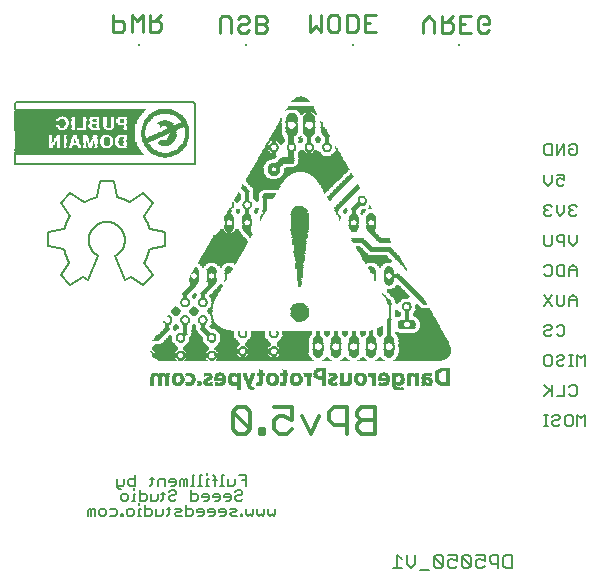
<source format=gbo>
G75*
%MOIN*%
%OFA0B0*%
%FSLAX25Y25*%
%IPPOS*%
%LPD*%
%AMOC8*
5,1,8,0,0,1.08239X$1,22.5*
%
%ADD10C,0.01200*%
%ADD11C,0.01100*%
%ADD12C,0.00500*%
%ADD13C,0.00700*%
%ADD14R,0.00787X0.00787*%
%ADD15R,0.02900X0.00100*%
%ADD16R,0.01200X0.00100*%
%ADD17R,0.01400X0.00100*%
%ADD18R,0.03100X0.00100*%
%ADD19R,0.01300X0.00100*%
%ADD20R,0.03200X0.00100*%
%ADD21R,0.03300X0.00100*%
%ADD22R,0.01600X0.00100*%
%ADD23R,0.03400X0.00100*%
%ADD24R,0.01700X0.00100*%
%ADD25R,0.01800X0.00100*%
%ADD26R,0.00800X0.00100*%
%ADD27R,0.00300X0.00100*%
%ADD28R,0.02000X0.00100*%
%ADD29R,0.00400X0.00100*%
%ADD30R,0.00200X0.00100*%
%ADD31R,0.01500X0.00100*%
%ADD32R,0.00900X0.00100*%
%ADD33R,0.01000X0.00100*%
%ADD34R,0.01100X0.00100*%
%ADD35R,0.00600X0.00100*%
%ADD36R,0.02700X0.00100*%
%ADD37R,0.02500X0.00100*%
%ADD38R,0.02300X0.00100*%
%ADD39R,0.02100X0.00100*%
%ADD40R,0.02400X0.00100*%
%ADD41R,0.02200X0.00100*%
%ADD42R,0.01900X0.00100*%
%ADD43R,0.02600X0.00100*%
%ADD44R,0.02800X0.00100*%
%ADD45R,0.03700X0.00100*%
%ADD46R,0.03000X0.00100*%
%ADD47R,0.03600X0.00100*%
%ADD48R,0.03900X0.00100*%
%ADD49R,0.03500X0.00100*%
%ADD50R,0.04000X0.00100*%
%ADD51R,0.03800X0.00100*%
%ADD52R,0.04100X0.00100*%
%ADD53R,0.04200X0.00100*%
%ADD54R,0.04300X0.00100*%
%ADD55R,0.00700X0.00100*%
%ADD56R,0.00500X0.00100*%
%ADD57R,0.00100X0.00100*%
%ADD58R,0.06200X0.00100*%
%ADD59R,0.06100X0.00100*%
%ADD60R,0.06000X0.00100*%
%ADD61R,0.04500X0.00100*%
%ADD62R,0.04400X0.00100*%
%ADD63R,0.15200X0.00100*%
%ADD64R,0.32900X0.00100*%
%ADD65R,0.07700X0.00100*%
%ADD66R,0.04700X0.00100*%
%ADD67R,0.15900X0.00100*%
%ADD68R,0.32400X0.00100*%
%ADD69R,0.07400X0.00100*%
%ADD70R,0.05600X0.00100*%
%ADD71R,0.16000X0.00100*%
%ADD72R,0.32100X0.00100*%
%ADD73R,0.07200X0.00100*%
%ADD74R,0.05800X0.00100*%
%ADD75R,0.16200X0.00100*%
%ADD76R,0.31900X0.00100*%
%ADD77R,0.07000X0.00100*%
%ADD78R,0.16300X0.00100*%
%ADD79R,0.31700X0.00100*%
%ADD80R,0.06900X0.00100*%
%ADD81R,0.16500X0.00100*%
%ADD82R,0.31600X0.00100*%
%ADD83R,0.06800X0.00100*%
%ADD84R,0.06300X0.00100*%
%ADD85R,0.16700X0.00100*%
%ADD86R,0.31500X0.00100*%
%ADD87R,0.06600X0.00100*%
%ADD88R,0.06500X0.00100*%
%ADD89R,0.16800X0.00100*%
%ADD90R,0.31200X0.00100*%
%ADD91R,0.16900X0.00100*%
%ADD92R,0.31100X0.00100*%
%ADD93R,0.31000X0.00100*%
%ADD94R,0.32200X0.00100*%
%ADD95R,0.09000X0.00100*%
%ADD96R,0.08300X0.00100*%
%ADD97R,0.17000X0.00100*%
%ADD98R,0.11100X0.00100*%
%ADD99R,0.08400X0.00100*%
%ADD100R,0.08600X0.00100*%
%ADD101R,0.08800X0.00100*%
%ADD102R,0.11000X0.00100*%
%ADD103R,0.08200X0.00100*%
%ADD104R,0.08500X0.00100*%
%ADD105R,0.10800X0.00100*%
%ADD106R,0.08000X0.00100*%
%ADD107R,0.17100X0.00100*%
%ADD108R,0.07900X0.00100*%
%ADD109R,0.17200X0.00100*%
%ADD110R,0.10600X0.00100*%
%ADD111R,0.08100X0.00100*%
%ADD112R,0.10300X0.00100*%
%ADD113R,0.07500X0.00100*%
%ADD114R,0.17300X0.00100*%
%ADD115R,0.10200X0.00100*%
%ADD116R,0.07300X0.00100*%
%ADD117R,0.10100X0.00100*%
%ADD118R,0.07100X0.00100*%
%ADD119R,0.07800X0.00100*%
%ADD120R,0.10000X0.00100*%
%ADD121R,0.09900X0.00100*%
%ADD122R,0.06700X0.00100*%
%ADD123R,0.07600X0.00100*%
%ADD124R,0.09800X0.00100*%
%ADD125R,0.09600X0.00100*%
%ADD126R,0.08700X0.00100*%
%ADD127R,0.09500X0.00100*%
%ADD128R,0.08900X0.00100*%
%ADD129R,0.10900X0.00100*%
%ADD130R,0.10700X0.00100*%
%ADD131R,0.06400X0.00100*%
%ADD132R,0.09700X0.00100*%
%ADD133R,0.10400X0.00100*%
%ADD134R,0.10500X0.00100*%
%ADD135R,0.05900X0.00100*%
%ADD136R,0.05700X0.00100*%
%ADD137R,0.05500X0.00100*%
%ADD138R,0.05300X0.00100*%
%ADD139R,0.05100X0.00100*%
%ADD140R,0.16600X0.00100*%
%ADD141R,0.04800X0.00100*%
%ADD142R,0.04600X0.00100*%
%ADD143R,0.16400X0.00100*%
%ADD144R,0.05200X0.00100*%
%ADD145R,0.09400X0.00100*%
%ADD146R,0.09300X0.00100*%
%ADD147R,0.05400X0.00100*%
%ADD148R,0.05000X0.00100*%
%ADD149R,0.16100X0.00100*%
%ADD150R,0.04900X0.00100*%
%ADD151R,0.09200X0.00100*%
%ADD152R,0.09100X0.00100*%
%ADD153R,0.12700X0.00100*%
%ADD154R,0.12600X0.00100*%
%ADD155R,0.12500X0.00100*%
%ADD156R,0.12400X0.00100*%
%ADD157R,0.12200X0.00100*%
%ADD158R,0.12000X0.00100*%
%ADD159R,0.11900X0.00100*%
%ADD160R,0.11700X0.00100*%
%ADD161R,0.11600X0.00100*%
%ADD162R,0.11500X0.00100*%
%ADD163R,0.11300X0.00100*%
%ADD164R,0.11200X0.00100*%
%ADD165R,0.11800X0.00100*%
%ADD166R,0.12300X0.00100*%
%ADD167R,0.12800X0.00100*%
%ADD168R,0.12900X0.00100*%
%ADD169R,0.12100X0.00100*%
%ADD170R,0.13000X0.00100*%
%ADD171R,0.13500X0.00100*%
%ADD172R,0.13900X0.00100*%
%ADD173R,0.14400X0.00100*%
%ADD174R,0.21000X0.00100*%
%ADD175R,0.21100X0.00100*%
%ADD176R,0.21200X0.00100*%
%ADD177R,0.21300X0.00100*%
%ADD178R,0.21400X0.00100*%
%ADD179R,0.21500X0.00100*%
%ADD180R,0.21600X0.00100*%
%ADD181R,0.21700X0.00100*%
%ADD182R,0.20900X0.00100*%
%ADD183R,0.18400X0.00100*%
%ADD184R,0.18100X0.00100*%
%ADD185R,0.17900X0.00100*%
%ADD186R,0.17500X0.00100*%
%ADD187R,0.15700X0.00100*%
%ADD188R,0.15600X0.00100*%
%ADD189R,0.15500X0.00100*%
%ADD190R,0.15400X0.00100*%
%ADD191R,0.15300X0.00100*%
%ADD192R,0.15100X0.00100*%
%ADD193R,0.15000X0.00100*%
%ADD194R,0.14900X0.00100*%
%ADD195R,0.14800X0.00100*%
%ADD196R,0.14700X0.00100*%
%ADD197R,0.14600X0.00100*%
%ADD198R,0.14500X0.00100*%
%ADD199R,0.14300X0.00100*%
%ADD200R,0.60450X0.00150*%
%ADD201R,0.60450X0.00150*%
%ADD202R,0.00450X0.00150*%
%ADD203R,0.00450X0.00150*%
%ADD204R,0.01650X0.00150*%
%ADD205R,0.03450X0.00150*%
%ADD206R,0.04650X0.00150*%
%ADD207R,0.05550X0.00150*%
%ADD208R,0.06300X0.00150*%
%ADD209R,0.07050X0.00150*%
%ADD210R,0.43350X0.00150*%
%ADD211R,0.07650X0.00150*%
%ADD212R,0.43200X0.00150*%
%ADD213R,0.07950X0.00150*%
%ADD214R,0.43050X0.00150*%
%ADD215R,0.08550X0.00150*%
%ADD216R,0.42900X0.00150*%
%ADD217R,0.09150X0.00150*%
%ADD218R,0.42750X0.00150*%
%ADD219R,0.03600X0.00150*%
%ADD220R,0.42600X0.00150*%
%ADD221R,0.03150X0.00150*%
%ADD222R,0.42450X0.00150*%
%ADD223R,0.03000X0.00150*%
%ADD224R,0.42300X0.00150*%
%ADD225R,0.02700X0.00150*%
%ADD226R,0.02550X0.00150*%
%ADD227R,0.42150X0.00150*%
%ADD228R,0.02400X0.00150*%
%ADD229R,0.42000X0.00150*%
%ADD230R,0.02250X0.00150*%
%ADD231R,0.41850X0.00150*%
%ADD232R,0.02100X0.00150*%
%ADD233R,0.41700X0.00150*%
%ADD234R,0.41550X0.00150*%
%ADD235R,0.01950X0.00150*%
%ADD236R,0.04050X0.00150*%
%ADD237R,0.01050X0.00150*%
%ADD238R,0.00600X0.00150*%
%ADD239R,0.00750X0.00150*%
%ADD240R,0.01800X0.00150*%
%ADD241R,0.11550X0.00150*%
%ADD242R,0.03900X0.00150*%
%ADD243R,0.00900X0.00150*%
%ADD244R,0.01500X0.00150*%
%ADD245R,0.01350X0.00150*%
%ADD246R,0.03750X0.00150*%
%ADD247R,0.01200X0.00150*%
%ADD248R,0.03300X0.00150*%
%ADD249R,0.04350X0.00150*%
%ADD250R,0.00300X0.00150*%
%ADD251R,0.04800X0.00150*%
%ADD252R,0.04950X0.00150*%
%ADD253R,0.00150X0.00150*%
%ADD254R,0.02850X0.00150*%
%ADD255R,0.04500X0.00150*%
%ADD256R,0.05250X0.00150*%
%ADD257R,0.08850X0.00150*%
%ADD258R,0.30150X0.00150*%
%ADD259R,0.40200X0.00150*%
%ADD260R,0.06000X0.00150*%
%ADD261R,0.05700X0.00150*%
%ADD262R,0.08250X0.00150*%
%ADD263R,0.14400X0.00150*%
%ADD264R,0.15450X0.00150*%
%ADD265R,0.15000X0.00150*%
%ADD266R,0.14850X0.00150*%
%ADD267R,0.14550X0.00150*%
%ADD268R,0.14250X0.00150*%
%ADD269R,0.05100X0.00150*%
%ADD270R,0.07200X0.00150*%
%ADD271R,0.14100X0.00150*%
%ADD272R,0.07500X0.00150*%
%ADD273R,0.09450X0.00150*%
%ADD274R,0.04200X0.00150*%
%ADD275R,0.13950X0.00150*%
%ADD276R,0.17100X0.00150*%
%ADD277R,0.16950X0.00150*%
%ADD278R,0.15150X0.00150*%
%ADD279R,0.25650X0.00150*%
%ADD280R,0.15750X0.00150*%
%ADD281R,0.43500X0.00150*%
%ADD282R,0.43650X0.00150*%
%ADD283R,0.43950X0.00150*%
%ADD284R,0.00600X0.00150*%
%ADD285R,0.59850X0.00150*%
%ADD286R,0.59550X0.00150*%
%ADD287R,0.59100X0.00150*%
%ADD288C,0.00800*%
%ADD289C,0.00600*%
D10*
X0131958Y0113568D02*
X0133426Y0112100D01*
X0136362Y0112100D01*
X0137830Y0113568D01*
X0131958Y0119440D01*
X0131958Y0113568D01*
X0137830Y0113568D02*
X0137830Y0119440D01*
X0136362Y0120908D01*
X0133426Y0120908D01*
X0131958Y0119440D01*
X0140966Y0113568D02*
X0140966Y0112100D01*
X0142434Y0112100D01*
X0142434Y0113568D01*
X0140966Y0113568D01*
X0145770Y0113568D02*
X0147238Y0112100D01*
X0150173Y0112100D01*
X0151641Y0113568D01*
X0151641Y0116504D02*
X0148706Y0117972D01*
X0147238Y0117972D01*
X0145770Y0116504D01*
X0145770Y0113568D01*
X0151641Y0116504D02*
X0151641Y0120908D01*
X0145770Y0120908D01*
X0154978Y0117972D02*
X0157913Y0112100D01*
X0160849Y0117972D01*
X0164185Y0119440D02*
X0164185Y0116504D01*
X0165653Y0115036D01*
X0170057Y0115036D01*
X0170057Y0112100D02*
X0170057Y0120908D01*
X0165653Y0120908D01*
X0164185Y0119440D01*
X0173393Y0119440D02*
X0173393Y0117972D01*
X0174861Y0116504D01*
X0179265Y0116504D01*
X0179265Y0112100D02*
X0179265Y0120908D01*
X0174861Y0120908D01*
X0173393Y0119440D01*
X0174861Y0116504D02*
X0173393Y0115036D01*
X0173393Y0113568D01*
X0174861Y0112100D01*
X0179265Y0112100D01*
D11*
X0195497Y0245783D02*
X0195497Y0249453D01*
X0197332Y0251288D01*
X0199167Y0249453D01*
X0199167Y0245783D01*
X0201575Y0245783D02*
X0204327Y0245783D01*
X0205244Y0246701D01*
X0205244Y0248536D01*
X0204327Y0249453D01*
X0201575Y0249453D01*
X0203409Y0249453D02*
X0205244Y0251288D01*
X0207652Y0251288D02*
X0211322Y0251288D01*
X0213729Y0250370D02*
X0213729Y0246701D01*
X0214646Y0245783D01*
X0216481Y0245783D01*
X0217399Y0246701D01*
X0217399Y0248536D02*
X0215564Y0248536D01*
X0217399Y0248536D02*
X0217399Y0250370D01*
X0216481Y0251288D01*
X0214646Y0251288D01*
X0213729Y0250370D01*
X0209487Y0248536D02*
X0207652Y0248536D01*
X0207652Y0251288D02*
X0207652Y0245783D01*
X0211322Y0245783D01*
X0201575Y0245783D02*
X0201575Y0251288D01*
X0179667Y0251600D02*
X0175997Y0251600D01*
X0175997Y0246096D01*
X0179667Y0246096D01*
X0177832Y0248848D02*
X0175997Y0248848D01*
X0173590Y0250683D02*
X0173590Y0247013D01*
X0172673Y0246096D01*
X0169920Y0246096D01*
X0169920Y0251600D01*
X0172673Y0251600D01*
X0173590Y0250683D01*
X0167513Y0250683D02*
X0167513Y0247013D01*
X0166595Y0246096D01*
X0164761Y0246096D01*
X0163843Y0247013D01*
X0163843Y0250683D01*
X0164761Y0251600D01*
X0166595Y0251600D01*
X0167513Y0250683D01*
X0161436Y0251600D02*
X0161436Y0246096D01*
X0159601Y0247931D01*
X0157766Y0246096D01*
X0157766Y0251600D01*
X0143460Y0250370D02*
X0142543Y0251288D01*
X0139790Y0251288D01*
X0139790Y0245783D01*
X0142543Y0245783D01*
X0143460Y0246701D01*
X0143460Y0247618D01*
X0142543Y0248536D01*
X0139790Y0248536D01*
X0137383Y0249453D02*
X0137383Y0250370D01*
X0136466Y0251288D01*
X0134631Y0251288D01*
X0133713Y0250370D01*
X0134631Y0248536D02*
X0136466Y0248536D01*
X0137383Y0249453D01*
X0137383Y0246701D02*
X0136466Y0245783D01*
X0134631Y0245783D01*
X0133713Y0246701D01*
X0133713Y0247618D01*
X0134631Y0248536D01*
X0131306Y0250370D02*
X0131306Y0245783D01*
X0127636Y0245783D02*
X0127636Y0250370D01*
X0128553Y0251288D01*
X0130388Y0251288D01*
X0131306Y0250370D01*
X0142543Y0248536D02*
X0143460Y0249453D01*
X0143460Y0250370D01*
X0107997Y0251600D02*
X0106162Y0249766D01*
X0107080Y0249766D02*
X0104327Y0249766D01*
X0104327Y0251600D02*
X0104327Y0246096D01*
X0107080Y0246096D01*
X0107997Y0247013D01*
X0107997Y0248848D01*
X0107080Y0249766D01*
X0101920Y0251600D02*
X0101920Y0246096D01*
X0098250Y0246096D02*
X0098250Y0251600D01*
X0100085Y0249766D01*
X0101920Y0251600D01*
X0095843Y0248848D02*
X0095843Y0247013D01*
X0094925Y0246096D01*
X0092173Y0246096D01*
X0092173Y0251600D01*
X0092173Y0249766D02*
X0094925Y0249766D01*
X0095843Y0248848D01*
D12*
X0083721Y0086501D02*
X0083721Y0084750D01*
X0084888Y0084750D02*
X0084888Y0086501D01*
X0084304Y0087085D01*
X0083721Y0086501D01*
X0084888Y0086501D02*
X0085472Y0087085D01*
X0086056Y0087085D01*
X0086056Y0084750D01*
X0087404Y0085334D02*
X0087404Y0086501D01*
X0087988Y0087085D01*
X0089155Y0087085D01*
X0089739Y0086501D01*
X0089739Y0085334D01*
X0089155Y0084750D01*
X0087988Y0084750D01*
X0087404Y0085334D01*
X0091087Y0084750D02*
X0092838Y0084750D01*
X0093422Y0085334D01*
X0093422Y0086501D01*
X0092838Y0087085D01*
X0091087Y0087085D01*
X0094680Y0085334D02*
X0094680Y0084750D01*
X0095264Y0084750D01*
X0095264Y0085334D01*
X0094680Y0085334D01*
X0096612Y0085334D02*
X0096612Y0086501D01*
X0097195Y0087085D01*
X0098363Y0087085D01*
X0098947Y0086501D01*
X0098947Y0085334D01*
X0098363Y0084750D01*
X0097195Y0084750D01*
X0096612Y0085334D01*
X0100235Y0084750D02*
X0101402Y0084750D01*
X0100819Y0084750D02*
X0100819Y0087085D01*
X0101402Y0087085D01*
X0100819Y0088253D02*
X0100819Y0088837D01*
X0100909Y0089750D02*
X0102660Y0089750D01*
X0103244Y0090334D01*
X0103244Y0091501D01*
X0102660Y0092085D01*
X0100909Y0092085D01*
X0100909Y0093253D02*
X0100909Y0089750D01*
X0099561Y0089750D02*
X0098393Y0089750D01*
X0098977Y0089750D02*
X0098977Y0092085D01*
X0099561Y0092085D01*
X0098977Y0093253D02*
X0098977Y0093837D01*
X0099561Y0094750D02*
X0097809Y0094750D01*
X0097225Y0095334D01*
X0097225Y0096501D01*
X0097809Y0097085D01*
X0099561Y0097085D01*
X0099561Y0098253D02*
X0099561Y0094750D01*
X0095878Y0095334D02*
X0095294Y0094750D01*
X0093542Y0094750D01*
X0093542Y0094166D02*
X0093542Y0097085D01*
X0095878Y0097085D02*
X0095878Y0095334D01*
X0094710Y0093582D02*
X0094126Y0093582D01*
X0093542Y0094166D01*
X0095354Y0092085D02*
X0096521Y0092085D01*
X0097105Y0091501D01*
X0097105Y0090334D01*
X0096521Y0089750D01*
X0095354Y0089750D01*
X0094770Y0090334D01*
X0094770Y0091501D01*
X0095354Y0092085D01*
X0102750Y0088253D02*
X0102750Y0084750D01*
X0104502Y0084750D01*
X0105085Y0085334D01*
X0105085Y0086501D01*
X0104502Y0087085D01*
X0102750Y0087085D01*
X0104592Y0089750D02*
X0104592Y0092085D01*
X0104592Y0089750D02*
X0106343Y0089750D01*
X0106927Y0090334D01*
X0106927Y0092085D01*
X0108215Y0092085D02*
X0109382Y0092085D01*
X0108799Y0092669D02*
X0108799Y0090334D01*
X0108215Y0089750D01*
X0110730Y0090334D02*
X0111314Y0089750D01*
X0112482Y0089750D01*
X0113066Y0090334D01*
X0112482Y0091501D02*
X0111314Y0091501D01*
X0110730Y0090918D01*
X0110730Y0090334D01*
X0112482Y0091501D02*
X0113066Y0092085D01*
X0113066Y0092669D01*
X0112482Y0093253D01*
X0111314Y0093253D01*
X0110730Y0092669D01*
X0111314Y0094750D02*
X0112482Y0094750D01*
X0113066Y0095334D01*
X0113066Y0096501D01*
X0112482Y0097085D01*
X0111314Y0097085D01*
X0110730Y0096501D01*
X0110730Y0095918D01*
X0113066Y0095918D01*
X0114413Y0096501D02*
X0114413Y0094750D01*
X0115581Y0094750D02*
X0115581Y0096501D01*
X0114997Y0097085D01*
X0114413Y0096501D01*
X0115581Y0096501D02*
X0116165Y0097085D01*
X0116749Y0097085D01*
X0116749Y0094750D01*
X0118037Y0094750D02*
X0119204Y0094750D01*
X0118620Y0094750D02*
X0118620Y0098253D01*
X0119204Y0098253D01*
X0121076Y0098253D02*
X0121076Y0094750D01*
X0121660Y0094750D02*
X0120492Y0094750D01*
X0122947Y0094750D02*
X0124115Y0094750D01*
X0123531Y0094750D02*
X0123531Y0097085D01*
X0124115Y0097085D01*
X0123531Y0098253D02*
X0123531Y0098837D01*
X0121660Y0098253D02*
X0121076Y0098253D01*
X0125403Y0098253D02*
X0125987Y0097669D01*
X0125987Y0094750D01*
X0126570Y0096501D02*
X0125403Y0096501D01*
X0127858Y0094750D02*
X0129026Y0094750D01*
X0128442Y0094750D02*
X0128442Y0098253D01*
X0129026Y0098253D01*
X0130374Y0097085D02*
X0130374Y0094750D01*
X0132125Y0094750D01*
X0132709Y0095334D01*
X0132709Y0097085D01*
X0134057Y0098253D02*
X0136392Y0098253D01*
X0136392Y0094750D01*
X0136392Y0096501D02*
X0135225Y0096501D01*
X0134581Y0093253D02*
X0135164Y0092669D01*
X0135164Y0092085D01*
X0134581Y0091501D01*
X0133413Y0091501D01*
X0132829Y0090918D01*
X0132829Y0090334D01*
X0133413Y0089750D01*
X0134581Y0089750D01*
X0135164Y0090334D01*
X0134581Y0093253D02*
X0133413Y0093253D01*
X0132829Y0092669D01*
X0131481Y0091501D02*
X0130898Y0092085D01*
X0129730Y0092085D01*
X0129146Y0091501D01*
X0129146Y0090918D01*
X0131481Y0090918D01*
X0131481Y0091501D02*
X0131481Y0090334D01*
X0130898Y0089750D01*
X0129730Y0089750D01*
X0127798Y0090334D02*
X0127798Y0091501D01*
X0127214Y0092085D01*
X0126047Y0092085D01*
X0125463Y0091501D01*
X0125463Y0090918D01*
X0127798Y0090918D01*
X0127798Y0090334D02*
X0127214Y0089750D01*
X0126047Y0089750D01*
X0124115Y0090334D02*
X0124115Y0091501D01*
X0123531Y0092085D01*
X0122364Y0092085D01*
X0121780Y0091501D01*
X0121780Y0090918D01*
X0124115Y0090918D01*
X0124115Y0090334D02*
X0123531Y0089750D01*
X0122364Y0089750D01*
X0120432Y0090334D02*
X0120432Y0091501D01*
X0119848Y0092085D01*
X0118097Y0092085D01*
X0118097Y0093253D02*
X0118097Y0089750D01*
X0119848Y0089750D01*
X0120432Y0090334D01*
X0120522Y0087085D02*
X0119938Y0086501D01*
X0119938Y0085918D01*
X0122273Y0085918D01*
X0122273Y0086501D02*
X0121690Y0087085D01*
X0120522Y0087085D01*
X0122273Y0086501D02*
X0122273Y0085334D01*
X0121690Y0084750D01*
X0120522Y0084750D01*
X0118590Y0085334D02*
X0118590Y0086501D01*
X0118007Y0087085D01*
X0116255Y0087085D01*
X0116255Y0088253D02*
X0116255Y0084750D01*
X0118007Y0084750D01*
X0118590Y0085334D01*
X0114907Y0084750D02*
X0113156Y0084750D01*
X0112572Y0085334D01*
X0113156Y0085918D01*
X0114323Y0085918D01*
X0114907Y0086501D01*
X0114323Y0087085D01*
X0112572Y0087085D01*
X0111224Y0087085D02*
X0110056Y0087085D01*
X0110640Y0087669D02*
X0110640Y0085334D01*
X0110056Y0084750D01*
X0108769Y0085334D02*
X0108769Y0087085D01*
X0108769Y0085334D02*
X0108185Y0084750D01*
X0106433Y0084750D01*
X0106433Y0087085D01*
X0107047Y0094750D02*
X0107047Y0096501D01*
X0107631Y0097085D01*
X0109382Y0097085D01*
X0109382Y0094750D01*
X0105116Y0095334D02*
X0105116Y0097669D01*
X0105699Y0097085D02*
X0104532Y0097085D01*
X0105116Y0095334D02*
X0104532Y0094750D01*
X0123621Y0086501D02*
X0123621Y0085918D01*
X0125957Y0085918D01*
X0125957Y0086501D02*
X0125373Y0087085D01*
X0124205Y0087085D01*
X0123621Y0086501D01*
X0124205Y0084750D02*
X0125373Y0084750D01*
X0125957Y0085334D01*
X0125957Y0086501D01*
X0127304Y0086501D02*
X0127304Y0085918D01*
X0129640Y0085918D01*
X0129640Y0086501D02*
X0129056Y0087085D01*
X0127888Y0087085D01*
X0127304Y0086501D01*
X0127888Y0084750D02*
X0129056Y0084750D01*
X0129640Y0085334D01*
X0129640Y0086501D01*
X0130988Y0087085D02*
X0132739Y0087085D01*
X0133323Y0086501D01*
X0132739Y0085918D01*
X0131571Y0085918D01*
X0130988Y0085334D01*
X0131571Y0084750D01*
X0133323Y0084750D01*
X0134581Y0084750D02*
X0135164Y0084750D01*
X0135164Y0085334D01*
X0134581Y0085334D01*
X0134581Y0084750D01*
X0136512Y0085334D02*
X0136512Y0087085D01*
X0136512Y0085334D02*
X0137096Y0084750D01*
X0137680Y0085334D01*
X0138264Y0084750D01*
X0138848Y0085334D01*
X0138848Y0087085D01*
X0140195Y0087085D02*
X0140195Y0085334D01*
X0140779Y0084750D01*
X0141363Y0085334D01*
X0141947Y0084750D01*
X0142531Y0085334D01*
X0142531Y0087085D01*
X0143879Y0087085D02*
X0143879Y0085334D01*
X0144462Y0084750D01*
X0145046Y0085334D01*
X0145630Y0084750D01*
X0146214Y0085334D01*
X0146214Y0087085D01*
D13*
X0235688Y0114600D02*
X0236956Y0114600D01*
X0236322Y0114600D02*
X0236322Y0118403D01*
X0236956Y0118403D02*
X0235688Y0118403D01*
X0238564Y0117769D02*
X0239198Y0118403D01*
X0240465Y0118403D01*
X0241099Y0117769D01*
X0241099Y0117135D01*
X0240465Y0116502D01*
X0239198Y0116502D01*
X0238564Y0115868D01*
X0238564Y0115234D01*
X0239198Y0114600D01*
X0240465Y0114600D01*
X0241099Y0115234D01*
X0242707Y0115234D02*
X0242707Y0117769D01*
X0243341Y0118403D01*
X0244609Y0118403D01*
X0245243Y0117769D01*
X0245243Y0115234D01*
X0244609Y0114600D01*
X0243341Y0114600D01*
X0242707Y0115234D01*
X0246851Y0114600D02*
X0246851Y0118403D01*
X0248119Y0117135D01*
X0249386Y0118403D01*
X0249386Y0114600D01*
X0245990Y0124600D02*
X0244722Y0124600D01*
X0244088Y0125234D01*
X0242480Y0124600D02*
X0239945Y0124600D01*
X0238337Y0124600D02*
X0238337Y0128403D01*
X0237703Y0126502D02*
X0235801Y0124600D01*
X0238337Y0125868D02*
X0235801Y0128403D01*
X0242480Y0128403D02*
X0242480Y0124600D01*
X0245990Y0124600D02*
X0246624Y0125234D01*
X0246624Y0127769D01*
X0245990Y0128403D01*
X0244722Y0128403D01*
X0244088Y0127769D01*
X0243975Y0134600D02*
X0245243Y0134600D01*
X0244609Y0134600D02*
X0244609Y0138403D01*
X0245243Y0138403D02*
X0243975Y0138403D01*
X0242480Y0137769D02*
X0242480Y0137135D01*
X0241847Y0136502D01*
X0240579Y0136502D01*
X0239945Y0135868D01*
X0239945Y0135234D01*
X0240579Y0134600D01*
X0241847Y0134600D01*
X0242480Y0135234D01*
X0242480Y0137769D02*
X0241847Y0138403D01*
X0240579Y0138403D01*
X0239945Y0137769D01*
X0238337Y0137769D02*
X0238337Y0135234D01*
X0237703Y0134600D01*
X0236435Y0134600D01*
X0235801Y0135234D01*
X0235801Y0137769D01*
X0236435Y0138403D01*
X0237703Y0138403D01*
X0238337Y0137769D01*
X0237703Y0144600D02*
X0238337Y0145234D01*
X0237703Y0144600D02*
X0236435Y0144600D01*
X0235801Y0145234D01*
X0235801Y0145868D01*
X0236435Y0146502D01*
X0237703Y0146502D01*
X0238337Y0147135D01*
X0238337Y0147769D01*
X0237703Y0148403D01*
X0236435Y0148403D01*
X0235801Y0147769D01*
X0239945Y0147769D02*
X0240579Y0148403D01*
X0241847Y0148403D01*
X0242480Y0147769D01*
X0242480Y0145234D01*
X0241847Y0144600D01*
X0240579Y0144600D01*
X0239945Y0145234D01*
X0246851Y0138403D02*
X0246851Y0134600D01*
X0249386Y0134600D02*
X0249386Y0138403D01*
X0248119Y0137135D01*
X0246851Y0138403D01*
X0246624Y0154600D02*
X0246624Y0157135D01*
X0245356Y0158403D01*
X0244088Y0157135D01*
X0244088Y0154600D01*
X0242480Y0155234D02*
X0241847Y0154600D01*
X0240579Y0154600D01*
X0239945Y0155234D01*
X0239945Y0158403D01*
X0238337Y0158403D02*
X0235801Y0154600D01*
X0238337Y0154600D02*
X0235801Y0158403D01*
X0236435Y0164600D02*
X0235801Y0165234D01*
X0236435Y0164600D02*
X0237703Y0164600D01*
X0238337Y0165234D01*
X0238337Y0167769D01*
X0237703Y0168403D01*
X0236435Y0168403D01*
X0235801Y0167769D01*
X0239945Y0167769D02*
X0239945Y0165234D01*
X0240579Y0164600D01*
X0242480Y0164600D01*
X0242480Y0168403D01*
X0240579Y0168403D01*
X0239945Y0167769D01*
X0244088Y0167135D02*
X0244088Y0164600D01*
X0244088Y0166502D02*
X0246624Y0166502D01*
X0246624Y0167135D02*
X0245356Y0168403D01*
X0244088Y0167135D01*
X0246624Y0167135D02*
X0246624Y0164600D01*
X0242480Y0158403D02*
X0242480Y0155234D01*
X0244088Y0156502D02*
X0246624Y0156502D01*
X0245356Y0174600D02*
X0244088Y0175868D01*
X0244088Y0178403D01*
X0242480Y0178403D02*
X0240579Y0178403D01*
X0239945Y0177769D01*
X0239945Y0176502D01*
X0240579Y0175868D01*
X0242480Y0175868D01*
X0242480Y0174600D02*
X0242480Y0178403D01*
X0238337Y0178403D02*
X0238337Y0175234D01*
X0237703Y0174600D01*
X0236435Y0174600D01*
X0235801Y0175234D01*
X0235801Y0178403D01*
X0236435Y0184600D02*
X0237703Y0184600D01*
X0238337Y0185234D01*
X0239945Y0185868D02*
X0241213Y0184600D01*
X0242480Y0185868D01*
X0242480Y0188403D01*
X0244088Y0187769D02*
X0244088Y0187135D01*
X0244722Y0186502D01*
X0244088Y0185868D01*
X0244088Y0185234D01*
X0244722Y0184600D01*
X0245990Y0184600D01*
X0246624Y0185234D01*
X0245356Y0186502D02*
X0244722Y0186502D01*
X0244088Y0187769D02*
X0244722Y0188403D01*
X0245990Y0188403D01*
X0246624Y0187769D01*
X0239945Y0188403D02*
X0239945Y0185868D01*
X0238337Y0187769D02*
X0237703Y0188403D01*
X0236435Y0188403D01*
X0235801Y0187769D01*
X0235801Y0187135D01*
X0236435Y0186502D01*
X0235801Y0185868D01*
X0235801Y0185234D01*
X0236435Y0184600D01*
X0236435Y0186502D02*
X0237069Y0186502D01*
X0237069Y0194600D02*
X0235801Y0195868D01*
X0235801Y0198403D01*
X0238337Y0198403D02*
X0238337Y0195868D01*
X0237069Y0194600D01*
X0239945Y0195234D02*
X0240579Y0194600D01*
X0241847Y0194600D01*
X0242480Y0195234D01*
X0242480Y0196502D02*
X0241213Y0197135D01*
X0240579Y0197135D01*
X0239945Y0196502D01*
X0239945Y0195234D01*
X0242480Y0196502D02*
X0242480Y0198403D01*
X0239945Y0198403D01*
X0239945Y0204912D02*
X0239945Y0208716D01*
X0238337Y0208716D02*
X0236435Y0208716D01*
X0235801Y0208082D01*
X0235801Y0205546D01*
X0236435Y0204912D01*
X0238337Y0204912D01*
X0238337Y0208716D01*
X0239945Y0204912D02*
X0242480Y0208716D01*
X0242480Y0204912D01*
X0244088Y0205546D02*
X0244088Y0206814D01*
X0245356Y0206814D01*
X0244088Y0205546D02*
X0244722Y0204912D01*
X0245990Y0204912D01*
X0246624Y0205546D01*
X0246624Y0208082D01*
X0245990Y0208716D01*
X0244722Y0208716D01*
X0244088Y0208082D01*
X0246624Y0178403D02*
X0246624Y0175868D01*
X0245356Y0174600D01*
D14*
X0207445Y0241500D03*
X0171917Y0241500D03*
X0136386Y0241500D03*
X0100854Y0241500D03*
D15*
X0146843Y0212200D03*
X0146843Y0212100D03*
X0143043Y0205500D03*
X0150243Y0198500D03*
X0147943Y0196600D03*
X0159843Y0205300D03*
X0166443Y0204900D03*
X0163143Y0193800D03*
X0172243Y0184300D03*
X0172243Y0180100D03*
X0178143Y0180100D03*
X0178143Y0180200D03*
X0178143Y0184300D03*
X0176043Y0171400D03*
X0184043Y0166700D03*
X0184043Y0166600D03*
X0184043Y0166500D03*
X0186543Y0164500D03*
X0184043Y0162400D03*
X0184043Y0162300D03*
X0186843Y0160300D03*
X0187243Y0156900D03*
X0184043Y0143700D03*
X0178143Y0143700D03*
X0172343Y0138000D03*
X0166343Y0138000D03*
X0160443Y0138000D03*
X0160443Y0138100D03*
X0160443Y0143700D03*
X0154243Y0149600D03*
X0145143Y0131700D03*
X0145243Y0128300D03*
X0153143Y0128300D03*
X0161543Y0130200D03*
X0165343Y0128700D03*
X0165443Y0128500D03*
X0174543Y0131700D03*
X0182343Y0131600D03*
X0182043Y0128200D03*
X0187443Y0126500D03*
X0196443Y0130400D03*
X0196943Y0131700D03*
X0154243Y0168800D03*
X0154243Y0168900D03*
X0154243Y0169000D03*
X0154243Y0169100D03*
X0154243Y0169200D03*
X0154243Y0169300D03*
X0154243Y0169400D03*
X0136843Y0180100D03*
X0130843Y0180100D03*
X0130843Y0180200D03*
X0130843Y0184300D03*
X0124943Y0166600D03*
X0124943Y0162400D03*
X0119043Y0162400D03*
X0119043Y0162300D03*
X0119043Y0153000D03*
X0119043Y0152300D03*
X0113143Y0152300D03*
X0113143Y0153000D03*
X0115343Y0145300D03*
X0110343Y0142500D03*
X0117843Y0128800D03*
X0117843Y0128700D03*
X0117743Y0128600D03*
X0123843Y0128600D03*
X0123843Y0128500D03*
X0127843Y0131600D03*
X0125743Y0147800D03*
D16*
X0125493Y0149000D03*
X0124493Y0151900D03*
X0124493Y0152000D03*
X0124493Y0153400D03*
X0125493Y0156600D03*
X0125493Y0156700D03*
X0119293Y0158200D03*
X0119993Y0165400D03*
X0119793Y0166700D03*
X0121993Y0167800D03*
X0125893Y0165400D03*
X0127893Y0167800D03*
X0128393Y0179700D03*
X0131793Y0181300D03*
X0131793Y0183200D03*
X0130993Y0186000D03*
X0130993Y0186100D03*
X0130993Y0186200D03*
X0133293Y0189300D03*
X0134093Y0191400D03*
X0134093Y0191500D03*
X0139993Y0189700D03*
X0139993Y0186700D03*
X0142593Y0186400D03*
X0142593Y0186300D03*
X0137693Y0183200D03*
X0135893Y0183200D03*
X0135893Y0181300D03*
X0137693Y0181300D03*
X0133393Y0179700D03*
X0162893Y0192700D03*
X0164393Y0190200D03*
X0166593Y0186400D03*
X0169393Y0185600D03*
X0169593Y0186300D03*
X0171293Y0183100D03*
X0175293Y0185600D03*
X0175593Y0186400D03*
X0178193Y0185200D03*
X0179093Y0181300D03*
X0173493Y0194200D03*
X0171293Y0198000D03*
X0159893Y0206100D03*
X0160493Y0209100D03*
X0160493Y0209200D03*
X0161993Y0213700D03*
X0158893Y0213700D03*
X0156093Y0213700D03*
X0152993Y0213700D03*
X0150193Y0213700D03*
X0147693Y0215000D03*
X0155093Y0218500D03*
X0142893Y0206600D03*
X0187893Y0169200D03*
X0187993Y0169000D03*
X0188093Y0168900D03*
X0184993Y0165400D03*
X0183793Y0156400D03*
X0183893Y0156300D03*
X0184193Y0155500D03*
X0184193Y0155400D03*
X0184193Y0155300D03*
X0186793Y0155600D03*
X0186793Y0155700D03*
X0186793Y0152600D03*
X0184193Y0149800D03*
X0181393Y0147000D03*
X0181193Y0144700D03*
X0179293Y0142000D03*
X0175293Y0144700D03*
X0173493Y0141900D03*
X0172293Y0137400D03*
X0175193Y0137000D03*
X0177693Y0131700D03*
X0179093Y0131700D03*
X0179093Y0131800D03*
X0179093Y0131600D03*
X0179093Y0131500D03*
X0178993Y0130300D03*
X0178993Y0130200D03*
X0178993Y0130100D03*
X0178993Y0130000D03*
X0178993Y0129900D03*
X0178993Y0129800D03*
X0178993Y0129700D03*
X0178993Y0129600D03*
X0178993Y0129500D03*
X0178993Y0129400D03*
X0178993Y0129300D03*
X0178993Y0129200D03*
X0178993Y0129100D03*
X0178993Y0129000D03*
X0178993Y0128900D03*
X0178993Y0128800D03*
X0178993Y0128700D03*
X0178993Y0128600D03*
X0178993Y0128500D03*
X0178993Y0128400D03*
X0178993Y0128300D03*
X0178993Y0128200D03*
X0180993Y0130500D03*
X0180993Y0130600D03*
X0180993Y0130700D03*
X0181093Y0130800D03*
X0181093Y0130900D03*
X0181193Y0131100D03*
X0183493Y0131000D03*
X0183593Y0130900D03*
X0183593Y0130800D03*
X0183693Y0130700D03*
X0183693Y0130600D03*
X0183693Y0130500D03*
X0183693Y0129500D03*
X0183693Y0129400D03*
X0185793Y0128000D03*
X0185793Y0127900D03*
X0190693Y0128000D03*
X0195493Y0128000D03*
X0195493Y0128100D03*
X0195593Y0128200D03*
X0185693Y0131800D03*
X0181093Y0137000D03*
X0185293Y0139800D03*
X0169293Y0136900D03*
X0166393Y0137400D03*
X0163393Y0136900D03*
X0160493Y0137400D03*
X0161693Y0141900D03*
X0159293Y0142000D03*
X0163393Y0144700D03*
X0165193Y0141900D03*
X0167593Y0141900D03*
X0169293Y0144700D03*
X0170993Y0132000D03*
X0170993Y0131900D03*
X0170993Y0131800D03*
X0170993Y0131700D03*
X0170993Y0131600D03*
X0170993Y0131500D03*
X0170993Y0131400D03*
X0170993Y0131300D03*
X0170993Y0131200D03*
X0170993Y0131100D03*
X0170993Y0131000D03*
X0170993Y0130900D03*
X0170993Y0130800D03*
X0170993Y0130700D03*
X0170993Y0130600D03*
X0170993Y0130500D03*
X0170993Y0130400D03*
X0170993Y0130300D03*
X0170993Y0130200D03*
X0170993Y0130100D03*
X0170993Y0130000D03*
X0170993Y0129900D03*
X0170993Y0129800D03*
X0170993Y0129700D03*
X0170993Y0129600D03*
X0168293Y0128300D03*
X0168293Y0128200D03*
X0168293Y0128100D03*
X0165593Y0127900D03*
X0164493Y0128900D03*
X0164493Y0129000D03*
X0164493Y0129200D03*
X0166193Y0131100D03*
X0156293Y0131600D03*
X0156293Y0131700D03*
X0149393Y0132200D03*
X0149393Y0132300D03*
X0149393Y0132400D03*
X0149393Y0132500D03*
X0149393Y0132600D03*
X0149393Y0132700D03*
X0149393Y0132800D03*
X0149393Y0131100D03*
X0149393Y0131000D03*
X0149393Y0130900D03*
X0149393Y0130800D03*
X0149393Y0130700D03*
X0149393Y0130600D03*
X0149393Y0130500D03*
X0149393Y0130400D03*
X0149393Y0130300D03*
X0149393Y0130200D03*
X0149393Y0130100D03*
X0149393Y0130000D03*
X0149393Y0129900D03*
X0149393Y0129800D03*
X0149393Y0129700D03*
X0149393Y0129600D03*
X0149393Y0129500D03*
X0149393Y0129400D03*
X0138293Y0130600D03*
X0137993Y0129700D03*
X0136693Y0129500D03*
X0136593Y0129800D03*
X0136493Y0130000D03*
X0136493Y0130100D03*
X0136393Y0130300D03*
X0136393Y0130400D03*
X0136393Y0130500D03*
X0136393Y0130600D03*
X0136293Y0130700D03*
X0136293Y0130800D03*
X0136193Y0131100D03*
X0134093Y0131600D03*
X0134093Y0131700D03*
X0132193Y0132100D03*
X0129193Y0130700D03*
X0129193Y0130600D03*
X0129193Y0130500D03*
X0129093Y0130800D03*
X0129093Y0130900D03*
X0129193Y0129600D03*
X0129193Y0129500D03*
X0129193Y0129400D03*
X0126593Y0130800D03*
X0126593Y0130900D03*
X0126493Y0130700D03*
X0126493Y0130600D03*
X0126693Y0131100D03*
X0122893Y0129200D03*
X0122893Y0129100D03*
X0122893Y0129000D03*
X0120893Y0129200D03*
X0105193Y0129200D03*
X0105193Y0129300D03*
X0105193Y0129400D03*
X0105193Y0129500D03*
X0105193Y0129600D03*
X0105193Y0129700D03*
X0105193Y0129800D03*
X0105193Y0129900D03*
X0105193Y0130000D03*
X0105193Y0130100D03*
X0105193Y0130200D03*
X0105193Y0130300D03*
X0105193Y0130400D03*
X0105193Y0130500D03*
X0105193Y0130600D03*
X0105193Y0130700D03*
X0105193Y0129100D03*
X0105193Y0129000D03*
X0105193Y0128900D03*
X0105193Y0128800D03*
X0105193Y0128700D03*
X0105193Y0128600D03*
X0105193Y0128500D03*
X0105193Y0128400D03*
X0105193Y0128300D03*
X0105193Y0128200D03*
X0105193Y0128100D03*
X0105193Y0128000D03*
X0123793Y0144600D03*
X0138393Y0126500D03*
X0193493Y0154500D03*
X0196093Y0155000D03*
D17*
X0195893Y0155300D03*
X0195693Y0155500D03*
X0193593Y0154300D03*
X0189993Y0155700D03*
X0189993Y0152600D03*
X0189993Y0152500D03*
X0189993Y0152400D03*
X0189993Y0152300D03*
X0189993Y0152200D03*
X0189993Y0152100D03*
X0189993Y0152000D03*
X0189993Y0151900D03*
X0189993Y0151800D03*
X0189993Y0151700D03*
X0189993Y0151600D03*
X0189993Y0151500D03*
X0189993Y0151400D03*
X0189993Y0151300D03*
X0189993Y0151200D03*
X0189993Y0151100D03*
X0189993Y0151000D03*
X0189993Y0150900D03*
X0189993Y0150800D03*
X0189993Y0150700D03*
X0189993Y0150600D03*
X0189993Y0150500D03*
X0189993Y0150400D03*
X0189993Y0150300D03*
X0189993Y0150200D03*
X0189993Y0150100D03*
X0189993Y0150000D03*
X0189993Y0149900D03*
X0186893Y0152400D03*
X0186893Y0155900D03*
X0184093Y0155900D03*
X0183993Y0156100D03*
X0186993Y0160900D03*
X0183193Y0163500D03*
X0187793Y0169300D03*
X0187693Y0169400D03*
X0187593Y0169500D03*
X0173793Y0174100D03*
X0173693Y0174200D03*
X0172293Y0179300D03*
X0172293Y0185200D03*
X0172293Y0185300D03*
X0172293Y0185400D03*
X0172293Y0185500D03*
X0172293Y0185600D03*
X0172293Y0185700D03*
X0172293Y0185800D03*
X0172293Y0185900D03*
X0172293Y0186000D03*
X0172293Y0186100D03*
X0172293Y0186200D03*
X0172293Y0186300D03*
X0169493Y0186100D03*
X0169493Y0186000D03*
X0169393Y0185800D03*
X0169393Y0185700D03*
X0166593Y0186500D03*
X0164393Y0190300D03*
X0154193Y0187700D03*
X0142693Y0187700D03*
X0142693Y0187800D03*
X0142693Y0187900D03*
X0142693Y0188000D03*
X0142693Y0188100D03*
X0142693Y0188200D03*
X0142693Y0188300D03*
X0142693Y0188400D03*
X0142693Y0188500D03*
X0142693Y0188600D03*
X0142693Y0188700D03*
X0142693Y0188800D03*
X0142693Y0188900D03*
X0142693Y0189000D03*
X0142693Y0189100D03*
X0142693Y0189200D03*
X0142693Y0189300D03*
X0142693Y0189400D03*
X0142693Y0189500D03*
X0142693Y0189600D03*
X0142693Y0189700D03*
X0142693Y0189800D03*
X0142693Y0189900D03*
X0142693Y0190000D03*
X0142693Y0190100D03*
X0142693Y0190200D03*
X0142693Y0190300D03*
X0142693Y0187600D03*
X0142693Y0187500D03*
X0142693Y0187400D03*
X0142693Y0187300D03*
X0142693Y0187200D03*
X0142693Y0187100D03*
X0142693Y0187000D03*
X0142693Y0186900D03*
X0142693Y0186800D03*
X0142693Y0186700D03*
X0142693Y0186600D03*
X0139893Y0186400D03*
X0139793Y0185700D03*
X0136793Y0185700D03*
X0136793Y0185600D03*
X0136793Y0185500D03*
X0136793Y0185400D03*
X0136793Y0185300D03*
X0136793Y0185200D03*
X0136793Y0185800D03*
X0136793Y0185900D03*
X0136793Y0186000D03*
X0136793Y0186100D03*
X0136793Y0186200D03*
X0136793Y0186300D03*
X0136793Y0186400D03*
X0136793Y0186500D03*
X0136793Y0186600D03*
X0136793Y0186700D03*
X0136793Y0189600D03*
X0136793Y0189700D03*
X0136793Y0189800D03*
X0136793Y0189900D03*
X0136793Y0190000D03*
X0136793Y0190100D03*
X0136793Y0190200D03*
X0136793Y0190300D03*
X0136793Y0190400D03*
X0136793Y0190500D03*
X0136793Y0190600D03*
X0136793Y0190700D03*
X0136793Y0190800D03*
X0136793Y0190900D03*
X0136793Y0191000D03*
X0136793Y0191100D03*
X0136793Y0191200D03*
X0136793Y0191300D03*
X0136793Y0191400D03*
X0136793Y0191500D03*
X0136793Y0191600D03*
X0136793Y0191700D03*
X0136793Y0191800D03*
X0136793Y0191900D03*
X0136793Y0192000D03*
X0136793Y0192100D03*
X0136793Y0192200D03*
X0136793Y0192300D03*
X0135693Y0194000D03*
X0133993Y0191100D03*
X0133993Y0191000D03*
X0139893Y0189900D03*
X0133893Y0185700D03*
X0130893Y0185700D03*
X0130893Y0185600D03*
X0130893Y0185500D03*
X0130893Y0185400D03*
X0130893Y0185300D03*
X0130893Y0185200D03*
X0130893Y0185800D03*
X0130893Y0179100D03*
X0130893Y0179000D03*
X0130893Y0178900D03*
X0130893Y0178800D03*
X0128393Y0179400D03*
X0128393Y0179500D03*
X0133393Y0179500D03*
X0137693Y0178000D03*
X0130893Y0167400D03*
X0127893Y0167900D03*
X0124993Y0167400D03*
X0121993Y0167900D03*
X0119793Y0166500D03*
X0118193Y0163500D03*
X0124093Y0163500D03*
X0127793Y0160900D03*
X0127893Y0161000D03*
X0121993Y0158200D03*
X0121993Y0158100D03*
X0121993Y0158000D03*
X0121993Y0157900D03*
X0121993Y0157800D03*
X0121993Y0157700D03*
X0121993Y0157600D03*
X0121993Y0157500D03*
X0121993Y0157400D03*
X0121993Y0157300D03*
X0121993Y0157200D03*
X0119193Y0158000D03*
X0119093Y0157600D03*
X0119093Y0157500D03*
X0125593Y0156900D03*
X0124393Y0153200D03*
X0124393Y0152200D03*
X0121993Y0151200D03*
X0121993Y0148200D03*
X0121993Y0148100D03*
X0121993Y0148000D03*
X0121993Y0147900D03*
X0121993Y0147800D03*
X0121993Y0147700D03*
X0121993Y0147600D03*
X0121993Y0147500D03*
X0121993Y0147400D03*
X0121993Y0147300D03*
X0121993Y0147200D03*
X0123793Y0144700D03*
X0124993Y0142300D03*
X0124993Y0139400D03*
X0123593Y0132100D03*
X0124593Y0130700D03*
X0122993Y0129400D03*
X0122993Y0128800D03*
X0120893Y0128900D03*
X0120893Y0129000D03*
X0120893Y0128300D03*
X0118893Y0129400D03*
X0118893Y0129500D03*
X0118893Y0129600D03*
X0118793Y0129300D03*
X0118893Y0130500D03*
X0118793Y0130700D03*
X0115093Y0130700D03*
X0115093Y0130800D03*
X0115093Y0130900D03*
X0114993Y0131000D03*
X0113693Y0132100D03*
X0112493Y0130900D03*
X0112393Y0130800D03*
X0112393Y0130700D03*
X0112293Y0130600D03*
X0112293Y0130500D03*
X0112293Y0129500D03*
X0112393Y0129200D03*
X0112493Y0129100D03*
X0114993Y0129000D03*
X0115093Y0129200D03*
X0115093Y0129300D03*
X0110093Y0130700D03*
X0110093Y0130800D03*
X0108393Y0132000D03*
X0105993Y0132000D03*
X0105293Y0131000D03*
X0114593Y0139400D03*
X0110993Y0143900D03*
X0110093Y0147100D03*
X0110093Y0147200D03*
X0110093Y0147300D03*
X0110093Y0147400D03*
X0110093Y0147500D03*
X0110093Y0147600D03*
X0110093Y0147700D03*
X0110093Y0147800D03*
X0110093Y0147900D03*
X0110093Y0148000D03*
X0110093Y0148100D03*
X0116093Y0151200D03*
X0125593Y0148700D03*
X0135293Y0137800D03*
X0135293Y0137400D03*
X0135293Y0137300D03*
X0135993Y0131900D03*
X0135993Y0131800D03*
X0135993Y0131700D03*
X0136093Y0131500D03*
X0136093Y0131400D03*
X0133993Y0130700D03*
X0133993Y0130600D03*
X0133993Y0130500D03*
X0133993Y0130400D03*
X0133993Y0130300D03*
X0133993Y0130200D03*
X0133993Y0130100D03*
X0133993Y0130000D03*
X0133993Y0129900D03*
X0133993Y0129800D03*
X0133993Y0129700D03*
X0133993Y0129600D03*
X0133993Y0129500D03*
X0133993Y0129400D03*
X0133993Y0129300D03*
X0133993Y0128000D03*
X0133993Y0127900D03*
X0133993Y0127800D03*
X0133993Y0127700D03*
X0133993Y0127600D03*
X0133993Y0127500D03*
X0133993Y0127400D03*
X0133993Y0127300D03*
X0133993Y0127200D03*
X0133993Y0127100D03*
X0133993Y0127000D03*
X0133993Y0126900D03*
X0133993Y0126800D03*
X0133993Y0126700D03*
X0133993Y0126600D03*
X0133993Y0126500D03*
X0137493Y0127700D03*
X0137593Y0127600D03*
X0137293Y0128200D03*
X0137293Y0128300D03*
X0138293Y0126700D03*
X0141293Y0129000D03*
X0141393Y0129100D03*
X0143793Y0129300D03*
X0143793Y0129400D03*
X0143893Y0129200D03*
X0143993Y0129100D03*
X0143693Y0129900D03*
X0143693Y0130100D03*
X0143793Y0130700D03*
X0143893Y0130800D03*
X0143893Y0130900D03*
X0143993Y0131000D03*
X0145093Y0132100D03*
X0146393Y0131100D03*
X0146493Y0131000D03*
X0146493Y0130900D03*
X0146593Y0130800D03*
X0146593Y0130700D03*
X0146593Y0130600D03*
X0146593Y0129400D03*
X0146593Y0129300D03*
X0146493Y0129100D03*
X0149293Y0129100D03*
X0151693Y0129400D03*
X0151693Y0129500D03*
X0151793Y0129300D03*
X0151793Y0129200D03*
X0151893Y0129100D03*
X0151693Y0130500D03*
X0151693Y0130600D03*
X0151793Y0130800D03*
X0151793Y0130900D03*
X0151893Y0131000D03*
X0153093Y0132100D03*
X0154393Y0131000D03*
X0154493Y0130800D03*
X0154593Y0130600D03*
X0154593Y0130500D03*
X0154593Y0130400D03*
X0154593Y0130300D03*
X0154593Y0129800D03*
X0154593Y0129700D03*
X0154593Y0129600D03*
X0154593Y0129500D03*
X0154593Y0129400D03*
X0154493Y0129200D03*
X0154393Y0129100D03*
X0157493Y0130500D03*
X0157493Y0130600D03*
X0159593Y0131400D03*
X0159593Y0131500D03*
X0159593Y0131600D03*
X0159693Y0131300D03*
X0159593Y0132200D03*
X0159593Y0132300D03*
X0159593Y0132400D03*
X0159693Y0132500D03*
X0162293Y0132700D03*
X0165093Y0132100D03*
X0166193Y0130700D03*
X0164593Y0129400D03*
X0164593Y0128800D03*
X0168393Y0129200D03*
X0168393Y0129300D03*
X0170193Y0128000D03*
X0170893Y0129200D03*
X0170893Y0129300D03*
X0173093Y0129500D03*
X0173093Y0129600D03*
X0173093Y0129700D03*
X0173093Y0129800D03*
X0173093Y0129900D03*
X0173093Y0130000D03*
X0173093Y0130100D03*
X0173093Y0130200D03*
X0173093Y0130300D03*
X0173093Y0130400D03*
X0173093Y0130500D03*
X0173193Y0130700D03*
X0173193Y0130800D03*
X0173293Y0130900D03*
X0173193Y0129400D03*
X0173193Y0129300D03*
X0173293Y0129100D03*
X0175793Y0129000D03*
X0175893Y0129100D03*
X0175893Y0129200D03*
X0175993Y0129300D03*
X0175993Y0129400D03*
X0176093Y0129800D03*
X0176093Y0129900D03*
X0176093Y0130000D03*
X0176093Y0130100D03*
X0176093Y0130200D03*
X0175993Y0130600D03*
X0175893Y0130900D03*
X0175793Y0131000D03*
X0174593Y0132100D03*
X0178893Y0130600D03*
X0185793Y0130700D03*
X0185793Y0130800D03*
X0185793Y0129300D03*
X0185893Y0127600D03*
X0185993Y0127500D03*
X0188393Y0129200D03*
X0188493Y0129300D03*
X0188493Y0129400D03*
X0188593Y0129600D03*
X0188593Y0129700D03*
X0188593Y0129800D03*
X0188593Y0129900D03*
X0188593Y0130000D03*
X0188593Y0130100D03*
X0188593Y0130200D03*
X0188593Y0130300D03*
X0188593Y0130400D03*
X0188493Y0130700D03*
X0188493Y0130800D03*
X0188393Y0130900D03*
X0190793Y0130900D03*
X0190793Y0130800D03*
X0191593Y0132000D03*
X0193293Y0130700D03*
X0195693Y0129100D03*
X0195693Y0129000D03*
X0197993Y0128900D03*
X0197993Y0129600D03*
X0197893Y0129700D03*
X0199993Y0130100D03*
X0199993Y0130200D03*
X0199993Y0130300D03*
X0200093Y0130000D03*
X0200093Y0129900D03*
X0200193Y0129600D03*
X0199993Y0131400D03*
X0199993Y0131500D03*
X0199993Y0131600D03*
X0199993Y0131700D03*
X0200093Y0131800D03*
X0200093Y0131900D03*
X0203593Y0131900D03*
X0203593Y0132000D03*
X0203593Y0132100D03*
X0203593Y0132200D03*
X0203593Y0132300D03*
X0203593Y0132400D03*
X0203593Y0132500D03*
X0203593Y0132600D03*
X0203593Y0132700D03*
X0203593Y0131800D03*
X0203593Y0131700D03*
X0203593Y0131600D03*
X0203593Y0131500D03*
X0203593Y0131400D03*
X0203593Y0131300D03*
X0203593Y0131200D03*
X0203593Y0131100D03*
X0203593Y0131000D03*
X0203593Y0130900D03*
X0203593Y0130800D03*
X0203593Y0130700D03*
X0203593Y0130600D03*
X0203593Y0130500D03*
X0203593Y0130400D03*
X0203593Y0130300D03*
X0203593Y0130200D03*
X0203593Y0130100D03*
X0203593Y0130000D03*
X0203593Y0129900D03*
X0203593Y0129800D03*
X0203593Y0129700D03*
X0203593Y0129600D03*
X0203593Y0129500D03*
X0203593Y0129400D03*
X0203593Y0129300D03*
X0203593Y0129200D03*
X0203593Y0129100D03*
X0203593Y0129000D03*
X0203593Y0128900D03*
X0202893Y0127900D03*
X0184093Y0137400D03*
X0182993Y0139700D03*
X0185193Y0139700D03*
X0179193Y0139700D03*
X0173393Y0139700D03*
X0171193Y0139700D03*
X0169293Y0136800D03*
X0167493Y0139700D03*
X0165293Y0139700D03*
X0163393Y0136800D03*
X0161593Y0139700D03*
X0159393Y0139700D03*
X0161593Y0142000D03*
X0160493Y0144400D03*
X0160493Y0144500D03*
X0160493Y0144600D03*
X0160493Y0144700D03*
X0160493Y0144800D03*
X0160493Y0144900D03*
X0160493Y0145000D03*
X0160493Y0145100D03*
X0160493Y0145200D03*
X0160493Y0145300D03*
X0160493Y0145400D03*
X0160493Y0145500D03*
X0160493Y0145600D03*
X0160493Y0145700D03*
X0160493Y0145800D03*
X0160493Y0145900D03*
X0160493Y0146000D03*
X0166393Y0146000D03*
X0166393Y0145900D03*
X0166393Y0145800D03*
X0166393Y0145700D03*
X0166393Y0145600D03*
X0166393Y0145500D03*
X0166393Y0145400D03*
X0166393Y0145300D03*
X0166393Y0145200D03*
X0166393Y0145100D03*
X0166393Y0145000D03*
X0166393Y0144900D03*
X0166393Y0144800D03*
X0166393Y0144700D03*
X0166393Y0144600D03*
X0166393Y0144500D03*
X0166393Y0144400D03*
X0166393Y0144300D03*
X0172293Y0144300D03*
X0172293Y0144400D03*
X0172293Y0144500D03*
X0172293Y0144600D03*
X0172293Y0144700D03*
X0172293Y0144800D03*
X0172293Y0144900D03*
X0172293Y0145000D03*
X0172293Y0145100D03*
X0172293Y0145200D03*
X0172293Y0145300D03*
X0172293Y0145400D03*
X0172293Y0145500D03*
X0172293Y0145600D03*
X0172293Y0145700D03*
X0172293Y0145800D03*
X0172293Y0145900D03*
X0172293Y0146000D03*
X0181193Y0144800D03*
X0184093Y0144800D03*
X0184093Y0144900D03*
X0184093Y0145000D03*
X0184093Y0145100D03*
X0184093Y0145200D03*
X0184093Y0145300D03*
X0184093Y0145400D03*
X0184093Y0145500D03*
X0184093Y0145600D03*
X0184093Y0145700D03*
X0184093Y0145800D03*
X0184093Y0145900D03*
X0184093Y0146000D03*
X0184093Y0146100D03*
X0184093Y0146200D03*
X0184093Y0146300D03*
X0184093Y0146400D03*
X0184093Y0146500D03*
X0184093Y0146600D03*
X0184093Y0146700D03*
X0184093Y0146800D03*
X0184093Y0146900D03*
X0184093Y0147000D03*
X0184093Y0147100D03*
X0184093Y0147200D03*
X0184093Y0147300D03*
X0184093Y0147400D03*
X0184093Y0147500D03*
X0184093Y0147600D03*
X0184093Y0147700D03*
X0184093Y0147800D03*
X0184093Y0147900D03*
X0184093Y0148000D03*
X0184093Y0148100D03*
X0184093Y0148200D03*
X0184093Y0148300D03*
X0184093Y0148400D03*
X0184093Y0148500D03*
X0184093Y0148600D03*
X0184093Y0148700D03*
X0184093Y0148800D03*
X0184093Y0148900D03*
X0184093Y0149000D03*
X0184093Y0149100D03*
X0184093Y0149200D03*
X0184093Y0149300D03*
X0184093Y0149400D03*
X0184093Y0149500D03*
X0184093Y0144700D03*
X0184093Y0144600D03*
X0184093Y0144500D03*
X0184093Y0144400D03*
X0186893Y0145400D03*
X0154193Y0155400D03*
X0154193Y0162800D03*
X0154193Y0162900D03*
X0154193Y0163000D03*
X0154193Y0163100D03*
X0154193Y0163200D03*
X0145693Y0143800D03*
X0145593Y0137700D03*
X0145593Y0137600D03*
X0145593Y0137500D03*
X0145593Y0137400D03*
X0138793Y0132000D03*
X0138793Y0131900D03*
X0138693Y0131800D03*
X0138693Y0131700D03*
X0138593Y0131500D03*
X0138593Y0131400D03*
X0138493Y0131200D03*
X0138493Y0131100D03*
X0138393Y0130800D03*
X0131293Y0130900D03*
X0131193Y0130800D03*
X0131193Y0130700D03*
X0131093Y0130500D03*
X0131093Y0130400D03*
X0131093Y0130300D03*
X0131093Y0130200D03*
X0131093Y0130100D03*
X0131093Y0130000D03*
X0131093Y0129900D03*
X0131093Y0129800D03*
X0131093Y0129700D03*
X0131193Y0129300D03*
X0131293Y0129200D03*
X0128893Y0131200D03*
X0175293Y0185800D03*
X0175593Y0186300D03*
X0175193Y0191100D03*
X0173493Y0194100D03*
X0171293Y0197900D03*
X0166693Y0205900D03*
X0163393Y0205900D03*
X0163393Y0208900D03*
X0163393Y0209000D03*
X0163393Y0209100D03*
X0163393Y0209200D03*
X0163393Y0209300D03*
X0163393Y0209400D03*
X0163393Y0209500D03*
X0163393Y0209600D03*
X0163393Y0209700D03*
X0163393Y0209800D03*
X0163393Y0209900D03*
X0163393Y0210000D03*
X0163393Y0210100D03*
X0163393Y0210200D03*
X0163393Y0210300D03*
X0163393Y0210400D03*
X0163393Y0210500D03*
X0163393Y0210600D03*
X0163393Y0210700D03*
X0163393Y0210800D03*
X0163393Y0210900D03*
X0162093Y0213600D03*
X0158793Y0216000D03*
X0157493Y0218600D03*
X0157493Y0218700D03*
X0157493Y0218800D03*
X0157493Y0218900D03*
X0157493Y0219000D03*
X0157493Y0219100D03*
X0158993Y0219100D03*
X0155093Y0218700D03*
X0155093Y0218600D03*
X0151593Y0218600D03*
X0147593Y0214800D03*
X0147593Y0214700D03*
X0147593Y0214600D03*
X0145593Y0209400D03*
X0145593Y0209300D03*
X0145593Y0209200D03*
X0145593Y0209100D03*
X0145593Y0209000D03*
X0145593Y0205800D03*
X0145593Y0205700D03*
X0145593Y0205600D03*
X0145593Y0205500D03*
X0145593Y0205400D03*
X0145593Y0205300D03*
X0146993Y0200400D03*
X0147093Y0200300D03*
X0147093Y0200200D03*
X0147093Y0200100D03*
X0147093Y0200000D03*
X0147093Y0199900D03*
X0147093Y0199800D03*
X0147093Y0199700D03*
X0145693Y0198000D03*
X0144393Y0199500D03*
X0144293Y0199600D03*
X0144293Y0199700D03*
X0144293Y0200300D03*
X0154593Y0209300D03*
X0154593Y0210300D03*
X0157493Y0210400D03*
X0157493Y0210500D03*
X0157493Y0210600D03*
X0157493Y0210700D03*
X0157493Y0210800D03*
X0157493Y0210900D03*
X0157493Y0210200D03*
X0157493Y0210100D03*
X0157493Y0210000D03*
X0157493Y0209900D03*
X0157493Y0209800D03*
X0157493Y0209700D03*
X0157493Y0209600D03*
X0157493Y0209500D03*
X0157493Y0209400D03*
X0157493Y0209300D03*
X0157493Y0209200D03*
X0157493Y0209100D03*
X0160493Y0209300D03*
X0159893Y0206000D03*
X0157493Y0205900D03*
X0157493Y0205800D03*
X0157493Y0205700D03*
X0157493Y0205600D03*
X0157493Y0205500D03*
X0157493Y0205400D03*
X0157493Y0205300D03*
X0156193Y0213600D03*
X0154593Y0224100D03*
D18*
X0157543Y0218000D03*
X0146843Y0211800D03*
X0150343Y0198600D03*
X0163143Y0193900D03*
X0174243Y0188100D03*
X0174343Y0188200D03*
X0174443Y0188300D03*
X0174743Y0188600D03*
X0172343Y0184000D03*
X0172343Y0180500D03*
X0178143Y0180500D03*
X0178143Y0180600D03*
X0178143Y0180700D03*
X0178143Y0180800D03*
X0178143Y0180900D03*
X0178143Y0181000D03*
X0178143Y0181100D03*
X0178143Y0181200D03*
X0178143Y0180400D03*
X0178143Y0180300D03*
X0178143Y0183300D03*
X0178143Y0183400D03*
X0178143Y0183500D03*
X0178143Y0183600D03*
X0178143Y0183700D03*
X0178143Y0183800D03*
X0178143Y0183900D03*
X0178143Y0184000D03*
X0178143Y0184100D03*
X0178143Y0184200D03*
X0181143Y0168600D03*
X0184043Y0166400D03*
X0184043Y0166300D03*
X0184043Y0166200D03*
X0184043Y0166100D03*
X0184043Y0166000D03*
X0184043Y0165900D03*
X0184043Y0165800D03*
X0184043Y0165700D03*
X0184043Y0165600D03*
X0184043Y0165500D03*
X0184043Y0163400D03*
X0184043Y0163300D03*
X0184043Y0163200D03*
X0184043Y0163100D03*
X0184043Y0163000D03*
X0184043Y0162900D03*
X0184043Y0162800D03*
X0184043Y0162700D03*
X0184043Y0162600D03*
X0186643Y0164300D03*
X0187243Y0157000D03*
X0184043Y0143500D03*
X0184043Y0138200D03*
X0178143Y0138200D03*
X0172343Y0143500D03*
X0166343Y0143500D03*
X0166343Y0138200D03*
X0160443Y0138200D03*
X0161443Y0133500D03*
X0153143Y0128400D03*
X0145243Y0128400D03*
X0127743Y0128400D03*
X0127843Y0131400D03*
X0113743Y0131600D03*
X0110343Y0142400D03*
X0115243Y0145100D03*
X0119643Y0144700D03*
X0119043Y0152500D03*
X0119043Y0152600D03*
X0119043Y0152800D03*
X0119043Y0152900D03*
X0113143Y0152900D03*
X0113143Y0152800D03*
X0113143Y0152500D03*
X0119043Y0162600D03*
X0119043Y0162700D03*
X0119043Y0162800D03*
X0119043Y0162900D03*
X0119043Y0163000D03*
X0119043Y0163100D03*
X0119043Y0163200D03*
X0119043Y0163300D03*
X0119043Y0163400D03*
X0124943Y0163400D03*
X0124943Y0163300D03*
X0124943Y0163200D03*
X0124943Y0163100D03*
X0124943Y0163000D03*
X0124943Y0162900D03*
X0124943Y0162800D03*
X0124943Y0162700D03*
X0124943Y0162600D03*
X0124943Y0165500D03*
X0124943Y0165600D03*
X0124943Y0165700D03*
X0124943Y0165800D03*
X0124943Y0165900D03*
X0124943Y0166000D03*
X0124943Y0166100D03*
X0124943Y0166200D03*
X0124943Y0166300D03*
X0124943Y0166400D03*
X0122043Y0168600D03*
X0130843Y0180300D03*
X0130843Y0180400D03*
X0130843Y0180500D03*
X0130843Y0180600D03*
X0130843Y0180700D03*
X0130843Y0180800D03*
X0130843Y0180900D03*
X0130843Y0181000D03*
X0130843Y0181100D03*
X0130843Y0181200D03*
X0130843Y0183300D03*
X0130843Y0183400D03*
X0130843Y0183500D03*
X0130843Y0183600D03*
X0130843Y0183700D03*
X0130843Y0183800D03*
X0130843Y0183900D03*
X0130843Y0184000D03*
X0130843Y0184100D03*
X0154243Y0170000D03*
X0154243Y0169900D03*
X0154243Y0169800D03*
X0154243Y0169700D03*
X0154243Y0169600D03*
X0154243Y0169500D03*
X0154243Y0155100D03*
X0160443Y0143600D03*
X0160443Y0143500D03*
X0182343Y0131400D03*
X0182243Y0128400D03*
X0187343Y0126600D03*
X0196743Y0131300D03*
X0196843Y0131500D03*
X0202743Y0128100D03*
X0166443Y0204700D03*
X0166443Y0204800D03*
D19*
X0155143Y0206100D03*
X0154543Y0209200D03*
X0154543Y0210400D03*
X0152943Y0213600D03*
X0152943Y0215900D03*
X0150243Y0215900D03*
X0150243Y0213600D03*
X0147643Y0214900D03*
X0156143Y0215900D03*
X0158843Y0215900D03*
X0158843Y0213600D03*
X0159143Y0219000D03*
X0148043Y0208600D03*
X0142843Y0206500D03*
X0144243Y0200200D03*
X0144243Y0200100D03*
X0144243Y0200000D03*
X0144243Y0199900D03*
X0144243Y0199800D03*
X0135643Y0194100D03*
X0134043Y0191300D03*
X0134043Y0191200D03*
X0133243Y0189400D03*
X0133843Y0186400D03*
X0133843Y0186300D03*
X0133843Y0185600D03*
X0130943Y0185900D03*
X0129943Y0183200D03*
X0129943Y0181300D03*
X0128343Y0179600D03*
X0133443Y0179600D03*
X0137743Y0177900D03*
X0139743Y0185600D03*
X0139943Y0186500D03*
X0139943Y0186600D03*
X0142643Y0186500D03*
X0139943Y0189800D03*
X0162943Y0192800D03*
X0169543Y0186200D03*
X0171343Y0183200D03*
X0171343Y0181300D03*
X0173243Y0181300D03*
X0173243Y0183200D03*
X0175243Y0185700D03*
X0177243Y0183200D03*
X0179043Y0183200D03*
X0177243Y0181300D03*
X0174043Y0188800D03*
X0187943Y0169100D03*
X0183143Y0165400D03*
X0184943Y0163500D03*
X0184043Y0161500D03*
X0186943Y0161000D03*
X0186843Y0155800D03*
X0184143Y0155800D03*
X0184143Y0155700D03*
X0184143Y0155600D03*
X0184043Y0156000D03*
X0183943Y0156200D03*
X0186843Y0152500D03*
X0186843Y0151000D03*
X0184143Y0149700D03*
X0184143Y0149600D03*
X0185243Y0142000D03*
X0182943Y0142000D03*
X0178143Y0137400D03*
X0177043Y0139700D03*
X0177043Y0142000D03*
X0173443Y0142000D03*
X0171143Y0142000D03*
X0167543Y0142000D03*
X0165243Y0142000D03*
X0162343Y0132600D03*
X0162343Y0132500D03*
X0162343Y0132400D03*
X0162343Y0132300D03*
X0162343Y0132200D03*
X0162343Y0132100D03*
X0162343Y0132000D03*
X0162343Y0131900D03*
X0162343Y0131800D03*
X0162343Y0131700D03*
X0162343Y0131600D03*
X0162343Y0131500D03*
X0162343Y0131400D03*
X0162343Y0131300D03*
X0162343Y0131200D03*
X0162343Y0131100D03*
X0162343Y0131000D03*
X0162343Y0129900D03*
X0162343Y0129800D03*
X0162343Y0129700D03*
X0162343Y0129600D03*
X0162343Y0129500D03*
X0162343Y0129400D03*
X0162343Y0129300D03*
X0162343Y0129200D03*
X0162343Y0129100D03*
X0162343Y0129000D03*
X0162343Y0128900D03*
X0162343Y0128800D03*
X0162343Y0128700D03*
X0162343Y0128600D03*
X0162343Y0128500D03*
X0162343Y0128400D03*
X0162343Y0128300D03*
X0162343Y0128200D03*
X0162343Y0128100D03*
X0162343Y0128000D03*
X0164543Y0129300D03*
X0166243Y0130800D03*
X0166243Y0130900D03*
X0166243Y0131000D03*
X0166143Y0131200D03*
X0168343Y0131200D03*
X0168343Y0131300D03*
X0168343Y0131400D03*
X0168343Y0131500D03*
X0168343Y0131600D03*
X0168343Y0131700D03*
X0168343Y0131800D03*
X0168343Y0131900D03*
X0168343Y0132000D03*
X0168343Y0131100D03*
X0168343Y0131000D03*
X0168343Y0130900D03*
X0168343Y0130800D03*
X0168343Y0130700D03*
X0168343Y0130600D03*
X0168343Y0130500D03*
X0168343Y0130400D03*
X0168343Y0130300D03*
X0168343Y0130200D03*
X0168343Y0130100D03*
X0168343Y0130000D03*
X0168343Y0129900D03*
X0168343Y0129800D03*
X0168343Y0129700D03*
X0168343Y0129600D03*
X0168343Y0129500D03*
X0168343Y0129400D03*
X0170943Y0129400D03*
X0170943Y0129500D03*
X0173243Y0129200D03*
X0176043Y0129500D03*
X0176043Y0129600D03*
X0176043Y0129700D03*
X0176043Y0130300D03*
X0176043Y0130400D03*
X0176043Y0130500D03*
X0175943Y0130700D03*
X0175943Y0130800D03*
X0177743Y0131400D03*
X0177743Y0131500D03*
X0177743Y0131600D03*
X0178943Y0130500D03*
X0178943Y0130400D03*
X0181143Y0131000D03*
X0181243Y0131200D03*
X0183343Y0131200D03*
X0183443Y0131100D03*
X0183743Y0129600D03*
X0183643Y0129300D03*
X0183643Y0129200D03*
X0183543Y0129100D03*
X0182043Y0127900D03*
X0179043Y0128000D03*
X0179043Y0128100D03*
X0185743Y0128100D03*
X0185743Y0128200D03*
X0185743Y0128300D03*
X0185743Y0128400D03*
X0185843Y0127800D03*
X0185843Y0127700D03*
X0185743Y0129400D03*
X0185743Y0129500D03*
X0185743Y0129600D03*
X0185743Y0129700D03*
X0185743Y0129800D03*
X0185743Y0129900D03*
X0185743Y0130000D03*
X0185743Y0130100D03*
X0185743Y0130200D03*
X0185743Y0130300D03*
X0185743Y0130400D03*
X0185743Y0130500D03*
X0185743Y0130600D03*
X0188543Y0130600D03*
X0188543Y0130500D03*
X0188543Y0129500D03*
X0190743Y0129500D03*
X0190743Y0129600D03*
X0190743Y0129700D03*
X0190743Y0129800D03*
X0190743Y0129900D03*
X0190743Y0130000D03*
X0190743Y0130100D03*
X0190743Y0130200D03*
X0190743Y0130300D03*
X0190743Y0130400D03*
X0190743Y0130500D03*
X0190743Y0130600D03*
X0190743Y0130700D03*
X0190743Y0129400D03*
X0190743Y0129300D03*
X0190743Y0129200D03*
X0190743Y0129100D03*
X0190743Y0129000D03*
X0190743Y0128900D03*
X0190743Y0128800D03*
X0190743Y0128700D03*
X0190743Y0128600D03*
X0190743Y0128500D03*
X0190743Y0128400D03*
X0190743Y0128300D03*
X0190743Y0128200D03*
X0190743Y0128100D03*
X0193343Y0128100D03*
X0193343Y0128200D03*
X0193343Y0128300D03*
X0193343Y0128400D03*
X0193343Y0128500D03*
X0193343Y0128600D03*
X0193343Y0128700D03*
X0193343Y0128800D03*
X0193343Y0128900D03*
X0193343Y0129000D03*
X0193343Y0129100D03*
X0193343Y0129200D03*
X0193343Y0129300D03*
X0193343Y0129400D03*
X0193343Y0129500D03*
X0193343Y0129600D03*
X0193343Y0129700D03*
X0193343Y0129800D03*
X0193343Y0129900D03*
X0193343Y0130000D03*
X0193343Y0130100D03*
X0193343Y0130200D03*
X0193343Y0130300D03*
X0193343Y0130400D03*
X0193343Y0130500D03*
X0193343Y0130600D03*
X0195643Y0130800D03*
X0195643Y0130900D03*
X0195743Y0131000D03*
X0195743Y0131100D03*
X0195643Y0129800D03*
X0195643Y0129700D03*
X0195643Y0129600D03*
X0195643Y0129500D03*
X0195643Y0129400D03*
X0195643Y0129300D03*
X0195643Y0129200D03*
X0197343Y0128000D03*
X0198043Y0129000D03*
X0198043Y0129100D03*
X0198043Y0129200D03*
X0198043Y0129300D03*
X0198043Y0129400D03*
X0198043Y0129500D03*
X0199943Y0130400D03*
X0199943Y0130500D03*
X0199943Y0130600D03*
X0199943Y0130700D03*
X0199943Y0130800D03*
X0199943Y0130900D03*
X0199943Y0131000D03*
X0199943Y0131100D03*
X0199943Y0131200D03*
X0199943Y0131300D03*
X0193343Y0128000D03*
X0181143Y0136900D03*
X0175243Y0136900D03*
X0159543Y0132100D03*
X0159543Y0132000D03*
X0159543Y0131900D03*
X0159543Y0131800D03*
X0159543Y0131700D03*
X0157543Y0130400D03*
X0157543Y0130300D03*
X0157543Y0130200D03*
X0157543Y0130100D03*
X0157543Y0130000D03*
X0157543Y0129900D03*
X0157543Y0129800D03*
X0157543Y0129700D03*
X0157543Y0129600D03*
X0157543Y0129500D03*
X0157543Y0129400D03*
X0157543Y0129300D03*
X0157543Y0129200D03*
X0157543Y0129100D03*
X0157543Y0129000D03*
X0157543Y0128900D03*
X0157543Y0128800D03*
X0157543Y0128700D03*
X0157543Y0128600D03*
X0157543Y0128500D03*
X0157543Y0128400D03*
X0157543Y0128300D03*
X0157543Y0128200D03*
X0157543Y0128100D03*
X0157543Y0128000D03*
X0154543Y0129300D03*
X0154643Y0129900D03*
X0154643Y0130000D03*
X0154643Y0130100D03*
X0154643Y0130200D03*
X0154543Y0130700D03*
X0154443Y0130900D03*
X0156343Y0131400D03*
X0156343Y0131500D03*
X0151743Y0130700D03*
X0151643Y0130400D03*
X0151643Y0130300D03*
X0151643Y0130200D03*
X0151643Y0130100D03*
X0151643Y0130000D03*
X0151643Y0129900D03*
X0151643Y0129800D03*
X0151643Y0129700D03*
X0151643Y0129600D03*
X0149343Y0129300D03*
X0149343Y0129200D03*
X0146643Y0129500D03*
X0146643Y0129600D03*
X0146643Y0129700D03*
X0146643Y0129800D03*
X0146643Y0129900D03*
X0146643Y0130000D03*
X0146643Y0130100D03*
X0146643Y0130200D03*
X0146643Y0130300D03*
X0146643Y0130400D03*
X0146643Y0130500D03*
X0143743Y0130500D03*
X0143743Y0130600D03*
X0143743Y0130400D03*
X0143743Y0130300D03*
X0143743Y0130200D03*
X0143643Y0130000D03*
X0143743Y0129800D03*
X0143743Y0129700D03*
X0143743Y0129600D03*
X0143743Y0129500D03*
X0141443Y0129500D03*
X0141443Y0129600D03*
X0141443Y0129700D03*
X0141443Y0129800D03*
X0141443Y0129900D03*
X0141443Y0130000D03*
X0141443Y0130100D03*
X0141443Y0130200D03*
X0141443Y0130300D03*
X0141443Y0130400D03*
X0141443Y0130500D03*
X0141443Y0130600D03*
X0141443Y0130700D03*
X0141443Y0130800D03*
X0141443Y0130900D03*
X0141443Y0131000D03*
X0141443Y0131100D03*
X0141443Y0132100D03*
X0141443Y0132200D03*
X0141443Y0132300D03*
X0141443Y0132400D03*
X0141443Y0132500D03*
X0141443Y0132600D03*
X0141443Y0132700D03*
X0141443Y0132800D03*
X0141443Y0129400D03*
X0141443Y0129300D03*
X0141443Y0129200D03*
X0138243Y0130300D03*
X0138243Y0130400D03*
X0138243Y0130500D03*
X0138343Y0130700D03*
X0138443Y0130900D03*
X0138443Y0131000D03*
X0138143Y0130200D03*
X0138143Y0130100D03*
X0138143Y0130000D03*
X0138043Y0129900D03*
X0138043Y0129800D03*
X0136543Y0129900D03*
X0136443Y0130200D03*
X0136243Y0130900D03*
X0136243Y0131000D03*
X0136143Y0131200D03*
X0136143Y0131300D03*
X0135943Y0132000D03*
X0131143Y0130600D03*
X0131143Y0129600D03*
X0131143Y0129500D03*
X0131143Y0129400D03*
X0132243Y0128000D03*
X0134043Y0128100D03*
X0137343Y0128100D03*
X0137343Y0128000D03*
X0137443Y0127900D03*
X0137443Y0127800D03*
X0138343Y0126600D03*
X0129143Y0129200D03*
X0129143Y0129300D03*
X0129043Y0129100D03*
X0129043Y0131000D03*
X0128943Y0131100D03*
X0126743Y0131200D03*
X0126643Y0131000D03*
X0126543Y0130500D03*
X0124643Y0130800D03*
X0124643Y0130900D03*
X0124643Y0131000D03*
X0124643Y0131100D03*
X0124543Y0131200D03*
X0122943Y0129300D03*
X0122943Y0128900D03*
X0120943Y0129100D03*
X0120943Y0128200D03*
X0118943Y0129700D03*
X0118943Y0129800D03*
X0118943Y0129900D03*
X0118943Y0130000D03*
X0118943Y0130100D03*
X0118943Y0130200D03*
X0118943Y0130300D03*
X0118943Y0130400D03*
X0118843Y0130600D03*
X0115243Y0130300D03*
X0115243Y0130200D03*
X0115243Y0130100D03*
X0115243Y0130000D03*
X0115243Y0129900D03*
X0115243Y0129800D03*
X0115243Y0129700D03*
X0115143Y0129600D03*
X0115143Y0129500D03*
X0115143Y0129400D03*
X0115143Y0130400D03*
X0115143Y0130500D03*
X0115143Y0130600D03*
X0112243Y0130400D03*
X0112243Y0130300D03*
X0112243Y0130200D03*
X0112243Y0130100D03*
X0112243Y0130000D03*
X0112243Y0129900D03*
X0112243Y0129800D03*
X0112243Y0129700D03*
X0112243Y0129600D03*
X0112343Y0129400D03*
X0112343Y0129300D03*
X0110143Y0129300D03*
X0110143Y0129400D03*
X0110143Y0129500D03*
X0110143Y0129600D03*
X0110143Y0129700D03*
X0110143Y0129800D03*
X0110143Y0129900D03*
X0110143Y0130000D03*
X0110143Y0130100D03*
X0110143Y0130200D03*
X0110143Y0130300D03*
X0110143Y0130400D03*
X0110143Y0130500D03*
X0110143Y0130600D03*
X0110143Y0129200D03*
X0110143Y0129100D03*
X0110143Y0129000D03*
X0110143Y0128900D03*
X0110143Y0128800D03*
X0110143Y0128700D03*
X0110143Y0128600D03*
X0110143Y0128500D03*
X0110143Y0128400D03*
X0110143Y0128300D03*
X0110143Y0128200D03*
X0110143Y0128100D03*
X0110143Y0128000D03*
X0107643Y0128000D03*
X0107643Y0128100D03*
X0107643Y0128200D03*
X0107643Y0128300D03*
X0107643Y0128400D03*
X0107643Y0128500D03*
X0107643Y0128600D03*
X0107643Y0128700D03*
X0107643Y0128800D03*
X0107643Y0128900D03*
X0107643Y0129000D03*
X0107643Y0129100D03*
X0107643Y0129200D03*
X0107643Y0129300D03*
X0107643Y0129400D03*
X0107643Y0129500D03*
X0107643Y0129600D03*
X0107643Y0129700D03*
X0107643Y0129800D03*
X0107643Y0129900D03*
X0107643Y0130000D03*
X0107643Y0130100D03*
X0107643Y0130200D03*
X0107643Y0130300D03*
X0107643Y0130400D03*
X0107643Y0130500D03*
X0107643Y0130600D03*
X0107643Y0130700D03*
X0105243Y0130800D03*
X0105243Y0130900D03*
X0114643Y0142300D03*
X0115843Y0144700D03*
X0113143Y0147900D03*
X0110643Y0150800D03*
X0113143Y0151500D03*
X0113143Y0153800D03*
X0119043Y0153800D03*
X0119043Y0151500D03*
X0124443Y0152100D03*
X0124443Y0153300D03*
X0125543Y0156800D03*
X0127943Y0161100D03*
X0125843Y0163500D03*
X0124043Y0165400D03*
X0119843Y0166600D03*
X0119943Y0163500D03*
X0119243Y0158100D03*
X0119043Y0157400D03*
X0125543Y0148900D03*
X0125543Y0148800D03*
X0119043Y0147900D03*
X0111043Y0144100D03*
X0111043Y0144000D03*
X0127543Y0127900D03*
X0149343Y0132100D03*
X0154243Y0162100D03*
X0154243Y0162200D03*
X0154243Y0162300D03*
X0154243Y0162400D03*
X0154243Y0162500D03*
X0154243Y0162600D03*
X0154243Y0162700D03*
X0129943Y0165400D03*
X0179043Y0165400D03*
X0181143Y0167900D03*
X0193543Y0154400D03*
X0195743Y0155400D03*
X0195943Y0155200D03*
X0196043Y0155100D03*
D20*
X0184093Y0143400D03*
X0178193Y0143400D03*
X0178193Y0143500D03*
X0172293Y0143400D03*
X0166393Y0143400D03*
X0166393Y0138400D03*
X0166393Y0138300D03*
X0172293Y0138300D03*
X0172293Y0138200D03*
X0174593Y0131600D03*
X0174593Y0128500D03*
X0182293Y0128500D03*
X0182293Y0128600D03*
X0182393Y0128700D03*
X0187293Y0126700D03*
X0196593Y0130200D03*
X0184093Y0138300D03*
X0161393Y0133400D03*
X0160493Y0138300D03*
X0160493Y0138400D03*
X0160493Y0143400D03*
X0153093Y0131600D03*
X0145193Y0131600D03*
X0127893Y0128700D03*
X0127793Y0128600D03*
X0127793Y0128500D03*
X0113793Y0128500D03*
X0115093Y0144900D03*
X0115193Y0145000D03*
X0119693Y0144600D03*
X0124093Y0145300D03*
X0124193Y0145200D03*
X0124293Y0145100D03*
X0124393Y0145000D03*
X0124493Y0144900D03*
X0124593Y0144800D03*
X0125893Y0147600D03*
X0127893Y0146600D03*
X0119093Y0152700D03*
X0113193Y0152700D03*
X0113193Y0152600D03*
X0154293Y0170100D03*
X0172293Y0180600D03*
X0172293Y0180700D03*
X0172293Y0180800D03*
X0172293Y0180900D03*
X0172293Y0181000D03*
X0172293Y0181100D03*
X0172293Y0181200D03*
X0172293Y0183300D03*
X0172293Y0183400D03*
X0172293Y0183500D03*
X0172293Y0183600D03*
X0172293Y0183700D03*
X0172293Y0183800D03*
X0172293Y0183900D03*
X0174593Y0188400D03*
X0174693Y0188500D03*
X0163193Y0194000D03*
X0154193Y0187300D03*
X0150493Y0198700D03*
X0145693Y0198600D03*
X0141293Y0202100D03*
X0141193Y0202000D03*
X0141093Y0201900D03*
X0140993Y0201700D03*
X0140993Y0201600D03*
X0140793Y0201300D03*
X0143093Y0205400D03*
X0146793Y0211700D03*
X0151593Y0211600D03*
X0157493Y0211600D03*
X0151593Y0217900D03*
X0140393Y0193100D03*
D21*
X0145643Y0198700D03*
X0141443Y0202300D03*
X0141343Y0202200D03*
X0141043Y0201800D03*
X0140943Y0201500D03*
X0140843Y0201400D03*
X0140743Y0201200D03*
X0140743Y0201100D03*
X0143143Y0205300D03*
X0157543Y0211700D03*
X0157543Y0217900D03*
X0154543Y0223700D03*
X0166443Y0204600D03*
X0154243Y0170800D03*
X0154243Y0170700D03*
X0154243Y0170600D03*
X0154243Y0170500D03*
X0154243Y0170400D03*
X0154243Y0170300D03*
X0154243Y0170200D03*
X0181143Y0168700D03*
X0186643Y0164200D03*
X0184043Y0143300D03*
X0178143Y0138400D03*
X0178143Y0138300D03*
X0181143Y0136200D03*
X0174543Y0131500D03*
X0172243Y0138400D03*
X0172343Y0143300D03*
X0166343Y0143300D03*
X0160443Y0143300D03*
X0154243Y0149700D03*
X0145143Y0131500D03*
X0145243Y0128500D03*
X0153143Y0128500D03*
X0161343Y0130300D03*
X0182343Y0131300D03*
X0187243Y0126800D03*
X0196643Y0130100D03*
X0127843Y0131300D03*
X0113743Y0131500D03*
X0113743Y0128600D03*
X0110343Y0142300D03*
X0115043Y0144800D03*
X0119743Y0144500D03*
X0125943Y0147500D03*
X0127943Y0168700D03*
X0122043Y0168700D03*
D22*
X0121993Y0168000D03*
X0119793Y0166400D03*
X0119793Y0166300D03*
X0127893Y0168000D03*
X0132393Y0168900D03*
X0127593Y0160600D03*
X0127293Y0160100D03*
X0127193Y0160000D03*
X0127093Y0159900D03*
X0125493Y0157100D03*
X0122093Y0158400D03*
X0119093Y0157700D03*
X0116093Y0158300D03*
X0116093Y0157000D03*
X0116093Y0151100D03*
X0116093Y0148300D03*
X0113093Y0147700D03*
X0113093Y0147000D03*
X0113093Y0146900D03*
X0110093Y0146900D03*
X0110193Y0148300D03*
X0110893Y0143700D03*
X0114593Y0139300D03*
X0114593Y0136500D03*
X0114593Y0136400D03*
X0112693Y0131200D03*
X0112593Y0131100D03*
X0112693Y0128800D03*
X0109993Y0131000D03*
X0105393Y0131100D03*
X0118493Y0131100D03*
X0118593Y0131000D03*
X0123093Y0129500D03*
X0124493Y0130600D03*
X0128793Y0128900D03*
X0131393Y0129000D03*
X0133893Y0129100D03*
X0133893Y0130900D03*
X0137293Y0128500D03*
X0137293Y0128400D03*
X0137793Y0127400D03*
X0138293Y0126800D03*
X0144093Y0128900D03*
X0144193Y0128800D03*
X0145193Y0128000D03*
X0144093Y0131200D03*
X0146293Y0131200D03*
X0149093Y0128900D03*
X0152093Y0131200D03*
X0154193Y0131200D03*
X0157393Y0130700D03*
X0159793Y0132600D03*
X0160493Y0137500D03*
X0159493Y0142100D03*
X0161493Y0142100D03*
X0163393Y0144800D03*
X0163393Y0144900D03*
X0165393Y0142100D03*
X0169293Y0144800D03*
X0169293Y0144900D03*
X0171293Y0142100D03*
X0175193Y0144900D03*
X0177193Y0142100D03*
X0179093Y0142100D03*
X0183093Y0142100D03*
X0185093Y0142100D03*
X0186993Y0145300D03*
X0186993Y0151100D03*
X0186993Y0156000D03*
X0189993Y0155600D03*
X0193693Y0154100D03*
X0195393Y0155900D03*
X0195293Y0156000D03*
X0195493Y0155800D03*
X0184093Y0161600D03*
X0187393Y0169800D03*
X0187293Y0169900D03*
X0187193Y0170000D03*
X0187093Y0170200D03*
X0174093Y0173700D03*
X0173993Y0173800D03*
X0175393Y0185900D03*
X0175493Y0186100D03*
X0172393Y0186500D03*
X0166593Y0186700D03*
X0164393Y0190400D03*
X0146893Y0199400D03*
X0146893Y0200600D03*
X0144593Y0200700D03*
X0144493Y0200600D03*
X0144593Y0199300D03*
X0135693Y0193900D03*
X0136693Y0192500D03*
X0136793Y0189500D03*
X0136793Y0186800D03*
X0133893Y0186000D03*
X0133893Y0185900D03*
X0133893Y0190800D03*
X0139793Y0190100D03*
X0139793Y0186200D03*
X0139793Y0186100D03*
X0139793Y0186000D03*
X0139793Y0185900D03*
X0128393Y0179300D03*
X0154193Y0163900D03*
X0154193Y0163800D03*
X0154193Y0163700D03*
X0154193Y0163600D03*
X0154193Y0163500D03*
X0154193Y0163400D03*
X0154293Y0149300D03*
X0145693Y0143900D03*
X0145693Y0140800D03*
X0124993Y0139300D03*
X0124993Y0136500D03*
X0124993Y0142400D03*
X0122093Y0146900D03*
X0119093Y0146900D03*
X0119093Y0147000D03*
X0119093Y0147100D03*
X0119093Y0147200D03*
X0119093Y0147300D03*
X0119093Y0147400D03*
X0119093Y0147500D03*
X0119093Y0147600D03*
X0119093Y0146800D03*
X0119093Y0146700D03*
X0119093Y0146600D03*
X0119093Y0146500D03*
X0119093Y0146400D03*
X0119093Y0146300D03*
X0121993Y0151100D03*
X0124293Y0152300D03*
X0124293Y0152400D03*
X0124293Y0153000D03*
X0125693Y0148500D03*
X0168493Y0129100D03*
X0168493Y0129000D03*
X0170793Y0129000D03*
X0173593Y0128800D03*
X0174593Y0128000D03*
X0175593Y0128800D03*
X0173393Y0131100D03*
X0173493Y0131200D03*
X0178793Y0130800D03*
X0183293Y0128900D03*
X0185893Y0129100D03*
X0186093Y0127300D03*
X0187493Y0128200D03*
X0185893Y0131000D03*
X0190993Y0131100D03*
X0193193Y0130900D03*
X0197693Y0129800D03*
X0200293Y0129400D03*
X0200393Y0129300D03*
X0200293Y0132200D03*
X0184093Y0137500D03*
X0163393Y0206000D03*
X0163393Y0208800D03*
X0160493Y0209400D03*
X0160493Y0210300D03*
X0157493Y0208800D03*
X0157493Y0206000D03*
X0154693Y0209500D03*
X0154693Y0209600D03*
X0154693Y0209700D03*
X0154693Y0209800D03*
X0154693Y0209900D03*
X0154693Y0210000D03*
X0156293Y0213500D03*
X0155093Y0218800D03*
X0147493Y0214400D03*
X0147493Y0214300D03*
X0148093Y0208800D03*
X0145693Y0206000D03*
X0142893Y0206400D03*
X0162193Y0213400D03*
X0162193Y0213500D03*
D23*
X0157493Y0211800D03*
X0151593Y0211800D03*
X0151593Y0211700D03*
X0146793Y0211600D03*
X0146793Y0211500D03*
X0151593Y0217700D03*
X0151593Y0217800D03*
X0157493Y0217800D03*
X0166393Y0204500D03*
X0163193Y0194100D03*
X0150593Y0198800D03*
X0145693Y0198800D03*
X0141593Y0202500D03*
X0141493Y0202400D03*
X0140693Y0201000D03*
X0140593Y0200900D03*
X0140593Y0200800D03*
X0140493Y0200700D03*
X0140493Y0200600D03*
X0140493Y0193200D03*
X0154193Y0171300D03*
X0154193Y0171200D03*
X0154193Y0171100D03*
X0154193Y0171000D03*
X0154193Y0170900D03*
X0154193Y0155000D03*
X0160493Y0143200D03*
X0160493Y0143100D03*
X0160493Y0143000D03*
X0160493Y0138600D03*
X0160493Y0138500D03*
X0163393Y0136200D03*
X0161293Y0133300D03*
X0161293Y0130400D03*
X0169293Y0136200D03*
X0166393Y0138500D03*
X0166393Y0138600D03*
X0166393Y0138700D03*
X0172293Y0138700D03*
X0172293Y0138600D03*
X0172293Y0138500D03*
X0175193Y0136200D03*
X0184093Y0138400D03*
X0184093Y0138500D03*
X0184093Y0138600D03*
X0184093Y0143000D03*
X0184093Y0143100D03*
X0184093Y0143200D03*
X0178193Y0143200D03*
X0178193Y0143300D03*
X0172293Y0143200D03*
X0172293Y0143100D03*
X0166393Y0143100D03*
X0166393Y0143200D03*
X0153093Y0131500D03*
X0145193Y0128600D03*
X0132993Y0128200D03*
X0113693Y0131400D03*
X0119693Y0144400D03*
X0126093Y0147400D03*
X0126193Y0147300D03*
X0128093Y0146500D03*
X0174593Y0128600D03*
X0187093Y0127100D03*
X0187093Y0127000D03*
X0187193Y0126900D03*
X0196693Y0128300D03*
X0196693Y0130000D03*
X0202593Y0128200D03*
X0202593Y0133500D03*
X0186693Y0160200D03*
X0186693Y0164100D03*
D24*
X0186943Y0160800D03*
X0187043Y0156100D03*
X0187043Y0152200D03*
X0187043Y0152100D03*
X0187043Y0152000D03*
X0187043Y0151900D03*
X0187043Y0151800D03*
X0187043Y0151700D03*
X0187043Y0151600D03*
X0187043Y0151500D03*
X0187043Y0151400D03*
X0187043Y0151300D03*
X0187043Y0151200D03*
X0189943Y0152800D03*
X0193743Y0154000D03*
X0195243Y0156100D03*
X0195143Y0156200D03*
X0181143Y0146800D03*
X0181143Y0146700D03*
X0181143Y0146600D03*
X0181143Y0146500D03*
X0181143Y0146400D03*
X0181143Y0146300D03*
X0181143Y0146200D03*
X0181143Y0146100D03*
X0181143Y0146000D03*
X0181143Y0145900D03*
X0181143Y0145800D03*
X0181143Y0145700D03*
X0181143Y0145600D03*
X0181143Y0145500D03*
X0181143Y0145400D03*
X0181143Y0145300D03*
X0181143Y0145200D03*
X0181143Y0145100D03*
X0181143Y0145000D03*
X0175243Y0145000D03*
X0175243Y0145100D03*
X0175243Y0145200D03*
X0175243Y0145300D03*
X0175243Y0145400D03*
X0175243Y0145500D03*
X0175243Y0145600D03*
X0175243Y0145700D03*
X0175243Y0145800D03*
X0175243Y0145900D03*
X0175243Y0146000D03*
X0173243Y0142100D03*
X0172243Y0137500D03*
X0169343Y0136700D03*
X0166343Y0137500D03*
X0163343Y0136700D03*
X0161443Y0133700D03*
X0159843Y0131100D03*
X0157343Y0130800D03*
X0154143Y0128800D03*
X0153143Y0128000D03*
X0152143Y0128800D03*
X0148643Y0128100D03*
X0146243Y0128800D03*
X0140743Y0128100D03*
X0138243Y0126900D03*
X0137943Y0127300D03*
X0133843Y0129000D03*
X0132243Y0128100D03*
X0131543Y0128900D03*
X0131443Y0131100D03*
X0133843Y0131000D03*
X0135343Y0138000D03*
X0135343Y0140700D03*
X0135343Y0143900D03*
X0125643Y0148400D03*
X0122043Y0148400D03*
X0122143Y0146800D03*
X0119143Y0146200D03*
X0119143Y0146100D03*
X0119143Y0146000D03*
X0116143Y0148400D03*
X0113143Y0147600D03*
X0113143Y0147500D03*
X0113143Y0147400D03*
X0113143Y0147300D03*
X0113143Y0147200D03*
X0113143Y0147100D03*
X0110043Y0146800D03*
X0110243Y0148400D03*
X0110843Y0143600D03*
X0114643Y0142500D03*
X0114643Y0136600D03*
X0109943Y0131100D03*
X0108443Y0131900D03*
X0107643Y0131000D03*
X0105943Y0131900D03*
X0113743Y0128000D03*
X0114743Y0128800D03*
X0118543Y0129000D03*
X0145643Y0138000D03*
X0166343Y0144200D03*
X0167343Y0142100D03*
X0178143Y0137500D03*
X0181143Y0136700D03*
X0185943Y0131100D03*
X0185943Y0129000D03*
X0188243Y0129000D03*
X0191543Y0131900D03*
X0193143Y0131000D03*
X0195843Y0128800D03*
X0197343Y0128100D03*
X0200543Y0129200D03*
X0200343Y0132300D03*
X0200443Y0132400D03*
X0202643Y0133700D03*
X0170143Y0128100D03*
X0166043Y0130600D03*
X0127043Y0159800D03*
X0122143Y0158500D03*
X0122043Y0157000D03*
X0122043Y0154300D03*
X0124243Y0152900D03*
X0124243Y0152800D03*
X0124243Y0152700D03*
X0124243Y0152600D03*
X0124243Y0152500D03*
X0119043Y0151700D03*
X0119043Y0153600D03*
X0116143Y0154300D03*
X0113143Y0153600D03*
X0113143Y0151700D03*
X0116143Y0158400D03*
X0119743Y0166100D03*
X0119743Y0166200D03*
X0133343Y0179300D03*
X0136943Y0179300D03*
X0137643Y0178200D03*
X0139743Y0190200D03*
X0139743Y0190300D03*
X0139743Y0190400D03*
X0136643Y0192600D03*
X0133843Y0190700D03*
X0133843Y0190600D03*
X0133343Y0189700D03*
X0133243Y0189600D03*
X0146743Y0199300D03*
X0145643Y0208700D03*
X0147443Y0214100D03*
X0147443Y0214200D03*
X0157543Y0208700D03*
X0160443Y0210200D03*
X0162243Y0213200D03*
X0162243Y0213300D03*
X0166643Y0205600D03*
X0171243Y0197700D03*
X0173443Y0193900D03*
X0175143Y0190900D03*
X0172443Y0186600D03*
X0178143Y0185000D03*
X0174143Y0173600D03*
X0174243Y0173500D03*
X0174343Y0173400D03*
X0181143Y0168100D03*
X0178843Y0165500D03*
X0187143Y0170100D03*
X0164443Y0190500D03*
X0162943Y0193000D03*
X0154243Y0164600D03*
X0154243Y0164500D03*
X0154243Y0164400D03*
X0154243Y0164300D03*
X0154243Y0164200D03*
X0154243Y0164100D03*
X0154243Y0164000D03*
D25*
X0137593Y0178300D03*
X0136993Y0179200D03*
X0130893Y0179400D03*
X0128393Y0179200D03*
X0130893Y0185000D03*
X0136793Y0185000D03*
X0136793Y0186900D03*
X0136793Y0189400D03*
X0139693Y0190500D03*
X0139693Y0190600D03*
X0139693Y0190700D03*
X0139693Y0190800D03*
X0139693Y0190900D03*
X0139693Y0191000D03*
X0139693Y0191100D03*
X0139693Y0191200D03*
X0139693Y0191300D03*
X0139693Y0191400D03*
X0136593Y0192700D03*
X0135693Y0193800D03*
X0133793Y0190500D03*
X0133793Y0190400D03*
X0133593Y0190000D03*
X0133493Y0189900D03*
X0133393Y0189800D03*
X0145693Y0198100D03*
X0145693Y0206100D03*
X0145693Y0208600D03*
X0143993Y0208000D03*
X0142893Y0206300D03*
X0142893Y0206200D03*
X0148093Y0208900D03*
X0147393Y0213900D03*
X0147393Y0214000D03*
X0151593Y0218500D03*
X0155093Y0218900D03*
X0157493Y0218500D03*
X0162293Y0213100D03*
X0162293Y0213000D03*
X0163393Y0211000D03*
X0163393Y0208700D03*
X0163393Y0206100D03*
X0166593Y0205500D03*
X0159893Y0205900D03*
X0157493Y0206100D03*
X0155093Y0205900D03*
X0157493Y0208600D03*
X0157493Y0211000D03*
X0160393Y0210100D03*
X0160393Y0209500D03*
X0171193Y0197600D03*
X0173393Y0193800D03*
X0172493Y0186700D03*
X0172293Y0185000D03*
X0166593Y0186800D03*
X0162993Y0193100D03*
X0172293Y0179400D03*
X0178193Y0179400D03*
X0178293Y0179300D03*
X0174393Y0173300D03*
X0174493Y0173200D03*
X0178793Y0165800D03*
X0178793Y0165700D03*
X0178793Y0165600D03*
X0184093Y0161700D03*
X0189993Y0155500D03*
X0193793Y0153900D03*
X0195093Y0156300D03*
X0194993Y0156400D03*
X0194893Y0156500D03*
X0184093Y0144200D03*
X0178193Y0144200D03*
X0172293Y0144200D03*
X0169293Y0145000D03*
X0169293Y0145100D03*
X0169293Y0145200D03*
X0169293Y0145300D03*
X0169293Y0145400D03*
X0169293Y0145500D03*
X0169293Y0145600D03*
X0169293Y0145700D03*
X0169293Y0145800D03*
X0169293Y0145900D03*
X0169293Y0146000D03*
X0163393Y0146000D03*
X0163393Y0145900D03*
X0163393Y0145800D03*
X0163393Y0145700D03*
X0163393Y0145600D03*
X0163393Y0145500D03*
X0163393Y0145400D03*
X0163393Y0145300D03*
X0163393Y0145200D03*
X0163393Y0145100D03*
X0163393Y0145000D03*
X0160393Y0144200D03*
X0145693Y0144000D03*
X0145693Y0140700D03*
X0145693Y0138100D03*
X0145193Y0132000D03*
X0153093Y0132000D03*
X0148693Y0128200D03*
X0140793Y0128200D03*
X0138193Y0127100D03*
X0138193Y0127000D03*
X0137293Y0128600D03*
X0137293Y0128700D03*
X0137293Y0128800D03*
X0133793Y0131100D03*
X0132193Y0131900D03*
X0127793Y0132000D03*
X0124993Y0136600D03*
X0124993Y0139200D03*
X0124993Y0142500D03*
X0122193Y0146700D03*
X0119193Y0145900D03*
X0121993Y0151000D03*
X0116093Y0151000D03*
X0109993Y0146700D03*
X0110793Y0143500D03*
X0106493Y0143100D03*
X0114593Y0139200D03*
X0124093Y0128000D03*
X0159993Y0131000D03*
X0159993Y0132700D03*
X0165093Y0132000D03*
X0165893Y0130500D03*
X0164793Y0129600D03*
X0165593Y0128000D03*
X0175293Y0136700D03*
X0178693Y0130900D03*
X0182293Y0132000D03*
X0188093Y0131200D03*
X0193093Y0131100D03*
X0200493Y0132500D03*
X0200693Y0129100D03*
X0186993Y0170300D03*
X0130893Y0167300D03*
X0127893Y0168100D03*
X0124993Y0167300D03*
X0121993Y0168100D03*
X0119693Y0166000D03*
X0118993Y0161600D03*
X0118893Y0161500D03*
X0116193Y0158500D03*
X0116093Y0156900D03*
X0121993Y0156900D03*
X0122193Y0158600D03*
X0125493Y0157200D03*
X0126893Y0159600D03*
X0126993Y0159700D03*
X0124893Y0161600D03*
X0124793Y0161500D03*
D26*
X0123793Y0163800D03*
X0123793Y0163900D03*
X0123793Y0165100D03*
X0126093Y0165200D03*
X0126093Y0163800D03*
X0127893Y0161400D03*
X0129693Y0163600D03*
X0129693Y0163700D03*
X0129693Y0163800D03*
X0129693Y0163900D03*
X0129693Y0165100D03*
X0132593Y0168700D03*
X0121993Y0167600D03*
X0119793Y0167100D03*
X0120193Y0165200D03*
X0120193Y0165100D03*
X0120193Y0163800D03*
X0119393Y0158600D03*
X0119393Y0158500D03*
X0119093Y0157200D03*
X0120893Y0156300D03*
X0120993Y0156400D03*
X0121093Y0156500D03*
X0120893Y0155000D03*
X0120993Y0154900D03*
X0121093Y0154800D03*
X0122993Y0154800D03*
X0123093Y0154900D03*
X0124793Y0153900D03*
X0125293Y0155600D03*
X0125293Y0155700D03*
X0124693Y0151600D03*
X0125293Y0149700D03*
X0123093Y0149000D03*
X0122993Y0148900D03*
X0122893Y0150600D03*
X0121093Y0150600D03*
X0120893Y0150400D03*
X0120893Y0149100D03*
X0120993Y0149000D03*
X0121193Y0148800D03*
X0117193Y0149000D03*
X0117093Y0148900D03*
X0116993Y0150600D03*
X0115193Y0150600D03*
X0115093Y0150500D03*
X0114993Y0150400D03*
X0115293Y0148800D03*
X0112793Y0146500D03*
X0113693Y0144700D03*
X0113593Y0144600D03*
X0113493Y0144500D03*
X0113793Y0142900D03*
X0115493Y0142900D03*
X0115593Y0143000D03*
X0115693Y0143100D03*
X0115793Y0143200D03*
X0111193Y0144400D03*
X0111193Y0148900D03*
X0111293Y0149100D03*
X0111293Y0150400D03*
X0111093Y0150600D03*
X0110593Y0151100D03*
X0109393Y0148800D03*
X0115193Y0154800D03*
X0114993Y0155000D03*
X0115093Y0156400D03*
X0115193Y0156500D03*
X0116993Y0156500D03*
X0117193Y0155000D03*
X0117193Y0154900D03*
X0123793Y0144400D03*
X0123793Y0143200D03*
X0123893Y0143100D03*
X0123993Y0143000D03*
X0124093Y0142900D03*
X0125893Y0144700D03*
X0125993Y0144600D03*
X0126093Y0144500D03*
X0125993Y0138700D03*
X0123993Y0138700D03*
X0123993Y0137100D03*
X0124893Y0128800D03*
X0126693Y0128800D03*
X0132293Y0127900D03*
X0141193Y0133000D03*
X0144693Y0138600D03*
X0144593Y0140100D03*
X0144693Y0140200D03*
X0146593Y0138500D03*
X0146693Y0138600D03*
X0146593Y0144400D03*
X0146693Y0144500D03*
X0146793Y0144600D03*
X0146793Y0145900D03*
X0146793Y0146000D03*
X0144793Y0144400D03*
X0144693Y0144500D03*
X0144593Y0144600D03*
X0136393Y0144600D03*
X0134193Y0144600D03*
X0134193Y0146000D03*
X0136293Y0140200D03*
X0136393Y0140100D03*
X0134393Y0138500D03*
X0115593Y0138700D03*
X0115593Y0137100D03*
X0113693Y0137100D03*
X0113593Y0138700D03*
X0105293Y0138700D03*
X0104993Y0138900D03*
X0156093Y0132000D03*
X0164993Y0140000D03*
X0164993Y0140100D03*
X0164993Y0141600D03*
X0167793Y0141600D03*
X0167793Y0141500D03*
X0167793Y0140200D03*
X0167793Y0140100D03*
X0170893Y0140100D03*
X0170893Y0141500D03*
X0170893Y0141600D03*
X0173693Y0141600D03*
X0173693Y0140100D03*
X0176793Y0140100D03*
X0176793Y0141600D03*
X0176793Y0141700D03*
X0179493Y0141700D03*
X0179493Y0140000D03*
X0182693Y0140100D03*
X0182693Y0141600D03*
X0182693Y0141700D03*
X0185493Y0141600D03*
X0185493Y0140200D03*
X0185493Y0140100D03*
X0181093Y0144500D03*
X0175193Y0144500D03*
X0184393Y0150900D03*
X0184393Y0151000D03*
X0184393Y0151100D03*
X0184393Y0151200D03*
X0184393Y0153700D03*
X0184393Y0153800D03*
X0184393Y0153900D03*
X0184393Y0154000D03*
X0184393Y0154100D03*
X0186693Y0152900D03*
X0188793Y0153600D03*
X0188793Y0154800D03*
X0188893Y0154900D03*
X0188993Y0155000D03*
X0186693Y0155400D03*
X0183293Y0157000D03*
X0190893Y0153300D03*
X0182893Y0163900D03*
X0182893Y0165000D03*
X0182893Y0165100D03*
X0181093Y0167600D03*
X0179293Y0165100D03*
X0188693Y0168200D03*
X0188793Y0168000D03*
X0188893Y0167900D03*
X0179293Y0181600D03*
X0179293Y0182900D03*
X0176993Y0182900D03*
X0176993Y0182800D03*
X0176993Y0181600D03*
X0176993Y0181500D03*
X0173493Y0181600D03*
X0173493Y0181700D03*
X0173493Y0182800D03*
X0171093Y0182800D03*
X0171093Y0181600D03*
X0169293Y0185300D03*
X0169693Y0186600D03*
X0166693Y0185900D03*
X0166693Y0185800D03*
X0164293Y0189900D03*
X0173993Y0189000D03*
X0174093Y0190300D03*
X0174193Y0190400D03*
X0175793Y0190600D03*
X0176393Y0189100D03*
X0176393Y0189000D03*
X0176293Y0188900D03*
X0176093Y0188800D03*
X0177593Y0187400D03*
X0175193Y0185300D03*
X0171393Y0198300D03*
X0164293Y0206500D03*
X0164493Y0208100D03*
X0164393Y0208200D03*
X0162293Y0208000D03*
X0162293Y0206700D03*
X0162393Y0206600D03*
X0160493Y0208900D03*
X0160493Y0210700D03*
X0158493Y0208200D03*
X0158393Y0206500D03*
X0156593Y0206500D03*
X0156493Y0206600D03*
X0156393Y0206700D03*
X0156693Y0208300D03*
X0152393Y0208300D03*
X0150793Y0208300D03*
X0150693Y0206500D03*
X0152493Y0206500D03*
X0148093Y0208400D03*
X0146493Y0208300D03*
X0146793Y0206700D03*
X0146693Y0206600D03*
X0146593Y0206500D03*
X0144793Y0206500D03*
X0144693Y0208200D03*
X0144193Y0209400D03*
X0147893Y0215700D03*
X0147893Y0215800D03*
X0149993Y0215400D03*
X0149993Y0215300D03*
X0149993Y0214200D03*
X0149993Y0214100D03*
X0153193Y0214100D03*
X0153193Y0214200D03*
X0153193Y0214300D03*
X0153193Y0215300D03*
X0153193Y0215400D03*
X0155893Y0215300D03*
X0155893Y0215200D03*
X0155893Y0214300D03*
X0155893Y0214200D03*
X0159093Y0214100D03*
X0159093Y0215400D03*
X0161793Y0214400D03*
X0161793Y0214300D03*
X0161793Y0214200D03*
X0159793Y0218400D03*
X0159693Y0218500D03*
X0159593Y0218600D03*
X0159493Y0218700D03*
X0135593Y0194400D03*
X0135893Y0189000D03*
X0135793Y0188900D03*
X0135893Y0187300D03*
X0137693Y0187300D03*
X0137693Y0189000D03*
X0140093Y0189300D03*
X0140093Y0186900D03*
X0139793Y0185300D03*
X0141693Y0184400D03*
X0141793Y0184500D03*
X0141793Y0184600D03*
X0141893Y0184800D03*
X0142393Y0185500D03*
X0142393Y0185600D03*
X0142393Y0185700D03*
X0137893Y0182900D03*
X0137893Y0181500D03*
X0135693Y0181500D03*
X0135693Y0182900D03*
X0131993Y0182900D03*
X0131993Y0181500D03*
X0133393Y0179900D03*
X0129693Y0181600D03*
X0129693Y0181700D03*
X0129693Y0182800D03*
X0128393Y0179900D03*
X0131193Y0186700D03*
X0131793Y0187300D03*
X0137793Y0177600D03*
X0154193Y0161200D03*
X0163393Y0144500D03*
X0161893Y0141600D03*
X0161893Y0141500D03*
X0161893Y0140200D03*
X0159093Y0140100D03*
X0159093Y0141700D03*
X0166393Y0128800D03*
X0170193Y0127900D03*
X0177493Y0132000D03*
X0188393Y0127200D03*
D27*
X0187743Y0127200D03*
X0180943Y0128900D03*
X0166643Y0129000D03*
X0181843Y0147600D03*
X0182543Y0158000D03*
X0182443Y0158100D03*
X0182343Y0158200D03*
X0179543Y0163000D03*
X0179543Y0163100D03*
X0179543Y0163200D03*
X0187043Y0165200D03*
X0189743Y0166800D03*
X0167743Y0183500D03*
X0167743Y0183600D03*
X0164243Y0189600D03*
X0173643Y0194800D03*
X0176243Y0190100D03*
X0177643Y0187800D03*
X0166543Y0207000D03*
X0161543Y0215700D03*
X0159943Y0218200D03*
X0148143Y0216600D03*
X0143343Y0208300D03*
X0143343Y0208200D03*
X0135543Y0194700D03*
X0134043Y0192200D03*
X0132143Y0188900D03*
X0140143Y0187100D03*
X0141343Y0183400D03*
X0141343Y0183300D03*
X0137843Y0177300D03*
X0118643Y0165400D03*
X0117943Y0164300D03*
X0117943Y0164200D03*
X0127943Y0161600D03*
X0129443Y0162800D03*
X0119043Y0154200D03*
X0113143Y0154200D03*
X0125043Y0151000D03*
X0104743Y0139400D03*
X0126443Y0128900D03*
X0154243Y0160800D03*
X0198043Y0131100D03*
D28*
X0196893Y0132000D03*
X0195993Y0130700D03*
X0200793Y0129000D03*
X0186393Y0127200D03*
X0186093Y0131200D03*
X0181993Y0128000D03*
X0174593Y0128100D03*
X0165793Y0130400D03*
X0163393Y0136500D03*
X0166393Y0137600D03*
X0169293Y0136500D03*
X0172293Y0137600D03*
X0175293Y0136600D03*
X0181193Y0136600D03*
X0172293Y0144100D03*
X0166393Y0144100D03*
X0154193Y0155300D03*
X0145693Y0144100D03*
X0145693Y0140600D03*
X0145693Y0138200D03*
X0137293Y0129100D03*
X0137293Y0129000D03*
X0137293Y0128900D03*
X0138093Y0127200D03*
X0140893Y0128400D03*
X0140893Y0128500D03*
X0140893Y0128600D03*
X0148793Y0128500D03*
X0148793Y0128400D03*
X0132193Y0131800D03*
X0124993Y0136700D03*
X0124993Y0139100D03*
X0123393Y0145400D03*
X0123293Y0145500D03*
X0123193Y0145600D03*
X0123093Y0145700D03*
X0122993Y0145800D03*
X0122893Y0145900D03*
X0122793Y0146000D03*
X0122693Y0146100D03*
X0122593Y0146200D03*
X0122493Y0146300D03*
X0122393Y0146400D03*
X0122293Y0146500D03*
X0119293Y0145600D03*
X0121993Y0150900D03*
X0116093Y0150900D03*
X0109893Y0146500D03*
X0109793Y0146400D03*
X0109693Y0146300D03*
X0109593Y0146200D03*
X0109493Y0146100D03*
X0109393Y0146000D03*
X0109293Y0145900D03*
X0109193Y0145800D03*
X0109093Y0145700D03*
X0108993Y0145600D03*
X0108893Y0145500D03*
X0108793Y0145400D03*
X0108693Y0145300D03*
X0108593Y0145200D03*
X0108493Y0145100D03*
X0108393Y0145000D03*
X0108293Y0144900D03*
X0108193Y0144800D03*
X0108093Y0144700D03*
X0107993Y0144600D03*
X0106793Y0143400D03*
X0106693Y0143300D03*
X0106593Y0143200D03*
X0110693Y0143300D03*
X0114593Y0139100D03*
X0114593Y0136700D03*
X0117293Y0132000D03*
X0118393Y0128900D03*
X0117393Y0128000D03*
X0113793Y0128100D03*
X0105993Y0131800D03*
X0124193Y0130400D03*
X0127493Y0128000D03*
X0116093Y0156800D03*
X0116293Y0158700D03*
X0116393Y0158800D03*
X0118693Y0161200D03*
X0118793Y0161300D03*
X0122293Y0158800D03*
X0124593Y0161200D03*
X0124693Y0161300D03*
X0124993Y0161700D03*
X0126493Y0159100D03*
X0126393Y0159000D03*
X0130293Y0165600D03*
X0130293Y0165700D03*
X0130293Y0165800D03*
X0130893Y0167200D03*
X0127893Y0168200D03*
X0119593Y0165700D03*
X0119593Y0165600D03*
X0130893Y0179500D03*
X0133293Y0179100D03*
X0136793Y0179500D03*
X0137093Y0179000D03*
X0137193Y0178900D03*
X0137593Y0178400D03*
X0136793Y0187000D03*
X0136793Y0189300D03*
X0136493Y0192900D03*
X0136393Y0193000D03*
X0136293Y0193100D03*
X0136193Y0193200D03*
X0136093Y0193300D03*
X0135993Y0193400D03*
X0135893Y0193500D03*
X0135793Y0193600D03*
X0139793Y0192100D03*
X0139793Y0192000D03*
X0139793Y0191900D03*
X0142893Y0206100D03*
X0143693Y0207400D03*
X0145693Y0208500D03*
X0145693Y0206200D03*
X0151593Y0206200D03*
X0151593Y0208500D03*
X0155093Y0205800D03*
X0157493Y0206200D03*
X0157493Y0208500D03*
X0160393Y0209600D03*
X0160393Y0209700D03*
X0160393Y0209800D03*
X0160393Y0209900D03*
X0163293Y0211200D03*
X0163393Y0211100D03*
X0162493Y0212500D03*
X0162393Y0212600D03*
X0162393Y0212700D03*
X0162393Y0212800D03*
X0163393Y0208600D03*
X0163393Y0206200D03*
X0159893Y0205800D03*
X0170993Y0197300D03*
X0170893Y0197200D03*
X0170793Y0197100D03*
X0170693Y0197000D03*
X0170593Y0196900D03*
X0170493Y0196800D03*
X0170393Y0196700D03*
X0170293Y0196600D03*
X0170093Y0196400D03*
X0169993Y0196300D03*
X0169893Y0196200D03*
X0169793Y0196100D03*
X0169593Y0195900D03*
X0169493Y0195800D03*
X0169393Y0195700D03*
X0169293Y0195600D03*
X0169093Y0195400D03*
X0168993Y0195300D03*
X0168893Y0195200D03*
X0168793Y0195100D03*
X0168593Y0194900D03*
X0168493Y0194800D03*
X0168393Y0194700D03*
X0168293Y0194600D03*
X0168093Y0194400D03*
X0167993Y0194300D03*
X0167893Y0194200D03*
X0167793Y0194100D03*
X0167593Y0193900D03*
X0167493Y0193800D03*
X0167393Y0193700D03*
X0167293Y0193600D03*
X0167293Y0193500D03*
X0167093Y0193400D03*
X0166993Y0193300D03*
X0166893Y0193200D03*
X0166793Y0193100D03*
X0166793Y0193000D03*
X0166293Y0192500D03*
X0165793Y0192000D03*
X0165293Y0191500D03*
X0164793Y0191000D03*
X0164493Y0190700D03*
X0162993Y0193200D03*
X0168393Y0188700D03*
X0168293Y0188600D03*
X0168193Y0188400D03*
X0167993Y0188300D03*
X0167893Y0188200D03*
X0167793Y0188100D03*
X0167793Y0188000D03*
X0167693Y0187900D03*
X0167493Y0187800D03*
X0167393Y0187700D03*
X0167293Y0187600D03*
X0167293Y0187500D03*
X0167193Y0187400D03*
X0166993Y0187300D03*
X0166893Y0187200D03*
X0166793Y0187000D03*
X0166693Y0186900D03*
X0168493Y0188800D03*
X0168793Y0189100D03*
X0168893Y0189200D03*
X0168993Y0189300D03*
X0169293Y0189600D03*
X0169393Y0189700D03*
X0169493Y0189800D03*
X0169593Y0189900D03*
X0169693Y0190000D03*
X0169793Y0190100D03*
X0169893Y0190200D03*
X0169993Y0190300D03*
X0170093Y0190400D03*
X0170193Y0190500D03*
X0170293Y0190600D03*
X0170393Y0190700D03*
X0170493Y0190800D03*
X0170593Y0190900D03*
X0170693Y0191000D03*
X0170793Y0191100D03*
X0170893Y0191200D03*
X0170993Y0191300D03*
X0171093Y0191400D03*
X0171193Y0191500D03*
X0171293Y0191600D03*
X0171393Y0191700D03*
X0171493Y0191800D03*
X0171593Y0191900D03*
X0171693Y0192000D03*
X0171793Y0192100D03*
X0171893Y0192200D03*
X0171993Y0192300D03*
X0172093Y0192400D03*
X0172193Y0192500D03*
X0172293Y0192600D03*
X0172393Y0192700D03*
X0172493Y0192800D03*
X0172593Y0192900D03*
X0172693Y0193000D03*
X0172793Y0193100D03*
X0172893Y0193200D03*
X0172993Y0193300D03*
X0173093Y0193400D03*
X0173193Y0193500D03*
X0173293Y0193600D03*
X0175093Y0190700D03*
X0173593Y0188000D03*
X0173493Y0187900D03*
X0173393Y0187800D03*
X0173293Y0187700D03*
X0173193Y0187600D03*
X0173093Y0187500D03*
X0172693Y0187000D03*
X0172593Y0186900D03*
X0178193Y0184900D03*
X0178393Y0179000D03*
X0178493Y0178900D03*
X0178793Y0178600D03*
X0178893Y0178500D03*
X0178993Y0178400D03*
X0179193Y0178300D03*
X0179293Y0178200D03*
X0179293Y0178100D03*
X0179393Y0178000D03*
X0179493Y0177900D03*
X0179693Y0177800D03*
X0179793Y0177700D03*
X0179793Y0177600D03*
X0179893Y0177500D03*
X0179993Y0177400D03*
X0180193Y0177300D03*
X0180293Y0177200D03*
X0180293Y0177100D03*
X0180393Y0177000D03*
X0177393Y0174100D03*
X0177293Y0174200D03*
X0177193Y0174300D03*
X0177093Y0174400D03*
X0176993Y0174500D03*
X0176893Y0174600D03*
X0176793Y0174700D03*
X0176693Y0174800D03*
X0176593Y0174900D03*
X0176493Y0175000D03*
X0176393Y0175100D03*
X0176293Y0175200D03*
X0176193Y0175300D03*
X0176093Y0175400D03*
X0175993Y0175500D03*
X0174793Y0172800D03*
X0174893Y0172700D03*
X0172293Y0179500D03*
X0184793Y0172600D03*
X0184893Y0172500D03*
X0184993Y0172400D03*
X0185093Y0172300D03*
X0185293Y0172200D03*
X0185293Y0172100D03*
X0185393Y0172000D03*
X0185493Y0171900D03*
X0185593Y0171800D03*
X0185793Y0171700D03*
X0185793Y0171600D03*
X0185893Y0171500D03*
X0185993Y0171400D03*
X0186093Y0171300D03*
X0186293Y0171200D03*
X0186293Y0171100D03*
X0186393Y0171000D03*
X0186493Y0170900D03*
X0186593Y0170800D03*
X0187793Y0163700D03*
X0187893Y0163600D03*
X0187993Y0163500D03*
X0188093Y0163400D03*
X0188193Y0163300D03*
X0188293Y0163200D03*
X0188393Y0163100D03*
X0188493Y0163000D03*
X0188593Y0162900D03*
X0188693Y0162800D03*
X0188793Y0162700D03*
X0188893Y0162600D03*
X0188993Y0162500D03*
X0189093Y0162400D03*
X0189193Y0162300D03*
X0189293Y0162200D03*
X0189393Y0162100D03*
X0189493Y0162000D03*
X0189593Y0161900D03*
X0189693Y0161800D03*
X0189793Y0161700D03*
X0189893Y0161600D03*
X0189993Y0161500D03*
X0190093Y0161400D03*
X0190193Y0161300D03*
X0190293Y0161200D03*
X0190393Y0161100D03*
X0190493Y0161000D03*
X0190593Y0160900D03*
X0190693Y0160800D03*
X0190793Y0160700D03*
X0190893Y0160600D03*
X0190993Y0160500D03*
X0191093Y0160400D03*
X0191193Y0160300D03*
X0191293Y0160200D03*
X0191393Y0160100D03*
X0191493Y0160000D03*
X0191593Y0159900D03*
X0191693Y0159800D03*
X0191793Y0159700D03*
X0191893Y0159600D03*
X0191993Y0159500D03*
X0192093Y0159400D03*
X0192193Y0159300D03*
X0192293Y0159200D03*
X0192393Y0159100D03*
X0192493Y0159000D03*
X0192593Y0158900D03*
X0192693Y0158800D03*
X0192793Y0158700D03*
X0192893Y0158600D03*
X0192993Y0158500D03*
X0193093Y0158400D03*
X0193193Y0158300D03*
X0193293Y0158200D03*
X0193393Y0158100D03*
X0193493Y0158000D03*
X0193593Y0157900D03*
X0193693Y0157800D03*
X0193793Y0157700D03*
X0193893Y0157600D03*
X0193993Y0157500D03*
X0194093Y0157400D03*
X0194193Y0157300D03*
X0194293Y0157200D03*
X0194393Y0157100D03*
X0194493Y0157000D03*
X0194593Y0156900D03*
X0194693Y0156800D03*
X0187093Y0156300D03*
X0178693Y0166100D03*
X0171093Y0197400D03*
X0171193Y0197500D03*
X0147293Y0213600D03*
X0147293Y0213700D03*
D29*
X0148093Y0216400D03*
X0148093Y0216500D03*
X0150093Y0219800D03*
X0155093Y0218200D03*
X0161593Y0215600D03*
X0161593Y0215500D03*
X0160493Y0210800D03*
X0160493Y0208800D03*
X0154593Y0210800D03*
X0143593Y0208600D03*
X0143493Y0208400D03*
X0143293Y0208100D03*
X0162793Y0192200D03*
X0164293Y0189700D03*
X0166893Y0185200D03*
X0166893Y0185100D03*
X0167693Y0183800D03*
X0167693Y0183700D03*
X0169693Y0186800D03*
X0175193Y0185100D03*
X0178193Y0185300D03*
X0177593Y0187700D03*
X0176393Y0189900D03*
X0176293Y0190000D03*
X0176193Y0190200D03*
X0173593Y0194700D03*
X0171393Y0198500D03*
X0166593Y0206800D03*
X0166593Y0206900D03*
X0140093Y0189200D03*
X0141393Y0183600D03*
X0141393Y0183500D03*
X0132193Y0188800D03*
X0132693Y0168500D03*
X0127993Y0167400D03*
X0122093Y0167400D03*
X0119793Y0167300D03*
X0119393Y0158700D03*
X0125093Y0154700D03*
X0125093Y0154600D03*
X0125093Y0154500D03*
X0125093Y0154400D03*
X0124993Y0151100D03*
X0125093Y0150900D03*
X0125093Y0150800D03*
X0125093Y0150700D03*
X0125093Y0150600D03*
X0125093Y0150500D03*
X0129493Y0162900D03*
X0109193Y0149100D03*
X0104793Y0139300D03*
X0116593Y0128900D03*
X0120893Y0129400D03*
X0124993Y0128900D03*
X0147993Y0128900D03*
X0164393Y0131200D03*
X0181793Y0147500D03*
X0182693Y0157800D03*
X0182593Y0157900D03*
X0179493Y0163300D03*
X0181093Y0167400D03*
X0189493Y0167200D03*
X0189593Y0167000D03*
X0189693Y0166900D03*
X0175193Y0177000D03*
X0188493Y0127300D03*
D30*
X0188593Y0127400D03*
X0164293Y0131100D03*
X0125093Y0129000D03*
X0105593Y0143000D03*
X0112793Y0146300D03*
X0109193Y0149200D03*
X0117993Y0164400D03*
X0117993Y0164500D03*
X0118493Y0165300D03*
X0119693Y0167400D03*
X0129393Y0162700D03*
X0129393Y0162600D03*
X0132793Y0168400D03*
X0133393Y0180000D03*
X0141293Y0183100D03*
X0141293Y0183200D03*
X0133993Y0192300D03*
X0135493Y0194800D03*
X0148193Y0216700D03*
X0148193Y0216800D03*
X0149893Y0219700D03*
X0161493Y0215900D03*
X0161493Y0215800D03*
X0166393Y0207400D03*
X0166493Y0207200D03*
X0166493Y0207100D03*
X0171393Y0198600D03*
X0162793Y0192100D03*
X0167793Y0183400D03*
X0167793Y0183300D03*
X0176393Y0168500D03*
X0179593Y0162900D03*
X0182193Y0158400D03*
X0182293Y0158300D03*
X0189993Y0166500D03*
X0189893Y0166600D03*
D31*
X0187543Y0169600D03*
X0187543Y0169700D03*
X0184043Y0167400D03*
X0181143Y0168000D03*
X0178143Y0167400D03*
X0176743Y0168900D03*
X0173943Y0173900D03*
X0173843Y0174000D03*
X0172243Y0185100D03*
X0172343Y0186400D03*
X0174043Y0188700D03*
X0175143Y0191000D03*
X0173443Y0194000D03*
X0171243Y0197800D03*
X0166643Y0205700D03*
X0166643Y0205800D03*
X0160443Y0210400D03*
X0157443Y0210300D03*
X0157443Y0209000D03*
X0157443Y0208900D03*
X0154643Y0209400D03*
X0154643Y0210100D03*
X0154643Y0210200D03*
X0152843Y0213500D03*
X0150343Y0213500D03*
X0150343Y0216000D03*
X0152843Y0216000D03*
X0156243Y0216000D03*
X0158743Y0213500D03*
X0155143Y0206000D03*
X0148043Y0208700D03*
X0145643Y0208800D03*
X0145643Y0208900D03*
X0145643Y0205900D03*
X0144443Y0200500D03*
X0144343Y0200400D03*
X0144443Y0199400D03*
X0146943Y0199500D03*
X0147043Y0199600D03*
X0146943Y0200500D03*
X0136743Y0192400D03*
X0133943Y0190900D03*
X0133243Y0189500D03*
X0133843Y0186200D03*
X0133843Y0186100D03*
X0133843Y0185800D03*
X0136743Y0185100D03*
X0139743Y0185800D03*
X0139843Y0186300D03*
X0139843Y0190000D03*
X0130843Y0185100D03*
X0130843Y0179300D03*
X0130843Y0179200D03*
X0133343Y0179400D03*
X0137643Y0178100D03*
X0154243Y0163300D03*
X0178143Y0146100D03*
X0178143Y0146000D03*
X0178143Y0145900D03*
X0178143Y0145800D03*
X0178143Y0145700D03*
X0178143Y0145600D03*
X0178143Y0145500D03*
X0178143Y0145400D03*
X0178143Y0145300D03*
X0178143Y0145200D03*
X0178143Y0145100D03*
X0178143Y0145000D03*
X0178143Y0144900D03*
X0178143Y0144800D03*
X0178143Y0144700D03*
X0178143Y0144600D03*
X0178143Y0144500D03*
X0178143Y0144400D03*
X0178143Y0144300D03*
X0175243Y0144800D03*
X0181143Y0144900D03*
X0181243Y0146900D03*
X0184043Y0144300D03*
X0189943Y0149800D03*
X0189943Y0152700D03*
X0186943Y0152300D03*
X0193643Y0154200D03*
X0195543Y0155700D03*
X0195643Y0155600D03*
X0181143Y0136800D03*
X0182243Y0132100D03*
X0183443Y0129000D03*
X0185843Y0129200D03*
X0185843Y0130900D03*
X0187443Y0132000D03*
X0188243Y0131100D03*
X0188343Y0131000D03*
X0188343Y0129100D03*
X0186043Y0127400D03*
X0190843Y0131000D03*
X0193243Y0130800D03*
X0195843Y0131200D03*
X0196843Y0132100D03*
X0200143Y0132100D03*
X0200143Y0132000D03*
X0200143Y0129800D03*
X0200143Y0129700D03*
X0200243Y0129500D03*
X0197943Y0128800D03*
X0195743Y0128900D03*
X0178843Y0130700D03*
X0175743Y0131100D03*
X0175643Y0131200D03*
X0175743Y0128900D03*
X0173443Y0128900D03*
X0173343Y0129000D03*
X0173143Y0130600D03*
X0173343Y0131000D03*
X0170843Y0129100D03*
X0164643Y0129500D03*
X0159743Y0131200D03*
X0154343Y0131100D03*
X0154343Y0129000D03*
X0154243Y0128900D03*
X0152043Y0128900D03*
X0151943Y0129000D03*
X0151943Y0131100D03*
X0149243Y0129000D03*
X0148643Y0128000D03*
X0146443Y0129000D03*
X0146343Y0128900D03*
X0146543Y0129200D03*
X0144043Y0129000D03*
X0144043Y0131100D03*
X0140643Y0128000D03*
X0137643Y0127500D03*
X0138543Y0131300D03*
X0138643Y0131600D03*
X0136043Y0131600D03*
X0133943Y0130800D03*
X0133943Y0129200D03*
X0131343Y0129100D03*
X0131343Y0131000D03*
X0132143Y0132000D03*
X0128943Y0129000D03*
X0127743Y0132100D03*
X0124943Y0136200D03*
X0124943Y0136300D03*
X0124943Y0136400D03*
X0117243Y0132100D03*
X0118643Y0130900D03*
X0118743Y0130800D03*
X0118743Y0129200D03*
X0118643Y0129100D03*
X0120943Y0128800D03*
X0120943Y0128700D03*
X0120943Y0128600D03*
X0120943Y0128500D03*
X0120943Y0128400D03*
X0115043Y0129100D03*
X0114943Y0128900D03*
X0114943Y0131100D03*
X0114843Y0131200D03*
X0112543Y0131000D03*
X0112543Y0129000D03*
X0112643Y0128900D03*
X0110043Y0130900D03*
X0107643Y0130900D03*
X0107643Y0130800D03*
X0114543Y0136200D03*
X0114543Y0136300D03*
X0114643Y0142400D03*
X0116043Y0145400D03*
X0116043Y0145500D03*
X0116043Y0145600D03*
X0116043Y0145700D03*
X0116043Y0145800D03*
X0116043Y0145900D03*
X0116043Y0146000D03*
X0116043Y0146100D03*
X0116043Y0146200D03*
X0116043Y0146300D03*
X0116043Y0146400D03*
X0116043Y0146500D03*
X0116043Y0146600D03*
X0116043Y0146700D03*
X0116043Y0146800D03*
X0116043Y0146900D03*
X0116043Y0147000D03*
X0116043Y0147100D03*
X0116043Y0147200D03*
X0116043Y0147300D03*
X0116043Y0147400D03*
X0116043Y0147500D03*
X0116043Y0147600D03*
X0116043Y0147700D03*
X0116043Y0147800D03*
X0116043Y0147900D03*
X0116043Y0148000D03*
X0116043Y0148100D03*
X0116043Y0148200D03*
X0113143Y0147800D03*
X0113043Y0146800D03*
X0110143Y0147000D03*
X0110143Y0148200D03*
X0110943Y0143800D03*
X0119043Y0147700D03*
X0119043Y0147800D03*
X0122043Y0148300D03*
X0122043Y0147100D03*
X0122043Y0147000D03*
X0125643Y0148600D03*
X0124343Y0153100D03*
X0122043Y0154200D03*
X0122043Y0157100D03*
X0122043Y0158300D03*
X0119143Y0157900D03*
X0119143Y0157800D03*
X0116043Y0157800D03*
X0116043Y0157900D03*
X0116043Y0158000D03*
X0116043Y0158100D03*
X0116043Y0158200D03*
X0116043Y0157700D03*
X0116043Y0157600D03*
X0116043Y0157500D03*
X0116043Y0157400D03*
X0116043Y0157300D03*
X0116043Y0157200D03*
X0116043Y0157100D03*
X0116143Y0154200D03*
X0119043Y0153700D03*
X0119043Y0151600D03*
X0113143Y0151600D03*
X0113143Y0153700D03*
X0125543Y0157000D03*
X0127343Y0160200D03*
X0127443Y0160300D03*
X0127543Y0160400D03*
X0127543Y0160500D03*
X0127643Y0160700D03*
X0127743Y0160800D03*
X0135343Y0143800D03*
X0135343Y0140800D03*
X0135343Y0137900D03*
X0135243Y0137700D03*
X0135243Y0137600D03*
X0135243Y0137500D03*
X0145643Y0137300D03*
X0145643Y0137800D03*
X0145643Y0137900D03*
X0160443Y0144300D03*
X0175243Y0136800D03*
X0178143Y0185100D03*
X0175543Y0186200D03*
X0175443Y0186000D03*
X0169443Y0185900D03*
X0166643Y0186600D03*
X0162943Y0192900D03*
X0147543Y0214500D03*
D32*
X0147843Y0215500D03*
X0147843Y0215600D03*
X0150043Y0215600D03*
X0150043Y0215500D03*
X0150043Y0214000D03*
X0153143Y0214000D03*
X0153143Y0215500D03*
X0153143Y0215600D03*
X0155943Y0215600D03*
X0155943Y0215500D03*
X0155943Y0215400D03*
X0155943Y0214100D03*
X0155943Y0214000D03*
X0159043Y0214000D03*
X0159043Y0215500D03*
X0159043Y0215600D03*
X0161843Y0214100D03*
X0161843Y0214000D03*
X0160443Y0210600D03*
X0158343Y0208300D03*
X0159843Y0206300D03*
X0162543Y0206500D03*
X0162343Y0208100D03*
X0162443Y0208200D03*
X0162543Y0208300D03*
X0164243Y0208300D03*
X0166743Y0206200D03*
X0166743Y0206100D03*
X0171343Y0198200D03*
X0173543Y0194400D03*
X0174343Y0190500D03*
X0175943Y0188700D03*
X0175643Y0186600D03*
X0177643Y0187200D03*
X0177643Y0187300D03*
X0177043Y0183000D03*
X0179243Y0183000D03*
X0179243Y0181500D03*
X0173443Y0181500D03*
X0173443Y0182900D03*
X0171143Y0182900D03*
X0171143Y0181500D03*
X0169343Y0185400D03*
X0166643Y0186000D03*
X0164343Y0190000D03*
X0162843Y0192500D03*
X0155143Y0206300D03*
X0144843Y0208300D03*
X0159443Y0218800D03*
X0134143Y0191800D03*
X0133243Y0189200D03*
X0131643Y0187200D03*
X0131243Y0186800D03*
X0131143Y0186600D03*
X0131143Y0186500D03*
X0133843Y0186600D03*
X0133843Y0185400D03*
X0133843Y0185300D03*
X0136043Y0187200D03*
X0137543Y0187200D03*
X0137543Y0189100D03*
X0136043Y0189100D03*
X0140143Y0189400D03*
X0142443Y0185800D03*
X0141843Y0184700D03*
X0139743Y0185400D03*
X0137843Y0183000D03*
X0137843Y0181400D03*
X0135743Y0181400D03*
X0135743Y0183000D03*
X0131943Y0183000D03*
X0131943Y0181400D03*
X0129743Y0181500D03*
X0129743Y0182900D03*
X0137743Y0177700D03*
X0127943Y0167700D03*
X0127943Y0167600D03*
X0126043Y0165300D03*
X0126043Y0163700D03*
X0123843Y0163700D03*
X0123843Y0165200D03*
X0122043Y0167700D03*
X0119843Y0167000D03*
X0120143Y0163700D03*
X0117943Y0163700D03*
X0127943Y0161300D03*
X0129743Y0165200D03*
X0125343Y0156000D03*
X0125343Y0155900D03*
X0125343Y0155800D03*
X0124743Y0153800D03*
X0124643Y0151700D03*
X0122743Y0150700D03*
X0121243Y0150700D03*
X0119043Y0151300D03*
X0116843Y0150700D03*
X0115343Y0150700D03*
X0113143Y0151300D03*
X0110943Y0150700D03*
X0110643Y0151000D03*
X0111243Y0149000D03*
X0111043Y0148800D03*
X0113143Y0148100D03*
X0116943Y0148800D03*
X0119043Y0148100D03*
X0122843Y0148800D03*
X0125343Y0149400D03*
X0125343Y0149500D03*
X0125343Y0149600D03*
X0125943Y0143000D03*
X0125843Y0142900D03*
X0125843Y0138800D03*
X0124143Y0138800D03*
X0124143Y0137000D03*
X0125843Y0137000D03*
X0125943Y0137100D03*
X0134343Y0138600D03*
X0134543Y0140300D03*
X0136243Y0138500D03*
X0136343Y0138600D03*
X0136243Y0144400D03*
X0136343Y0144500D03*
X0134443Y0144400D03*
X0134343Y0144500D03*
X0144743Y0138500D03*
X0146643Y0140200D03*
X0146743Y0140100D03*
X0159143Y0140000D03*
X0161843Y0140000D03*
X0161843Y0140100D03*
X0161843Y0141700D03*
X0165043Y0141700D03*
X0167743Y0141700D03*
X0167743Y0140000D03*
X0170943Y0140000D03*
X0170943Y0141700D03*
X0173643Y0141700D03*
X0173643Y0140000D03*
X0176843Y0140000D03*
X0176843Y0141800D03*
X0179443Y0141800D03*
X0179443Y0139900D03*
X0182743Y0140000D03*
X0182743Y0141800D03*
X0185443Y0141700D03*
X0185443Y0140000D03*
X0186743Y0145600D03*
X0184343Y0150400D03*
X0184343Y0150500D03*
X0184343Y0150600D03*
X0184343Y0150700D03*
X0184343Y0150800D03*
X0184343Y0154200D03*
X0184343Y0154300D03*
X0184343Y0154400D03*
X0184343Y0154500D03*
X0184343Y0154600D03*
X0184343Y0154700D03*
X0183443Y0156800D03*
X0183343Y0156900D03*
X0189143Y0155100D03*
X0188843Y0153500D03*
X0188943Y0153400D03*
X0189043Y0153300D03*
X0190943Y0155000D03*
X0193443Y0154700D03*
X0186943Y0161200D03*
X0184043Y0161400D03*
X0185143Y0163700D03*
X0185243Y0165200D03*
X0182943Y0165200D03*
X0182943Y0163800D03*
X0179243Y0165200D03*
X0181143Y0167700D03*
X0188743Y0168100D03*
X0178443Y0146200D03*
X0181143Y0144600D03*
X0175243Y0144600D03*
X0169343Y0144500D03*
X0169343Y0137100D03*
X0175243Y0137100D03*
X0197343Y0127900D03*
X0154243Y0161300D03*
X0154243Y0161400D03*
X0122943Y0156500D03*
X0121243Y0156600D03*
X0119043Y0154000D03*
X0117043Y0154800D03*
X0116843Y0156600D03*
X0115343Y0156600D03*
X0113143Y0154000D03*
X0115843Y0144500D03*
X0115843Y0144400D03*
X0111143Y0144300D03*
X0113743Y0138800D03*
X0115443Y0138800D03*
X0115443Y0137000D03*
X0113743Y0137000D03*
X0105043Y0138800D03*
X0120943Y0129300D03*
D33*
X0120893Y0128000D03*
X0117393Y0127900D03*
X0113793Y0127900D03*
X0108393Y0132100D03*
X0105893Y0132100D03*
X0115293Y0136900D03*
X0113993Y0142800D03*
X0112793Y0146600D03*
X0115393Y0154700D03*
X0119093Y0157300D03*
X0119393Y0158400D03*
X0122793Y0156600D03*
X0121293Y0154700D03*
X0124693Y0153700D03*
X0125393Y0156100D03*
X0125393Y0156200D03*
X0125393Y0149300D03*
X0125393Y0149200D03*
X0123793Y0144500D03*
X0134593Y0144300D03*
X0136093Y0144300D03*
X0136093Y0140300D03*
X0136093Y0138400D03*
X0134593Y0138400D03*
X0144893Y0138400D03*
X0146393Y0138400D03*
X0146493Y0140300D03*
X0144893Y0140300D03*
X0144993Y0144300D03*
X0146393Y0144300D03*
X0159193Y0141800D03*
X0159193Y0139900D03*
X0161793Y0139900D03*
X0161793Y0141800D03*
X0163393Y0144600D03*
X0165093Y0141800D03*
X0165093Y0139900D03*
X0167693Y0139900D03*
X0167693Y0141800D03*
X0169293Y0144600D03*
X0170993Y0141800D03*
X0170993Y0139900D03*
X0173593Y0139900D03*
X0173593Y0141800D03*
X0176893Y0139900D03*
X0179393Y0141900D03*
X0182793Y0139900D03*
X0185393Y0139900D03*
X0185393Y0141800D03*
X0181093Y0137100D03*
X0177593Y0131900D03*
X0174593Y0127900D03*
X0187393Y0132100D03*
X0181493Y0147200D03*
X0184293Y0150200D03*
X0184293Y0150300D03*
X0186793Y0150900D03*
X0186693Y0152800D03*
X0186693Y0155500D03*
X0184293Y0155000D03*
X0184293Y0154900D03*
X0184293Y0154800D03*
X0183593Y0156700D03*
X0190793Y0155100D03*
X0196293Y0154900D03*
X0185093Y0165300D03*
X0184093Y0167500D03*
X0182993Y0163700D03*
X0179193Y0165300D03*
X0178193Y0167500D03*
X0176593Y0168800D03*
X0172293Y0179200D03*
X0171193Y0181400D03*
X0171193Y0183000D03*
X0173393Y0183000D03*
X0173393Y0181400D03*
X0177093Y0181400D03*
X0179193Y0181400D03*
X0179193Y0183100D03*
X0177893Y0186800D03*
X0177793Y0186900D03*
X0177693Y0187100D03*
X0175193Y0185400D03*
X0169693Y0186500D03*
X0166593Y0186200D03*
X0166593Y0186100D03*
X0162893Y0192600D03*
X0171293Y0198100D03*
X0173493Y0194300D03*
X0174493Y0190600D03*
X0159893Y0206200D03*
X0160493Y0209000D03*
X0161893Y0213900D03*
X0158993Y0213900D03*
X0158993Y0215700D03*
X0155993Y0215700D03*
X0155993Y0213900D03*
X0153093Y0213900D03*
X0153093Y0215700D03*
X0150093Y0215700D03*
X0150093Y0213900D03*
X0147793Y0215300D03*
X0147793Y0215400D03*
X0155093Y0218400D03*
X0159293Y0218900D03*
X0154493Y0210600D03*
X0154493Y0210500D03*
X0154493Y0209000D03*
X0135593Y0194300D03*
X0140093Y0189500D03*
X0142493Y0186000D03*
X0142493Y0185900D03*
X0137793Y0183100D03*
X0131493Y0187100D03*
X0131393Y0187000D03*
X0131293Y0186900D03*
X0131093Y0186400D03*
X0129793Y0183000D03*
X0129793Y0181400D03*
X0130893Y0167500D03*
X0129793Y0165300D03*
X0124993Y0167500D03*
X0119793Y0166900D03*
X0120093Y0165300D03*
X0154293Y0161500D03*
X0188293Y0168700D03*
X0188393Y0168500D03*
X0188493Y0168400D03*
X0188593Y0168300D03*
X0163393Y0137100D03*
X0156193Y0131900D03*
X0153193Y0127900D03*
X0148593Y0127900D03*
X0145293Y0127900D03*
X0140693Y0127900D03*
D34*
X0137943Y0129500D03*
X0137943Y0129600D03*
X0136643Y0129600D03*
X0136643Y0129700D03*
X0134143Y0131800D03*
X0134143Y0131900D03*
X0134143Y0132000D03*
X0141343Y0132900D03*
X0149343Y0132900D03*
X0156243Y0131800D03*
X0157643Y0131800D03*
X0157643Y0131900D03*
X0157643Y0132000D03*
X0157643Y0131700D03*
X0157643Y0131600D03*
X0157643Y0131500D03*
X0157643Y0131400D03*
X0164443Y0129100D03*
X0168243Y0128400D03*
X0168243Y0128000D03*
X0169343Y0137000D03*
X0167643Y0139800D03*
X0165143Y0139800D03*
X0163443Y0137000D03*
X0161743Y0139800D03*
X0159243Y0139800D03*
X0159243Y0141900D03*
X0171043Y0141900D03*
X0171043Y0139800D03*
X0173543Y0139800D03*
X0176943Y0139800D03*
X0176943Y0141900D03*
X0179343Y0139800D03*
X0182843Y0139800D03*
X0182843Y0141900D03*
X0185343Y0141900D03*
X0186843Y0145500D03*
X0181443Y0147100D03*
X0184243Y0149900D03*
X0184243Y0150000D03*
X0184243Y0150100D03*
X0186743Y0152700D03*
X0184243Y0155100D03*
X0184243Y0155200D03*
X0183743Y0156500D03*
X0183643Y0156600D03*
X0186943Y0161100D03*
X0185043Y0163600D03*
X0183043Y0163600D03*
X0183043Y0165300D03*
X0181143Y0167800D03*
X0188143Y0168800D03*
X0188343Y0168600D03*
X0193443Y0154600D03*
X0191543Y0132100D03*
X0193443Y0132000D03*
X0193443Y0131900D03*
X0193443Y0131800D03*
X0193443Y0131700D03*
X0193443Y0131600D03*
X0185643Y0131900D03*
X0185643Y0132000D03*
X0187543Y0128100D03*
X0179043Y0131400D03*
X0179143Y0131900D03*
X0179143Y0132000D03*
X0177643Y0131800D03*
X0154243Y0161600D03*
X0154243Y0161700D03*
X0154243Y0161800D03*
X0154243Y0161900D03*
X0154243Y0162000D03*
X0132543Y0168800D03*
X0125943Y0163600D03*
X0123943Y0163600D03*
X0123943Y0165300D03*
X0120043Y0163600D03*
X0118043Y0163600D03*
X0119843Y0166800D03*
X0127943Y0161200D03*
X0125443Y0156500D03*
X0125443Y0156400D03*
X0125443Y0156300D03*
X0124643Y0153600D03*
X0124543Y0153500D03*
X0124543Y0151800D03*
X0125443Y0149100D03*
X0122743Y0154700D03*
X0119043Y0153900D03*
X0116843Y0154700D03*
X0113143Y0153900D03*
X0113143Y0151400D03*
X0110643Y0150900D03*
X0113143Y0148000D03*
X0112843Y0146700D03*
X0111143Y0144200D03*
X0115243Y0142800D03*
X0115843Y0144600D03*
X0119043Y0148000D03*
X0119043Y0151400D03*
X0119343Y0158300D03*
X0124343Y0142800D03*
X0125643Y0142800D03*
X0125643Y0136900D03*
X0124343Y0136900D03*
X0113943Y0136900D03*
X0110243Y0132000D03*
X0110243Y0131900D03*
X0110243Y0131800D03*
X0110243Y0131700D03*
X0110243Y0131600D03*
X0120843Y0128100D03*
X0124043Y0127900D03*
X0137743Y0177800D03*
X0133443Y0179800D03*
X0131843Y0183100D03*
X0129843Y0183100D03*
X0131043Y0186300D03*
X0133843Y0186500D03*
X0133843Y0185500D03*
X0135843Y0183100D03*
X0139743Y0185500D03*
X0140043Y0186800D03*
X0142543Y0186200D03*
X0142543Y0186100D03*
X0140043Y0189600D03*
X0134143Y0191600D03*
X0134143Y0191700D03*
X0135643Y0194200D03*
X0128343Y0179800D03*
X0164343Y0190100D03*
X0166543Y0186300D03*
X0169343Y0185500D03*
X0169643Y0186400D03*
X0173343Y0183100D03*
X0175243Y0185500D03*
X0175643Y0186500D03*
X0177743Y0187000D03*
X0177143Y0183100D03*
X0174043Y0188900D03*
X0166743Y0206000D03*
X0160443Y0210500D03*
X0158943Y0213800D03*
X0158943Y0215800D03*
X0156043Y0215800D03*
X0156043Y0213800D03*
X0153043Y0213800D03*
X0153043Y0215800D03*
X0150143Y0215800D03*
X0150143Y0213800D03*
X0147743Y0215100D03*
X0147743Y0215200D03*
X0154543Y0209100D03*
X0155143Y0206200D03*
X0148043Y0208500D03*
X0161943Y0213800D03*
D35*
X0161693Y0215100D03*
X0159193Y0215000D03*
X0159193Y0214900D03*
X0159193Y0214800D03*
X0159193Y0214700D03*
X0159193Y0214600D03*
X0159193Y0214500D03*
X0155093Y0218300D03*
X0151593Y0218700D03*
X0150193Y0219900D03*
X0154593Y0224200D03*
X0144093Y0209200D03*
X0143993Y0209100D03*
X0143893Y0209000D03*
X0143793Y0208900D03*
X0146893Y0207800D03*
X0146893Y0207700D03*
X0146893Y0207000D03*
X0150393Y0207000D03*
X0150393Y0206900D03*
X0150393Y0207700D03*
X0150393Y0207800D03*
X0152793Y0207800D03*
X0152793Y0207700D03*
X0152793Y0207000D03*
X0152793Y0206900D03*
X0156293Y0207000D03*
X0156293Y0207700D03*
X0156293Y0207800D03*
X0158693Y0207800D03*
X0158693Y0207900D03*
X0158693Y0207700D03*
X0158693Y0207100D03*
X0158693Y0207000D03*
X0158693Y0206900D03*
X0162193Y0207000D03*
X0162193Y0207700D03*
X0162193Y0207800D03*
X0164593Y0207800D03*
X0164593Y0207900D03*
X0164593Y0206900D03*
X0164593Y0206800D03*
X0166693Y0206500D03*
X0171393Y0198400D03*
X0173593Y0194600D03*
X0173993Y0190100D03*
X0173993Y0190000D03*
X0173993Y0189900D03*
X0173993Y0189800D03*
X0173993Y0189400D03*
X0173993Y0189300D03*
X0173993Y0189200D03*
X0175893Y0190500D03*
X0176493Y0189600D03*
X0176493Y0189500D03*
X0176493Y0189400D03*
X0177593Y0187600D03*
X0177593Y0187500D03*
X0175593Y0186700D03*
X0169693Y0186700D03*
X0169293Y0185200D03*
X0167593Y0184200D03*
X0167593Y0184100D03*
X0167593Y0184000D03*
X0167493Y0184300D03*
X0167193Y0184800D03*
X0167093Y0184900D03*
X0166793Y0185400D03*
X0164293Y0189800D03*
X0173593Y0182500D03*
X0173593Y0182400D03*
X0173593Y0182300D03*
X0173593Y0182200D03*
X0173593Y0182100D03*
X0173593Y0182000D03*
X0176893Y0182000D03*
X0176893Y0182100D03*
X0176893Y0182200D03*
X0176893Y0182300D03*
X0176893Y0182400D03*
X0176893Y0182500D03*
X0176893Y0181900D03*
X0179393Y0181900D03*
X0179393Y0182000D03*
X0179393Y0182400D03*
X0179393Y0182500D03*
X0179393Y0182600D03*
X0181093Y0167500D03*
X0179393Y0164800D03*
X0179393Y0164700D03*
X0179393Y0164300D03*
X0179393Y0164200D03*
X0179393Y0164100D03*
X0179393Y0163700D03*
X0179393Y0163600D03*
X0182793Y0164200D03*
X0182793Y0164300D03*
X0182793Y0164400D03*
X0182793Y0164500D03*
X0182793Y0164600D03*
X0182793Y0164700D03*
X0182793Y0164800D03*
X0186893Y0161300D03*
X0182993Y0157400D03*
X0182893Y0157500D03*
X0183093Y0157300D03*
X0188693Y0154500D03*
X0188693Y0154400D03*
X0188693Y0154300D03*
X0188693Y0154200D03*
X0188693Y0154100D03*
X0188693Y0154000D03*
X0188693Y0153900D03*
X0191193Y0153900D03*
X0191193Y0154000D03*
X0191193Y0153800D03*
X0191193Y0153700D03*
X0191193Y0154400D03*
X0191193Y0154500D03*
X0191193Y0154600D03*
X0184493Y0152700D03*
X0184493Y0152600D03*
X0184493Y0152500D03*
X0184493Y0152400D03*
X0184493Y0152300D03*
X0184493Y0152200D03*
X0184493Y0152100D03*
X0181693Y0147400D03*
X0182593Y0141400D03*
X0182593Y0141300D03*
X0182593Y0141200D03*
X0182593Y0141100D03*
X0182593Y0141000D03*
X0182593Y0140900D03*
X0182593Y0140800D03*
X0182593Y0140700D03*
X0182593Y0140600D03*
X0182593Y0140500D03*
X0182593Y0140400D03*
X0179593Y0140400D03*
X0179593Y0140300D03*
X0179593Y0141400D03*
X0179593Y0141500D03*
X0176693Y0141400D03*
X0176693Y0141300D03*
X0176693Y0141200D03*
X0176693Y0140400D03*
X0176693Y0140300D03*
X0173793Y0140500D03*
X0173793Y0140600D03*
X0173793Y0140700D03*
X0173793Y0140800D03*
X0173793Y0140900D03*
X0173793Y0141000D03*
X0173793Y0141100D03*
X0173793Y0141200D03*
X0173793Y0141300D03*
X0170793Y0141200D03*
X0170793Y0141100D03*
X0170793Y0141000D03*
X0170793Y0140900D03*
X0170793Y0140800D03*
X0170793Y0140700D03*
X0170793Y0140600D03*
X0170793Y0140500D03*
X0170793Y0140400D03*
X0167893Y0140500D03*
X0167893Y0140600D03*
X0167893Y0140700D03*
X0167893Y0140800D03*
X0167893Y0140900D03*
X0167893Y0141000D03*
X0167893Y0141100D03*
X0167893Y0141200D03*
X0164893Y0141200D03*
X0164893Y0141300D03*
X0164893Y0141100D03*
X0164893Y0141000D03*
X0164893Y0140900D03*
X0164893Y0140800D03*
X0164893Y0140700D03*
X0164893Y0140600D03*
X0164893Y0140500D03*
X0164893Y0140400D03*
X0161993Y0140500D03*
X0161993Y0140600D03*
X0161993Y0140700D03*
X0161993Y0140800D03*
X0161993Y0140900D03*
X0161993Y0141000D03*
X0161993Y0141100D03*
X0161993Y0141200D03*
X0158993Y0141200D03*
X0158993Y0141300D03*
X0158993Y0141100D03*
X0158993Y0141000D03*
X0158993Y0140900D03*
X0158993Y0140800D03*
X0158993Y0140700D03*
X0158993Y0140600D03*
X0158993Y0140500D03*
X0158993Y0140400D03*
X0155993Y0132100D03*
X0146893Y0144800D03*
X0146893Y0144900D03*
X0146893Y0145000D03*
X0146893Y0145600D03*
X0146893Y0145700D03*
X0144493Y0145700D03*
X0144493Y0145600D03*
X0144493Y0145800D03*
X0144493Y0145000D03*
X0144493Y0144900D03*
X0144493Y0144800D03*
X0136493Y0144800D03*
X0136493Y0145700D03*
X0136493Y0145800D03*
X0134093Y0145700D03*
X0134093Y0145600D03*
X0134093Y0145000D03*
X0134093Y0144900D03*
X0126193Y0144200D03*
X0126193Y0144100D03*
X0126193Y0144000D03*
X0126193Y0143900D03*
X0126193Y0143800D03*
X0126193Y0143700D03*
X0126193Y0143600D03*
X0126193Y0143500D03*
X0126193Y0143400D03*
X0123693Y0143500D03*
X0123693Y0143600D03*
X0123693Y0143700D03*
X0123693Y0143800D03*
X0123693Y0143900D03*
X0123693Y0144000D03*
X0123693Y0144100D03*
X0123693Y0144200D03*
X0123193Y0149200D03*
X0123193Y0149300D03*
X0123193Y0149400D03*
X0123193Y0150100D03*
X0123193Y0150200D03*
X0125193Y0150100D03*
X0125193Y0150000D03*
X0124993Y0154200D03*
X0125193Y0155100D03*
X0125193Y0155200D03*
X0123193Y0155200D03*
X0123193Y0155300D03*
X0123193Y0155100D03*
X0123193Y0156000D03*
X0123193Y0156100D03*
X0120793Y0156100D03*
X0120793Y0156000D03*
X0120793Y0155900D03*
X0120793Y0155300D03*
X0119093Y0157100D03*
X0117293Y0156100D03*
X0117293Y0156000D03*
X0117293Y0155300D03*
X0117293Y0155200D03*
X0114893Y0155200D03*
X0114893Y0155300D03*
X0114893Y0155400D03*
X0114893Y0155900D03*
X0114893Y0156000D03*
X0114893Y0156100D03*
X0113193Y0151200D03*
X0114893Y0150200D03*
X0114893Y0150100D03*
X0114893Y0150000D03*
X0114893Y0149500D03*
X0114893Y0149400D03*
X0114893Y0149300D03*
X0117293Y0149300D03*
X0117293Y0149400D03*
X0117293Y0149200D03*
X0117293Y0150100D03*
X0117293Y0150200D03*
X0119093Y0151200D03*
X0120793Y0150200D03*
X0120793Y0150100D03*
X0120793Y0150000D03*
X0120793Y0149400D03*
X0120793Y0149300D03*
X0115893Y0144200D03*
X0115893Y0144100D03*
X0115893Y0144000D03*
X0115893Y0143900D03*
X0115893Y0143800D03*
X0115893Y0143700D03*
X0115893Y0143600D03*
X0115893Y0143500D03*
X0113393Y0143500D03*
X0113393Y0143600D03*
X0113393Y0143700D03*
X0113393Y0143800D03*
X0113393Y0143900D03*
X0113393Y0144000D03*
X0113393Y0144100D03*
X0113393Y0144200D03*
X0113393Y0143400D03*
X0112793Y0146400D03*
X0111393Y0149300D03*
X0111393Y0150100D03*
X0111393Y0150200D03*
X0110593Y0151200D03*
X0104893Y0139200D03*
X0116693Y0131200D03*
X0120893Y0127900D03*
X0127793Y0132200D03*
X0154193Y0160900D03*
X0154193Y0161000D03*
X0169293Y0144400D03*
X0175193Y0144400D03*
X0178193Y0137300D03*
X0184093Y0137300D03*
X0185593Y0140400D03*
X0185593Y0140500D03*
X0185593Y0140600D03*
X0185593Y0140700D03*
X0185593Y0141000D03*
X0185593Y0141100D03*
X0185593Y0141200D03*
X0185593Y0141300D03*
X0182293Y0132200D03*
X0189193Y0167500D03*
X0189093Y0167600D03*
X0189093Y0167700D03*
X0142293Y0185300D03*
X0142193Y0185100D03*
X0142093Y0185000D03*
X0141493Y0183900D03*
X0141493Y0183800D03*
X0139793Y0185200D03*
X0140093Y0187000D03*
X0137993Y0187600D03*
X0137993Y0187700D03*
X0137993Y0188600D03*
X0137993Y0188700D03*
X0135593Y0188600D03*
X0135593Y0188500D03*
X0135593Y0187800D03*
X0135593Y0187700D03*
X0133893Y0185200D03*
X0132093Y0187600D03*
X0132093Y0187700D03*
X0132093Y0187800D03*
X0132093Y0187900D03*
X0132093Y0188000D03*
X0132093Y0188100D03*
X0132093Y0188200D03*
X0132093Y0188300D03*
X0132093Y0188400D03*
X0132093Y0188500D03*
X0134093Y0192000D03*
X0135593Y0182700D03*
X0135593Y0182600D03*
X0135593Y0181800D03*
X0137993Y0181800D03*
X0137993Y0181700D03*
X0137993Y0182700D03*
X0137993Y0182800D03*
X0137793Y0177500D03*
X0132093Y0181700D03*
X0132093Y0181800D03*
X0132093Y0181900D03*
X0132093Y0182000D03*
X0132093Y0182100D03*
X0132093Y0182200D03*
X0132093Y0182300D03*
X0132093Y0182400D03*
X0132093Y0182500D03*
X0132093Y0182600D03*
X0132093Y0182700D03*
X0129593Y0182600D03*
X0129593Y0182500D03*
X0129593Y0182400D03*
X0129593Y0182300D03*
X0129593Y0182200D03*
X0129593Y0182100D03*
X0129593Y0182000D03*
X0132593Y0168600D03*
X0129593Y0164800D03*
X0129593Y0164700D03*
X0129593Y0164600D03*
X0129593Y0164500D03*
X0129593Y0164400D03*
X0129593Y0164300D03*
X0129593Y0164200D03*
X0129593Y0163300D03*
X0129593Y0163200D03*
X0126193Y0164000D03*
X0126193Y0164100D03*
X0126193Y0164200D03*
X0126193Y0164300D03*
X0126193Y0164400D03*
X0126193Y0164500D03*
X0126193Y0164600D03*
X0126193Y0164700D03*
X0126193Y0164800D03*
X0126193Y0164900D03*
X0123693Y0164800D03*
X0123693Y0164700D03*
X0123693Y0164600D03*
X0123693Y0164500D03*
X0123693Y0164400D03*
X0123693Y0164300D03*
X0123693Y0164200D03*
X0120293Y0164200D03*
X0120293Y0164300D03*
X0120293Y0164400D03*
X0120293Y0164500D03*
X0120293Y0164600D03*
X0120293Y0164700D03*
X0120293Y0164800D03*
X0120293Y0164100D03*
X0119793Y0167200D03*
X0121993Y0167500D03*
D36*
X0124943Y0166800D03*
X0119043Y0162200D03*
X0119043Y0153100D03*
X0119043Y0152200D03*
X0113143Y0152200D03*
X0113143Y0153100D03*
X0119543Y0144900D03*
X0110343Y0142600D03*
X0117743Y0131500D03*
X0117743Y0131400D03*
X0117643Y0128400D03*
X0123943Y0128300D03*
X0141243Y0131200D03*
X0141243Y0131300D03*
X0141243Y0131400D03*
X0141243Y0131500D03*
X0141243Y0131600D03*
X0141243Y0131700D03*
X0141243Y0131800D03*
X0141243Y0131900D03*
X0141243Y0132000D03*
X0149143Y0131900D03*
X0149143Y0131800D03*
X0149143Y0131700D03*
X0149143Y0131600D03*
X0149143Y0131500D03*
X0149143Y0131400D03*
X0149143Y0131300D03*
X0149143Y0131200D03*
X0161643Y0130100D03*
X0161543Y0133600D03*
X0165443Y0131300D03*
X0165543Y0128300D03*
X0174543Y0131800D03*
X0181143Y0136300D03*
X0184043Y0137900D03*
X0178143Y0137900D03*
X0178143Y0143800D03*
X0172243Y0143800D03*
X0166343Y0143800D03*
X0160443Y0137900D03*
X0154243Y0155200D03*
X0154243Y0168100D03*
X0172243Y0179900D03*
X0172243Y0184500D03*
X0178143Y0184500D03*
X0178143Y0180000D03*
X0178143Y0179900D03*
X0184043Y0166800D03*
X0186343Y0164800D03*
X0184043Y0162200D03*
X0187243Y0156800D03*
X0196343Y0130500D03*
X0202943Y0128000D03*
X0136843Y0179900D03*
X0130843Y0179900D03*
X0128543Y0178800D03*
X0140143Y0192800D03*
X0148143Y0196700D03*
X0150043Y0198300D03*
X0150143Y0198400D03*
X0155243Y0205300D03*
X0157543Y0211400D03*
X0166543Y0205000D03*
X0163143Y0193700D03*
X0143043Y0205600D03*
X0146943Y0212400D03*
X0157543Y0218200D03*
D37*
X0157543Y0218300D03*
X0157543Y0211300D03*
X0155143Y0205500D03*
X0159943Y0205500D03*
X0166543Y0205100D03*
X0149943Y0198200D03*
X0149843Y0198100D03*
X0143043Y0205800D03*
X0148043Y0209300D03*
X0147043Y0212700D03*
X0147043Y0212800D03*
X0140043Y0192600D03*
X0136743Y0184700D03*
X0130843Y0184700D03*
X0130843Y0179800D03*
X0136743Y0179800D03*
X0130643Y0166700D03*
X0124943Y0162000D03*
X0125643Y0158000D03*
X0125543Y0157900D03*
X0119043Y0162000D03*
X0119043Y0153200D03*
X0119043Y0152100D03*
X0113143Y0152100D03*
X0113143Y0153200D03*
X0107643Y0144500D03*
X0107543Y0144400D03*
X0110443Y0142800D03*
X0119543Y0145100D03*
X0117543Y0131700D03*
X0123743Y0131600D03*
X0124043Y0128200D03*
X0127543Y0128100D03*
X0132143Y0131600D03*
X0145243Y0128200D03*
X0153143Y0128200D03*
X0156943Y0131000D03*
X0156943Y0131100D03*
X0156943Y0131200D03*
X0156943Y0131300D03*
X0165243Y0131700D03*
X0165343Y0131600D03*
X0160443Y0137800D03*
X0160443Y0143900D03*
X0166343Y0143900D03*
X0172243Y0143900D03*
X0178143Y0143900D03*
X0178143Y0137800D03*
X0184043Y0137800D03*
X0178343Y0131300D03*
X0178343Y0131200D03*
X0178343Y0131100D03*
X0178343Y0131000D03*
X0182043Y0128100D03*
X0196943Y0131900D03*
X0191543Y0147300D03*
X0191543Y0149200D03*
X0189943Y0153200D03*
X0187143Y0156600D03*
X0186943Y0160400D03*
X0184043Y0162000D03*
X0184043Y0167000D03*
X0181143Y0168500D03*
X0175743Y0171600D03*
X0175643Y0171700D03*
X0178143Y0179700D03*
X0178143Y0179800D03*
X0178143Y0184600D03*
X0178143Y0184700D03*
X0172243Y0184700D03*
X0172243Y0179800D03*
X0154243Y0167400D03*
D38*
X0154243Y0166700D03*
X0154243Y0166600D03*
X0154243Y0166500D03*
X0154243Y0166400D03*
X0154243Y0166300D03*
X0154243Y0166200D03*
X0154243Y0166100D03*
X0172243Y0179700D03*
X0172243Y0184800D03*
X0178143Y0184800D03*
X0178143Y0179600D03*
X0175343Y0172100D03*
X0175443Y0172000D03*
X0175543Y0171900D03*
X0178343Y0166900D03*
X0178443Y0166700D03*
X0181143Y0168400D03*
X0184043Y0167100D03*
X0186943Y0160500D03*
X0187143Y0156500D03*
X0189943Y0153100D03*
X0194043Y0153700D03*
X0191643Y0149100D03*
X0188243Y0149100D03*
X0188143Y0148900D03*
X0188143Y0147600D03*
X0188243Y0147500D03*
X0188243Y0147400D03*
X0175243Y0136400D03*
X0172343Y0137700D03*
X0169243Y0136400D03*
X0166343Y0137700D03*
X0160443Y0137700D03*
X0153143Y0131900D03*
X0145643Y0138300D03*
X0135343Y0138300D03*
X0135343Y0140400D03*
X0135343Y0144200D03*
X0125643Y0148100D03*
X0122043Y0148700D03*
X0119043Y0152000D03*
X0119043Y0153300D03*
X0116143Y0154600D03*
X0113143Y0153300D03*
X0113143Y0152000D03*
X0110243Y0148700D03*
X0116143Y0148700D03*
X0110543Y0143000D03*
X0107343Y0144100D03*
X0107243Y0144000D03*
X0108443Y0131600D03*
X0113743Y0131900D03*
X0117443Y0131800D03*
X0123543Y0131900D03*
X0123643Y0131800D03*
X0123943Y0130200D03*
X0123643Y0129900D03*
X0123543Y0129800D03*
X0132243Y0131700D03*
X0137343Y0129400D03*
X0165143Y0129900D03*
X0165243Y0130000D03*
X0165343Y0130100D03*
X0165443Y0130200D03*
X0165643Y0128100D03*
X0170143Y0128300D03*
X0174543Y0131900D03*
X0201043Y0128900D03*
X0130443Y0166200D03*
X0130443Y0166300D03*
X0127943Y0168400D03*
X0122043Y0168400D03*
X0126043Y0158500D03*
X0125943Y0158400D03*
X0125843Y0158300D03*
X0125443Y0157600D03*
X0125443Y0157500D03*
X0122043Y0156700D03*
X0122043Y0154600D03*
X0128443Y0178900D03*
X0130843Y0184800D03*
X0136743Y0184800D03*
X0139943Y0192400D03*
X0149643Y0197900D03*
X0149743Y0198000D03*
X0159943Y0205600D03*
X0157543Y0208400D03*
X0157543Y0211200D03*
X0166543Y0205300D03*
X0163043Y0193400D03*
X0145643Y0208400D03*
X0143643Y0207000D03*
X0148043Y0209100D03*
X0148043Y0209200D03*
X0147143Y0213100D03*
X0147143Y0213200D03*
X0157543Y0218400D03*
D39*
X0162543Y0212400D03*
X0162843Y0211800D03*
X0162943Y0211600D03*
X0163043Y0211500D03*
X0163143Y0211400D03*
X0163243Y0211300D03*
X0157443Y0211100D03*
X0151543Y0211100D03*
X0148043Y0209000D03*
X0147243Y0213400D03*
X0147243Y0213500D03*
X0143643Y0207300D03*
X0143643Y0207200D03*
X0142943Y0206000D03*
X0149043Y0197400D03*
X0148943Y0197300D03*
X0148843Y0197200D03*
X0148743Y0197100D03*
X0148643Y0197000D03*
X0139843Y0192200D03*
X0136743Y0184900D03*
X0130843Y0184900D03*
X0128443Y0179000D03*
X0137243Y0178800D03*
X0137343Y0178700D03*
X0137443Y0178600D03*
X0137543Y0178500D03*
X0127943Y0168300D03*
X0124943Y0167200D03*
X0122043Y0168300D03*
X0119543Y0165500D03*
X0119043Y0161800D03*
X0118643Y0161100D03*
X0118543Y0161000D03*
X0118443Y0160900D03*
X0118343Y0160800D03*
X0118243Y0160700D03*
X0118143Y0160600D03*
X0118043Y0160500D03*
X0117943Y0160400D03*
X0117843Y0160300D03*
X0117743Y0160200D03*
X0117643Y0160100D03*
X0117543Y0160000D03*
X0117443Y0159900D03*
X0117343Y0159800D03*
X0117243Y0159700D03*
X0117143Y0159600D03*
X0117043Y0159500D03*
X0116943Y0159400D03*
X0116843Y0159300D03*
X0116743Y0159200D03*
X0116643Y0159100D03*
X0116543Y0159000D03*
X0116443Y0158900D03*
X0116143Y0154500D03*
X0119043Y0153400D03*
X0119043Y0151900D03*
X0122043Y0154500D03*
X0122043Y0156800D03*
X0122343Y0158900D03*
X0122443Y0159000D03*
X0122543Y0159100D03*
X0122643Y0159200D03*
X0122743Y0159300D03*
X0122843Y0159400D03*
X0122943Y0159500D03*
X0123043Y0159600D03*
X0123143Y0159700D03*
X0123243Y0159800D03*
X0123343Y0159900D03*
X0123443Y0160000D03*
X0123543Y0160100D03*
X0123643Y0160200D03*
X0123743Y0160300D03*
X0123843Y0160400D03*
X0123943Y0160500D03*
X0124043Y0160600D03*
X0124143Y0160700D03*
X0124243Y0160800D03*
X0124343Y0160900D03*
X0124443Y0161000D03*
X0124543Y0161100D03*
X0126343Y0158900D03*
X0126243Y0158800D03*
X0125443Y0157300D03*
X0130343Y0165900D03*
X0113143Y0153400D03*
X0113143Y0151900D03*
X0110243Y0148600D03*
X0110643Y0143200D03*
X0106943Y0143600D03*
X0106843Y0143500D03*
X0114643Y0142700D03*
X0119343Y0145400D03*
X0119343Y0145500D03*
X0122043Y0148600D03*
X0125643Y0148200D03*
X0124943Y0142700D03*
X0116143Y0148600D03*
X0108443Y0131700D03*
X0107643Y0131100D03*
X0123343Y0129700D03*
X0135343Y0138200D03*
X0135343Y0140500D03*
X0135343Y0144100D03*
X0140943Y0128900D03*
X0140943Y0128800D03*
X0140943Y0128700D03*
X0145243Y0128100D03*
X0148843Y0128600D03*
X0148843Y0128700D03*
X0148843Y0128800D03*
X0153143Y0128100D03*
X0164943Y0129700D03*
X0165643Y0130300D03*
X0175243Y0136500D03*
X0178143Y0144100D03*
X0184043Y0144100D03*
X0187943Y0147900D03*
X0187943Y0148000D03*
X0187943Y0148100D03*
X0187943Y0148200D03*
X0187943Y0148300D03*
X0187943Y0148400D03*
X0187943Y0148500D03*
X0187943Y0148600D03*
X0191843Y0148900D03*
X0191943Y0148700D03*
X0192043Y0148300D03*
X0192043Y0148200D03*
X0191943Y0147800D03*
X0191843Y0147600D03*
X0189943Y0153000D03*
X0186943Y0160600D03*
X0184043Y0161800D03*
X0184043Y0167200D03*
X0181143Y0168300D03*
X0178143Y0167200D03*
X0178643Y0166300D03*
X0178643Y0166200D03*
X0175043Y0172500D03*
X0174943Y0172600D03*
X0178743Y0178700D03*
X0178643Y0178800D03*
X0178143Y0179500D03*
X0172243Y0184900D03*
X0172743Y0187100D03*
X0172843Y0187200D03*
X0169243Y0189500D03*
X0169143Y0189400D03*
X0168743Y0189000D03*
X0168643Y0188900D03*
X0168243Y0188500D03*
X0166843Y0187100D03*
X0164543Y0190800D03*
X0164643Y0190900D03*
X0164843Y0191100D03*
X0164943Y0191200D03*
X0165043Y0191300D03*
X0165143Y0191400D03*
X0165343Y0191600D03*
X0165443Y0191700D03*
X0165543Y0191800D03*
X0165643Y0191900D03*
X0165843Y0192100D03*
X0165943Y0192200D03*
X0166043Y0192300D03*
X0166143Y0192400D03*
X0166343Y0192600D03*
X0166443Y0192700D03*
X0166543Y0192800D03*
X0166643Y0192900D03*
X0167743Y0194000D03*
X0168243Y0194500D03*
X0168743Y0195000D03*
X0169243Y0195500D03*
X0169743Y0196000D03*
X0170243Y0196500D03*
X0163043Y0193300D03*
X0154243Y0187600D03*
X0159943Y0205700D03*
X0154243Y0166000D03*
X0154243Y0165900D03*
X0154243Y0165800D03*
X0154243Y0165700D03*
X0154243Y0165600D03*
X0154243Y0165500D03*
X0154243Y0165400D03*
X0160443Y0144100D03*
X0187443Y0131800D03*
X0191543Y0131700D03*
D40*
X0191593Y0131600D03*
X0196193Y0130600D03*
X0182293Y0131800D03*
X0181193Y0136400D03*
X0184093Y0144000D03*
X0188393Y0147300D03*
X0188393Y0149200D03*
X0191693Y0147400D03*
X0194093Y0153600D03*
X0189993Y0155200D03*
X0184093Y0161900D03*
X0175593Y0171800D03*
X0154193Y0167300D03*
X0154193Y0167200D03*
X0154193Y0167100D03*
X0154193Y0167000D03*
X0154193Y0166900D03*
X0154193Y0166800D03*
X0136793Y0179700D03*
X0133293Y0178900D03*
X0130893Y0179700D03*
X0130893Y0167000D03*
X0130793Y0166900D03*
X0130693Y0166800D03*
X0130593Y0166600D03*
X0130593Y0166500D03*
X0130493Y0166400D03*
X0124993Y0167000D03*
X0124993Y0161900D03*
X0125793Y0158200D03*
X0125693Y0158100D03*
X0125493Y0157800D03*
X0125493Y0157700D03*
X0119093Y0161900D03*
X0119493Y0145200D03*
X0114593Y0138900D03*
X0110493Y0142900D03*
X0107493Y0144300D03*
X0107393Y0144200D03*
X0105993Y0131600D03*
X0113793Y0128200D03*
X0117493Y0128200D03*
X0123693Y0130000D03*
X0123793Y0130100D03*
X0123693Y0131700D03*
X0127793Y0131800D03*
X0124093Y0128100D03*
X0124993Y0138900D03*
X0145693Y0140400D03*
X0165193Y0131800D03*
X0165093Y0129800D03*
X0170093Y0128400D03*
X0174593Y0128200D03*
X0178193Y0144000D03*
X0154193Y0187500D03*
X0163093Y0193500D03*
X0166593Y0205200D03*
X0163393Y0206400D03*
X0163393Y0208400D03*
X0157493Y0206400D03*
X0155093Y0205600D03*
X0151593Y0206400D03*
X0151593Y0211200D03*
X0147093Y0212900D03*
X0147093Y0213000D03*
X0145693Y0206400D03*
X0143593Y0206900D03*
X0142993Y0205900D03*
X0145693Y0198300D03*
X0148393Y0196900D03*
X0139993Y0192500D03*
X0151593Y0218300D03*
X0155293Y0219000D03*
D41*
X0151593Y0218400D03*
X0154593Y0224000D03*
X0147193Y0213300D03*
X0151593Y0208400D03*
X0151593Y0206300D03*
X0155093Y0205700D03*
X0157493Y0206300D03*
X0163393Y0206300D03*
X0163393Y0208500D03*
X0166593Y0205400D03*
X0162893Y0211700D03*
X0162793Y0211900D03*
X0162693Y0212000D03*
X0162693Y0212100D03*
X0162593Y0212200D03*
X0162593Y0212300D03*
X0145693Y0206300D03*
X0143593Y0207100D03*
X0145693Y0198200D03*
X0149193Y0197500D03*
X0149293Y0197600D03*
X0149393Y0197700D03*
X0149493Y0197800D03*
X0139893Y0192300D03*
X0136793Y0189200D03*
X0136793Y0187100D03*
X0136793Y0179600D03*
X0133293Y0179000D03*
X0130893Y0179600D03*
X0130893Y0167100D03*
X0130393Y0166100D03*
X0130393Y0166000D03*
X0124993Y0167100D03*
X0124993Y0161800D03*
X0126193Y0158700D03*
X0126093Y0158600D03*
X0125393Y0157400D03*
X0121993Y0150800D03*
X0116093Y0150800D03*
X0116093Y0156700D03*
X0119393Y0145300D03*
X0114593Y0139000D03*
X0114593Y0136800D03*
X0117393Y0131900D03*
X0124093Y0130300D03*
X0127793Y0131900D03*
X0124993Y0136800D03*
X0124993Y0139000D03*
X0137293Y0129300D03*
X0137293Y0129200D03*
X0145193Y0131900D03*
X0145693Y0140500D03*
X0145693Y0144200D03*
X0154193Y0149400D03*
X0160493Y0144000D03*
X0166393Y0144000D03*
X0172293Y0144000D03*
X0178193Y0137700D03*
X0181193Y0136500D03*
X0184093Y0137700D03*
X0182293Y0131900D03*
X0187593Y0128400D03*
X0200893Y0132700D03*
X0191793Y0147500D03*
X0191893Y0147700D03*
X0191993Y0147900D03*
X0191993Y0148000D03*
X0191993Y0148100D03*
X0191993Y0148400D03*
X0191993Y0148500D03*
X0191993Y0148600D03*
X0191893Y0148800D03*
X0191793Y0149000D03*
X0188193Y0149000D03*
X0188093Y0148800D03*
X0187993Y0148700D03*
X0187993Y0147800D03*
X0188093Y0147700D03*
X0189993Y0155300D03*
X0187093Y0156400D03*
X0178593Y0166400D03*
X0178493Y0166500D03*
X0178493Y0166600D03*
X0178393Y0166800D03*
X0178293Y0167000D03*
X0178193Y0167100D03*
X0175293Y0172200D03*
X0175193Y0172300D03*
X0175093Y0172400D03*
X0172293Y0179600D03*
X0163393Y0136400D03*
X0165093Y0131900D03*
X0161893Y0130000D03*
X0117393Y0128100D03*
X0105993Y0131700D03*
X0106993Y0143700D03*
X0107093Y0143800D03*
X0107193Y0143900D03*
X0110593Y0143100D03*
D42*
X0110743Y0143400D03*
X0109943Y0146600D03*
X0110243Y0148500D03*
X0116143Y0148500D03*
X0119243Y0145800D03*
X0119243Y0145700D03*
X0122243Y0146600D03*
X0122043Y0148500D03*
X0125643Y0148300D03*
X0124943Y0142600D03*
X0114643Y0142600D03*
X0113743Y0132000D03*
X0118343Y0131200D03*
X0123243Y0129600D03*
X0124343Y0130500D03*
X0123543Y0132000D03*
X0128643Y0128800D03*
X0133743Y0128900D03*
X0140843Y0128300D03*
X0148743Y0128300D03*
X0157243Y0130900D03*
X0163343Y0136600D03*
X0160443Y0137600D03*
X0169343Y0136600D03*
X0174543Y0132000D03*
X0170143Y0128200D03*
X0183143Y0128800D03*
X0187543Y0128300D03*
X0187443Y0131900D03*
X0191543Y0131800D03*
X0197343Y0128200D03*
X0200643Y0132600D03*
X0184043Y0137600D03*
X0178143Y0137600D03*
X0189943Y0152900D03*
X0189943Y0155400D03*
X0187043Y0156200D03*
X0186943Y0160700D03*
X0184043Y0167300D03*
X0181143Y0168200D03*
X0178143Y0167300D03*
X0178743Y0166000D03*
X0178743Y0165900D03*
X0174743Y0172900D03*
X0174643Y0173000D03*
X0174543Y0173100D03*
X0178343Y0179100D03*
X0178343Y0179200D03*
X0172543Y0186800D03*
X0172943Y0187300D03*
X0173043Y0187400D03*
X0175143Y0190800D03*
X0173343Y0193700D03*
X0164443Y0190600D03*
X0146843Y0200700D03*
X0151543Y0204000D03*
X0151543Y0204100D03*
X0151543Y0204200D03*
X0151543Y0204300D03*
X0151543Y0204400D03*
X0151543Y0204500D03*
X0151543Y0204600D03*
X0151543Y0204700D03*
X0151543Y0204800D03*
X0151543Y0204900D03*
X0151543Y0205000D03*
X0151543Y0205100D03*
X0151543Y0205200D03*
X0151543Y0205300D03*
X0151543Y0205400D03*
X0151543Y0205500D03*
X0151543Y0205600D03*
X0151543Y0205700D03*
X0151543Y0205800D03*
X0151543Y0205900D03*
X0151543Y0206000D03*
X0151543Y0206100D03*
X0151543Y0208600D03*
X0151543Y0208700D03*
X0151543Y0208800D03*
X0151543Y0208900D03*
X0151543Y0209000D03*
X0151543Y0209100D03*
X0151543Y0209200D03*
X0151543Y0209300D03*
X0151543Y0209400D03*
X0151543Y0209500D03*
X0151543Y0209600D03*
X0151543Y0209700D03*
X0151543Y0209800D03*
X0151543Y0209900D03*
X0151543Y0210000D03*
X0151543Y0210100D03*
X0151543Y0210200D03*
X0151543Y0210300D03*
X0151543Y0210400D03*
X0151543Y0210500D03*
X0151543Y0210600D03*
X0151543Y0210700D03*
X0151543Y0210800D03*
X0151543Y0210900D03*
X0151543Y0211000D03*
X0147343Y0213800D03*
X0143943Y0207900D03*
X0143843Y0207800D03*
X0143843Y0207700D03*
X0143743Y0207600D03*
X0143743Y0207500D03*
X0160443Y0210000D03*
X0162343Y0212900D03*
X0139743Y0191800D03*
X0139743Y0191700D03*
X0139743Y0191600D03*
X0139743Y0191500D03*
X0136543Y0192800D03*
X0135743Y0193700D03*
X0133743Y0190300D03*
X0133743Y0190200D03*
X0133643Y0190100D03*
X0133343Y0179200D03*
X0136843Y0179400D03*
X0137043Y0179100D03*
X0128443Y0179100D03*
X0121943Y0168200D03*
X0119643Y0165900D03*
X0119643Y0165800D03*
X0119043Y0161700D03*
X0118843Y0161400D03*
X0116243Y0158600D03*
X0116143Y0154400D03*
X0119043Y0153500D03*
X0119043Y0151800D03*
X0122043Y0154400D03*
X0122243Y0158700D03*
X0124743Y0161400D03*
X0126743Y0159400D03*
X0126643Y0159300D03*
X0126543Y0159200D03*
X0126843Y0159500D03*
X0130243Y0165500D03*
X0113143Y0153500D03*
X0113143Y0151800D03*
X0135343Y0144000D03*
X0135343Y0140600D03*
X0135343Y0138100D03*
X0108443Y0131800D03*
X0154243Y0164700D03*
X0154243Y0164800D03*
X0154243Y0164900D03*
X0154243Y0165000D03*
X0154243Y0165100D03*
X0154243Y0165200D03*
X0154243Y0165300D03*
X0186743Y0170600D03*
X0186743Y0170700D03*
X0186843Y0170500D03*
X0186943Y0170400D03*
X0194743Y0156700D03*
X0194843Y0156600D03*
X0193843Y0153800D03*
D43*
X0187193Y0156700D03*
X0184093Y0162100D03*
X0186293Y0164900D03*
X0186193Y0165000D03*
X0186093Y0165100D03*
X0184093Y0166900D03*
X0172293Y0184600D03*
X0163093Y0193600D03*
X0155193Y0205400D03*
X0151593Y0211300D03*
X0147993Y0209400D03*
X0146993Y0212500D03*
X0146993Y0212600D03*
X0143593Y0206800D03*
X0143593Y0206700D03*
X0142993Y0205700D03*
X0148193Y0196800D03*
X0140093Y0192700D03*
X0136793Y0184600D03*
X0130893Y0184600D03*
X0127893Y0168500D03*
X0124993Y0166900D03*
X0121993Y0168500D03*
X0119093Y0162100D03*
X0124993Y0162100D03*
X0125693Y0148000D03*
X0119593Y0145000D03*
X0110393Y0142700D03*
X0113693Y0131800D03*
X0117593Y0131600D03*
X0123793Y0131500D03*
X0123893Y0131400D03*
X0123893Y0131300D03*
X0127793Y0131700D03*
X0117593Y0128300D03*
X0145193Y0131800D03*
X0149193Y0132000D03*
X0153093Y0131800D03*
X0163393Y0136300D03*
X0166393Y0137800D03*
X0169293Y0136300D03*
X0172293Y0137800D03*
X0175193Y0136300D03*
X0182293Y0131700D03*
X0184093Y0143900D03*
X0165393Y0131500D03*
X0165393Y0131400D03*
X0165593Y0128200D03*
X0160493Y0143800D03*
X0154193Y0149500D03*
X0154193Y0167500D03*
X0154193Y0167600D03*
X0154193Y0167700D03*
X0154193Y0167800D03*
X0154193Y0167900D03*
X0154193Y0168000D03*
X0151593Y0218200D03*
X0154593Y0223900D03*
D44*
X0155293Y0219100D03*
X0157493Y0218100D03*
X0151593Y0218100D03*
X0146893Y0212300D03*
X0151593Y0211400D03*
X0159893Y0205400D03*
X0145693Y0198400D03*
X0140193Y0192900D03*
X0136793Y0184500D03*
X0136793Y0184400D03*
X0130893Y0184400D03*
X0130893Y0184500D03*
X0130893Y0180000D03*
X0133193Y0178800D03*
X0136793Y0180000D03*
X0124893Y0166700D03*
X0124993Y0162300D03*
X0124993Y0162200D03*
X0125693Y0147900D03*
X0119593Y0144800D03*
X0113693Y0131700D03*
X0117793Y0131300D03*
X0117693Y0128500D03*
X0113793Y0128300D03*
X0123893Y0128400D03*
X0127593Y0128200D03*
X0165493Y0128400D03*
X0174593Y0128300D03*
X0172293Y0137900D03*
X0166393Y0137900D03*
X0166393Y0143700D03*
X0172293Y0143700D03*
X0178193Y0138000D03*
X0184093Y0138000D03*
X0184093Y0143800D03*
X0196993Y0131800D03*
X0186493Y0164600D03*
X0186393Y0164700D03*
X0175893Y0171500D03*
X0172293Y0180000D03*
X0172293Y0184400D03*
X0178093Y0184400D03*
X0154193Y0187400D03*
X0154193Y0168700D03*
X0154193Y0168600D03*
X0154193Y0168500D03*
X0154193Y0168400D03*
X0154193Y0168300D03*
X0154193Y0168200D03*
D45*
X0154243Y0172100D03*
X0143843Y0190600D03*
X0143843Y0190700D03*
X0145643Y0199000D03*
X0140343Y0200100D03*
X0140343Y0200200D03*
X0146743Y0211300D03*
X0157543Y0212100D03*
X0157543Y0217500D03*
X0163243Y0194300D03*
X0127943Y0168800D03*
X0154243Y0149800D03*
X0161143Y0133000D03*
X0161143Y0130700D03*
X0161143Y0130600D03*
X0169543Y0128600D03*
X0169543Y0128500D03*
X0186943Y0128500D03*
X0192143Y0131400D03*
X0192143Y0131500D03*
X0186943Y0131500D03*
X0202443Y0128300D03*
X0186643Y0160100D03*
X0186743Y0163900D03*
X0132843Y0128400D03*
X0110343Y0142100D03*
X0126643Y0147000D03*
D46*
X0127693Y0146700D03*
X0125793Y0147700D03*
X0119093Y0152400D03*
X0113193Y0152400D03*
X0115293Y0145200D03*
X0127793Y0131500D03*
X0123793Y0128700D03*
X0127693Y0128300D03*
X0113793Y0128400D03*
X0153093Y0131700D03*
X0165393Y0128600D03*
X0174593Y0128400D03*
X0182193Y0128300D03*
X0182293Y0131500D03*
X0184093Y0138100D03*
X0178193Y0138100D03*
X0178193Y0143600D03*
X0184093Y0143600D03*
X0172293Y0143600D03*
X0166393Y0143600D03*
X0166393Y0138100D03*
X0172293Y0138100D03*
X0196793Y0131400D03*
X0196893Y0131600D03*
X0196493Y0130300D03*
X0202793Y0133600D03*
X0183993Y0162500D03*
X0186593Y0164400D03*
X0172293Y0180200D03*
X0172293Y0180300D03*
X0172293Y0180400D03*
X0172293Y0184100D03*
X0172293Y0184200D03*
X0145693Y0198500D03*
X0140293Y0193000D03*
X0136793Y0184300D03*
X0136793Y0184200D03*
X0136793Y0184100D03*
X0136793Y0184000D03*
X0136793Y0183900D03*
X0136793Y0183800D03*
X0136793Y0183700D03*
X0136793Y0183600D03*
X0136793Y0183500D03*
X0136793Y0183400D03*
X0136793Y0183300D03*
X0136793Y0181200D03*
X0136793Y0181100D03*
X0136793Y0181000D03*
X0136793Y0180900D03*
X0136793Y0180800D03*
X0136793Y0180700D03*
X0136793Y0180600D03*
X0136793Y0180500D03*
X0136793Y0180400D03*
X0136793Y0180300D03*
X0136793Y0180200D03*
X0130893Y0184200D03*
X0127893Y0168600D03*
X0124893Y0166500D03*
X0124893Y0162500D03*
X0118993Y0162500D03*
X0151593Y0211500D03*
X0146793Y0211900D03*
X0146793Y0212000D03*
X0151593Y0218000D03*
X0154593Y0223800D03*
X0157493Y0211500D03*
D47*
X0157493Y0212000D03*
X0151593Y0212000D03*
X0151593Y0212100D03*
X0151593Y0211900D03*
X0146793Y0211400D03*
X0151593Y0217500D03*
X0151593Y0217600D03*
X0154593Y0223600D03*
X0141893Y0202900D03*
X0141793Y0202800D03*
X0140393Y0200400D03*
X0140393Y0200300D03*
X0145693Y0198900D03*
X0143793Y0190500D03*
X0143793Y0190400D03*
X0154193Y0187200D03*
X0163193Y0194200D03*
X0154193Y0172000D03*
X0154193Y0171900D03*
X0154193Y0171800D03*
X0154193Y0171700D03*
X0154193Y0171600D03*
X0154193Y0171500D03*
X0154193Y0154900D03*
X0160493Y0142900D03*
X0160493Y0142800D03*
X0160493Y0142700D03*
X0160493Y0142600D03*
X0160493Y0142500D03*
X0160493Y0142400D03*
X0160493Y0142300D03*
X0160493Y0142200D03*
X0160493Y0139600D03*
X0160493Y0139500D03*
X0160493Y0139400D03*
X0160493Y0139300D03*
X0160493Y0139200D03*
X0160493Y0139100D03*
X0160493Y0139000D03*
X0160493Y0138900D03*
X0161193Y0133100D03*
X0166393Y0138800D03*
X0166393Y0138900D03*
X0166393Y0139000D03*
X0166393Y0139100D03*
X0166393Y0139200D03*
X0166393Y0139300D03*
X0166393Y0139400D03*
X0166393Y0139500D03*
X0166393Y0139600D03*
X0166393Y0142200D03*
X0166393Y0142300D03*
X0166393Y0142400D03*
X0166393Y0142500D03*
X0166393Y0142600D03*
X0166393Y0142700D03*
X0166393Y0142800D03*
X0166393Y0142900D03*
X0172293Y0142800D03*
X0172293Y0142700D03*
X0172293Y0142600D03*
X0172293Y0142500D03*
X0172293Y0142400D03*
X0172293Y0142300D03*
X0172293Y0142200D03*
X0172293Y0139600D03*
X0172293Y0139500D03*
X0172293Y0139400D03*
X0172293Y0139300D03*
X0172293Y0139200D03*
X0172293Y0139100D03*
X0172293Y0139000D03*
X0172293Y0138900D03*
X0172293Y0138800D03*
X0174593Y0131300D03*
X0174593Y0128700D03*
X0186893Y0131600D03*
X0184093Y0139000D03*
X0184093Y0139100D03*
X0184093Y0139200D03*
X0184093Y0139300D03*
X0184093Y0139400D03*
X0184093Y0139500D03*
X0184093Y0139600D03*
X0184093Y0142200D03*
X0184093Y0142300D03*
X0184093Y0142400D03*
X0184093Y0142500D03*
X0184093Y0142600D03*
X0184093Y0142700D03*
X0184093Y0142800D03*
X0196793Y0128700D03*
X0196793Y0128600D03*
X0202493Y0133400D03*
X0186693Y0164000D03*
X0153093Y0131300D03*
X0145193Y0131300D03*
X0145193Y0128700D03*
X0132893Y0128300D03*
X0113793Y0128700D03*
X0113693Y0131300D03*
X0126493Y0147100D03*
X0126393Y0147200D03*
D48*
X0126743Y0146900D03*
X0119843Y0144100D03*
X0110343Y0142000D03*
X0127843Y0130400D03*
X0127843Y0130300D03*
X0127843Y0130200D03*
X0127843Y0130100D03*
X0127843Y0130000D03*
X0127843Y0129900D03*
X0127843Y0129800D03*
X0127843Y0129700D03*
X0132743Y0128700D03*
X0132743Y0128600D03*
X0132743Y0131400D03*
X0161043Y0130900D03*
X0161043Y0132800D03*
X0154243Y0149900D03*
X0181143Y0168800D03*
X0186743Y0163800D03*
X0154243Y0172800D03*
X0154243Y0172900D03*
X0154243Y0173000D03*
X0154243Y0173100D03*
X0154243Y0173200D03*
X0154243Y0173300D03*
X0154243Y0173400D03*
X0154243Y0187000D03*
X0144343Y0191700D03*
X0143943Y0191100D03*
X0143943Y0191000D03*
X0140243Y0199700D03*
X0140243Y0199800D03*
X0150943Y0199000D03*
X0146743Y0211000D03*
X0146743Y0211100D03*
X0151543Y0212500D03*
X0157443Y0212500D03*
X0187043Y0128900D03*
X0187043Y0128800D03*
X0202343Y0128400D03*
D49*
X0196743Y0128400D03*
X0196743Y0128500D03*
X0196743Y0129900D03*
X0186843Y0131700D03*
X0184143Y0138700D03*
X0184143Y0138800D03*
X0184143Y0138900D03*
X0184143Y0142900D03*
X0178143Y0142900D03*
X0178143Y0142800D03*
X0178143Y0142700D03*
X0178143Y0142600D03*
X0178143Y0142500D03*
X0178143Y0142400D03*
X0178143Y0142300D03*
X0178143Y0142200D03*
X0178143Y0143000D03*
X0178143Y0143100D03*
X0178143Y0139600D03*
X0178143Y0139500D03*
X0178143Y0139400D03*
X0178143Y0139300D03*
X0178143Y0139200D03*
X0178143Y0139100D03*
X0178143Y0139000D03*
X0178143Y0138900D03*
X0178143Y0138800D03*
X0178143Y0138700D03*
X0178143Y0138600D03*
X0178143Y0138500D03*
X0172243Y0142900D03*
X0172243Y0143000D03*
X0166343Y0143000D03*
X0160443Y0138800D03*
X0160443Y0138700D03*
X0161243Y0133200D03*
X0161243Y0130500D03*
X0153143Y0131400D03*
X0153143Y0128700D03*
X0153143Y0128600D03*
X0145143Y0131400D03*
X0128243Y0146400D03*
X0119743Y0144300D03*
X0110343Y0142200D03*
X0122143Y0168800D03*
X0154243Y0171400D03*
X0150743Y0198900D03*
X0141743Y0202700D03*
X0141643Y0202600D03*
X0140443Y0200500D03*
X0157543Y0211900D03*
X0157543Y0217600D03*
X0157543Y0217700D03*
X0174543Y0131400D03*
D50*
X0182393Y0130400D03*
X0182393Y0130300D03*
X0182393Y0130200D03*
X0182393Y0130100D03*
X0182393Y0130000D03*
X0182393Y0129900D03*
X0182393Y0129800D03*
X0182393Y0129700D03*
X0202293Y0128500D03*
X0202293Y0133200D03*
X0154193Y0154800D03*
X0126893Y0146800D03*
X0132693Y0131300D03*
X0132693Y0131200D03*
X0132693Y0128800D03*
X0182793Y0175600D03*
X0163293Y0194500D03*
X0144093Y0191400D03*
X0143993Y0191200D03*
X0140193Y0199500D03*
X0140193Y0199600D03*
X0142193Y0203100D03*
X0151593Y0212600D03*
X0151593Y0212700D03*
X0151593Y0212800D03*
X0151593Y0212900D03*
X0151593Y0213000D03*
X0151593Y0213100D03*
X0151593Y0213200D03*
X0151593Y0213300D03*
X0151593Y0213400D03*
X0151593Y0216100D03*
X0151593Y0216200D03*
X0151593Y0216300D03*
X0151593Y0216400D03*
X0151593Y0216500D03*
X0151593Y0216600D03*
X0151593Y0216700D03*
X0151593Y0216800D03*
X0151593Y0216900D03*
X0151593Y0217000D03*
X0157493Y0217000D03*
X0157493Y0216900D03*
X0157493Y0216800D03*
X0157493Y0216700D03*
X0157493Y0216600D03*
X0157493Y0216500D03*
X0157493Y0216400D03*
X0157493Y0216300D03*
X0157493Y0216200D03*
X0157493Y0216100D03*
X0157493Y0213400D03*
X0157493Y0213300D03*
X0157493Y0213200D03*
X0157493Y0213100D03*
X0157493Y0213000D03*
X0157493Y0212900D03*
X0157493Y0212800D03*
X0157493Y0212700D03*
X0157493Y0212600D03*
X0154593Y0223500D03*
D51*
X0157493Y0217400D03*
X0157493Y0217300D03*
X0157493Y0217200D03*
X0157493Y0217100D03*
X0157493Y0212400D03*
X0157493Y0212300D03*
X0157493Y0212200D03*
X0151593Y0212200D03*
X0151593Y0212300D03*
X0151593Y0212400D03*
X0151593Y0217100D03*
X0151593Y0217200D03*
X0151593Y0217300D03*
X0151593Y0217400D03*
X0146793Y0211200D03*
X0142093Y0203000D03*
X0140293Y0200000D03*
X0140293Y0199900D03*
X0145693Y0199200D03*
X0145693Y0199100D03*
X0144393Y0191800D03*
X0143893Y0190900D03*
X0143893Y0190800D03*
X0154193Y0187100D03*
X0163293Y0194400D03*
X0154193Y0172700D03*
X0154193Y0172600D03*
X0154193Y0172500D03*
X0154193Y0172400D03*
X0154193Y0172300D03*
X0154193Y0172200D03*
X0122393Y0168900D03*
X0128493Y0146300D03*
X0119793Y0144200D03*
X0132793Y0131500D03*
X0132793Y0128500D03*
X0161093Y0130800D03*
X0161093Y0132900D03*
X0169593Y0128900D03*
X0169593Y0128800D03*
X0169593Y0128700D03*
X0186993Y0128700D03*
X0186993Y0128600D03*
X0186993Y0131300D03*
X0186993Y0131400D03*
X0192093Y0131300D03*
X0192093Y0131200D03*
X0202393Y0133300D03*
D52*
X0202243Y0133100D03*
X0202243Y0128600D03*
X0154243Y0150000D03*
X0154243Y0173500D03*
X0154243Y0173600D03*
X0154243Y0173700D03*
X0154243Y0173800D03*
X0154243Y0173900D03*
X0154243Y0174000D03*
X0154243Y0174100D03*
X0154243Y0186900D03*
X0144243Y0191600D03*
X0144143Y0191500D03*
X0144043Y0191300D03*
X0140143Y0199400D03*
X0142343Y0203200D03*
X0145843Y0200800D03*
X0150443Y0203900D03*
X0146743Y0210900D03*
X0163343Y0194600D03*
X0182543Y0175900D03*
X0182643Y0175800D03*
X0182743Y0175700D03*
X0119843Y0144000D03*
D53*
X0119793Y0143900D03*
X0110293Y0141900D03*
X0154193Y0154700D03*
X0173693Y0176700D03*
X0173593Y0176800D03*
X0173493Y0176900D03*
X0182293Y0176300D03*
X0182393Y0176200D03*
X0182393Y0176100D03*
X0182493Y0176000D03*
X0151093Y0199100D03*
X0146893Y0201900D03*
X0145993Y0201000D03*
X0145893Y0200900D03*
X0140093Y0199300D03*
X0146793Y0210800D03*
X0154593Y0223400D03*
X0202193Y0128700D03*
D54*
X0202143Y0128800D03*
X0202143Y0133000D03*
X0190043Y0149700D03*
X0173843Y0176500D03*
X0173743Y0176600D03*
X0154243Y0174800D03*
X0154243Y0174700D03*
X0154243Y0174600D03*
X0154243Y0174500D03*
X0154243Y0174400D03*
X0154243Y0174300D03*
X0154243Y0174200D03*
X0154243Y0186800D03*
X0163343Y0194700D03*
X0150343Y0203800D03*
X0146743Y0201800D03*
X0146643Y0201700D03*
X0146543Y0201600D03*
X0146243Y0201300D03*
X0146143Y0201200D03*
X0146043Y0201100D03*
X0142443Y0203300D03*
X0154243Y0150100D03*
D55*
X0146843Y0145800D03*
X0146843Y0144700D03*
X0144543Y0144700D03*
X0144543Y0145900D03*
X0144543Y0146000D03*
X0136443Y0146000D03*
X0136443Y0145900D03*
X0136443Y0144700D03*
X0134143Y0144700D03*
X0134143Y0144800D03*
X0134143Y0145800D03*
X0134143Y0145900D03*
X0134343Y0140200D03*
X0134243Y0140100D03*
X0126143Y0143200D03*
X0126143Y0143300D03*
X0126043Y0143100D03*
X0126143Y0144300D03*
X0126143Y0144400D03*
X0123743Y0144300D03*
X0123743Y0143400D03*
X0123743Y0143300D03*
X0119043Y0148200D03*
X0117243Y0149100D03*
X0117243Y0150300D03*
X0117243Y0150400D03*
X0117143Y0150500D03*
X0114943Y0150300D03*
X0114943Y0149200D03*
X0114943Y0149100D03*
X0115043Y0149000D03*
X0115143Y0148900D03*
X0113143Y0148200D03*
X0111343Y0149200D03*
X0111343Y0150300D03*
X0111243Y0150500D03*
X0109243Y0148900D03*
X0113143Y0154100D03*
X0114943Y0155100D03*
X0115043Y0154900D03*
X0114943Y0156200D03*
X0114943Y0156300D03*
X0117143Y0156400D03*
X0117243Y0156300D03*
X0117243Y0156200D03*
X0117243Y0155100D03*
X0119043Y0154100D03*
X0120843Y0155100D03*
X0120843Y0155200D03*
X0120843Y0156200D03*
X0123043Y0156400D03*
X0123143Y0156300D03*
X0123143Y0156200D03*
X0123143Y0155000D03*
X0124843Y0154000D03*
X0124943Y0154100D03*
X0125243Y0155300D03*
X0125243Y0155400D03*
X0125243Y0155500D03*
X0124743Y0151500D03*
X0124743Y0151400D03*
X0124843Y0151300D03*
X0125243Y0149900D03*
X0125243Y0149800D03*
X0123143Y0150300D03*
X0123143Y0150400D03*
X0123043Y0150500D03*
X0123143Y0149100D03*
X0121043Y0148900D03*
X0120843Y0149200D03*
X0120843Y0150300D03*
X0120943Y0150500D03*
X0115843Y0144300D03*
X0115843Y0143400D03*
X0115843Y0143300D03*
X0113643Y0143000D03*
X0113543Y0143100D03*
X0113443Y0143200D03*
X0113443Y0143300D03*
X0113443Y0144300D03*
X0113443Y0144400D03*
X0104943Y0139100D03*
X0104943Y0139000D03*
X0127943Y0161500D03*
X0129643Y0163400D03*
X0129643Y0163500D03*
X0129643Y0164000D03*
X0129643Y0164100D03*
X0129643Y0164900D03*
X0129643Y0165000D03*
X0127943Y0167500D03*
X0126143Y0165100D03*
X0126143Y0165000D03*
X0126143Y0163900D03*
X0123743Y0164000D03*
X0123743Y0164100D03*
X0123743Y0164900D03*
X0123743Y0165000D03*
X0120243Y0165000D03*
X0120243Y0164900D03*
X0120243Y0164000D03*
X0120243Y0163900D03*
X0117943Y0163900D03*
X0117943Y0163800D03*
X0129643Y0181800D03*
X0129643Y0181900D03*
X0129643Y0182700D03*
X0132043Y0182800D03*
X0132043Y0181600D03*
X0135643Y0181600D03*
X0135643Y0181700D03*
X0135643Y0182800D03*
X0137943Y0181600D03*
X0141543Y0184000D03*
X0141543Y0184100D03*
X0141543Y0184200D03*
X0141643Y0184300D03*
X0142043Y0184900D03*
X0142343Y0185400D03*
X0137943Y0187500D03*
X0137843Y0187400D03*
X0137943Y0188800D03*
X0137843Y0188900D03*
X0135643Y0188800D03*
X0135643Y0188700D03*
X0135643Y0187600D03*
X0135643Y0187500D03*
X0135743Y0187400D03*
X0133243Y0189100D03*
X0132043Y0187500D03*
X0131943Y0187400D03*
X0134143Y0191900D03*
X0135543Y0194500D03*
X0145643Y0202000D03*
X0144643Y0206600D03*
X0144643Y0208100D03*
X0144143Y0209300D03*
X0146643Y0208200D03*
X0146743Y0208100D03*
X0146843Y0208000D03*
X0146843Y0207900D03*
X0146843Y0206900D03*
X0146843Y0206800D03*
X0150443Y0206800D03*
X0150443Y0206700D03*
X0150543Y0206600D03*
X0150443Y0207900D03*
X0150443Y0208000D03*
X0150543Y0208100D03*
X0150643Y0208200D03*
X0152543Y0208200D03*
X0152643Y0208100D03*
X0152743Y0208000D03*
X0152743Y0207900D03*
X0152743Y0206800D03*
X0152743Y0206700D03*
X0152643Y0206600D03*
X0155143Y0206400D03*
X0156343Y0206800D03*
X0156343Y0206900D03*
X0156343Y0207900D03*
X0156343Y0208000D03*
X0156443Y0208100D03*
X0156543Y0208200D03*
X0158543Y0208100D03*
X0158643Y0208000D03*
X0158643Y0206800D03*
X0158643Y0206700D03*
X0158543Y0206600D03*
X0159843Y0206400D03*
X0162243Y0206800D03*
X0162243Y0206900D03*
X0162243Y0207900D03*
X0164543Y0208000D03*
X0164543Y0206700D03*
X0164443Y0206600D03*
X0166743Y0206400D03*
X0166743Y0206300D03*
X0159143Y0214200D03*
X0159143Y0214300D03*
X0159143Y0214400D03*
X0159143Y0215100D03*
X0159143Y0215200D03*
X0159143Y0215300D03*
X0161743Y0215000D03*
X0161743Y0214900D03*
X0161743Y0214800D03*
X0161743Y0214700D03*
X0161743Y0214600D03*
X0161743Y0214500D03*
X0159843Y0218300D03*
X0155843Y0215100D03*
X0155843Y0215000D03*
X0155843Y0214900D03*
X0155843Y0214800D03*
X0155843Y0214700D03*
X0155843Y0214600D03*
X0155843Y0214500D03*
X0155843Y0214400D03*
X0153243Y0214400D03*
X0153243Y0214500D03*
X0153243Y0214600D03*
X0153243Y0214700D03*
X0153243Y0214800D03*
X0153243Y0214900D03*
X0153243Y0215000D03*
X0153243Y0215100D03*
X0153243Y0215200D03*
X0149943Y0215200D03*
X0149943Y0215100D03*
X0149943Y0215000D03*
X0149943Y0214900D03*
X0149943Y0214800D03*
X0149943Y0214700D03*
X0149943Y0214600D03*
X0149943Y0214500D03*
X0149943Y0214400D03*
X0149943Y0214300D03*
X0147943Y0215900D03*
X0147943Y0216000D03*
X0150343Y0220000D03*
X0153543Y0221000D03*
X0154543Y0210700D03*
X0154543Y0208900D03*
X0173543Y0194500D03*
X0174043Y0190200D03*
X0174043Y0189100D03*
X0176443Y0189200D03*
X0176443Y0189300D03*
X0175143Y0185200D03*
X0173543Y0182700D03*
X0173543Y0182600D03*
X0173543Y0181900D03*
X0173543Y0181800D03*
X0171043Y0181800D03*
X0171043Y0181900D03*
X0171043Y0182000D03*
X0171043Y0182100D03*
X0171043Y0182200D03*
X0171043Y0182300D03*
X0171043Y0182400D03*
X0171043Y0182500D03*
X0171043Y0182600D03*
X0171043Y0182700D03*
X0171043Y0181700D03*
X0167443Y0184400D03*
X0167343Y0184500D03*
X0167343Y0184600D03*
X0167243Y0184700D03*
X0166743Y0185500D03*
X0166743Y0185600D03*
X0166743Y0185700D03*
X0176943Y0182700D03*
X0176943Y0182600D03*
X0176943Y0181800D03*
X0176943Y0181700D03*
X0179343Y0181700D03*
X0179343Y0181800D03*
X0179343Y0182700D03*
X0179343Y0182800D03*
X0176543Y0168700D03*
X0179343Y0165000D03*
X0179343Y0164900D03*
X0179343Y0164000D03*
X0179343Y0163900D03*
X0179343Y0163800D03*
X0182843Y0164000D03*
X0182843Y0164100D03*
X0182843Y0164900D03*
X0188943Y0167800D03*
X0183143Y0157200D03*
X0183243Y0157100D03*
X0184443Y0153600D03*
X0184443Y0153500D03*
X0184443Y0153400D03*
X0184443Y0153300D03*
X0184443Y0153200D03*
X0184443Y0153100D03*
X0184443Y0153000D03*
X0184443Y0152900D03*
X0184443Y0152800D03*
X0184443Y0152000D03*
X0184443Y0151900D03*
X0184443Y0151800D03*
X0184443Y0151700D03*
X0184443Y0151600D03*
X0184443Y0151500D03*
X0184443Y0151400D03*
X0184443Y0151300D03*
X0186743Y0150800D03*
X0186643Y0153000D03*
X0188743Y0153700D03*
X0188743Y0153800D03*
X0188743Y0154600D03*
X0188743Y0154700D03*
X0186743Y0155300D03*
X0191043Y0154900D03*
X0191143Y0154800D03*
X0191143Y0154700D03*
X0191143Y0153600D03*
X0191143Y0153500D03*
X0191043Y0153400D03*
X0193443Y0154800D03*
X0181643Y0147300D03*
X0182643Y0141500D03*
X0182643Y0140300D03*
X0182643Y0140200D03*
X0185543Y0140300D03*
X0185543Y0141400D03*
X0185543Y0141500D03*
X0179543Y0141600D03*
X0179543Y0140200D03*
X0179543Y0140100D03*
X0176743Y0140200D03*
X0176743Y0141500D03*
X0173743Y0141500D03*
X0173743Y0141400D03*
X0173743Y0140400D03*
X0173743Y0140300D03*
X0173743Y0140200D03*
X0170843Y0140200D03*
X0170843Y0140300D03*
X0170843Y0141300D03*
X0170843Y0141400D03*
X0167843Y0141400D03*
X0167843Y0141300D03*
X0167843Y0140400D03*
X0167843Y0140300D03*
X0164943Y0140300D03*
X0164943Y0140200D03*
X0164943Y0141400D03*
X0164943Y0141500D03*
X0161943Y0141400D03*
X0161943Y0141300D03*
X0161943Y0140400D03*
X0161943Y0140300D03*
X0159043Y0140300D03*
X0159043Y0140200D03*
X0159043Y0141400D03*
X0159043Y0141500D03*
X0159043Y0141600D03*
X0160443Y0137300D03*
X0163343Y0137200D03*
X0166343Y0137300D03*
X0169343Y0137200D03*
X0172343Y0137300D03*
X0175243Y0137200D03*
X0181143Y0137200D03*
X0177443Y0132100D03*
X0181143Y0128800D03*
X0197943Y0131200D03*
X0163443Y0144400D03*
X0149143Y0133000D03*
X0154243Y0161100D03*
X0162843Y0192400D03*
D56*
X0162843Y0192300D03*
X0166843Y0185300D03*
X0167043Y0185000D03*
X0167643Y0183900D03*
X0173943Y0189500D03*
X0173943Y0189600D03*
X0173943Y0189700D03*
X0176043Y0190400D03*
X0176143Y0190300D03*
X0176443Y0189800D03*
X0176443Y0189700D03*
X0179443Y0182300D03*
X0179443Y0182200D03*
X0179443Y0182100D03*
X0176543Y0168600D03*
X0179443Y0164600D03*
X0179443Y0164500D03*
X0179443Y0164400D03*
X0179443Y0163500D03*
X0179443Y0163400D03*
X0182743Y0157700D03*
X0182843Y0157600D03*
X0191243Y0154300D03*
X0191243Y0154200D03*
X0191243Y0154100D03*
X0186743Y0145700D03*
X0185643Y0140900D03*
X0185643Y0140800D03*
X0181143Y0144400D03*
X0179643Y0141300D03*
X0179643Y0141200D03*
X0179643Y0141100D03*
X0179643Y0141000D03*
X0179643Y0140900D03*
X0179643Y0140800D03*
X0179643Y0140700D03*
X0179643Y0140600D03*
X0179643Y0140500D03*
X0176643Y0140500D03*
X0176643Y0140600D03*
X0176643Y0140700D03*
X0176643Y0140800D03*
X0176643Y0140900D03*
X0176643Y0141000D03*
X0176643Y0141100D03*
X0166543Y0128900D03*
X0149043Y0133100D03*
X0141043Y0133100D03*
X0144443Y0145100D03*
X0144443Y0145200D03*
X0144443Y0145300D03*
X0144443Y0145400D03*
X0144443Y0145500D03*
X0146943Y0145500D03*
X0146943Y0145400D03*
X0146943Y0145300D03*
X0146943Y0145200D03*
X0146943Y0145100D03*
X0136543Y0145100D03*
X0136543Y0145200D03*
X0136543Y0145300D03*
X0136543Y0145400D03*
X0136543Y0145500D03*
X0136543Y0145600D03*
X0136543Y0145000D03*
X0136543Y0144900D03*
X0134043Y0145100D03*
X0134043Y0145200D03*
X0134043Y0145300D03*
X0134043Y0145400D03*
X0134043Y0145500D03*
X0125143Y0150200D03*
X0125143Y0150300D03*
X0125143Y0150400D03*
X0124943Y0151200D03*
X0123243Y0150000D03*
X0123243Y0149900D03*
X0123243Y0149800D03*
X0123243Y0149700D03*
X0123243Y0149600D03*
X0123243Y0149500D03*
X0120743Y0149500D03*
X0120743Y0149600D03*
X0120743Y0149700D03*
X0120743Y0149800D03*
X0120743Y0149900D03*
X0117343Y0149900D03*
X0117343Y0150000D03*
X0117343Y0149800D03*
X0117343Y0149700D03*
X0117343Y0149600D03*
X0117343Y0149500D03*
X0114843Y0149600D03*
X0114843Y0149700D03*
X0114843Y0149800D03*
X0114843Y0149900D03*
X0111443Y0149900D03*
X0111443Y0150000D03*
X0111443Y0149800D03*
X0111443Y0149700D03*
X0111443Y0149600D03*
X0111443Y0149500D03*
X0111443Y0149400D03*
X0109243Y0149000D03*
X0111143Y0144500D03*
X0114843Y0155500D03*
X0114843Y0155600D03*
X0114843Y0155700D03*
X0114843Y0155800D03*
X0117343Y0155800D03*
X0117343Y0155900D03*
X0117343Y0155700D03*
X0117343Y0155600D03*
X0117343Y0155500D03*
X0117343Y0155400D03*
X0120743Y0155400D03*
X0120743Y0155500D03*
X0120743Y0155600D03*
X0120743Y0155700D03*
X0120743Y0155800D03*
X0123243Y0155800D03*
X0123243Y0155900D03*
X0123243Y0155700D03*
X0123243Y0155600D03*
X0123243Y0155500D03*
X0123243Y0155400D03*
X0125143Y0155000D03*
X0125143Y0154900D03*
X0125143Y0154800D03*
X0125043Y0154300D03*
X0129543Y0163000D03*
X0129543Y0163100D03*
X0117943Y0164000D03*
X0117943Y0164100D03*
X0137843Y0177400D03*
X0138043Y0181900D03*
X0138043Y0182000D03*
X0138043Y0182100D03*
X0138043Y0182200D03*
X0138043Y0182300D03*
X0138043Y0182400D03*
X0138043Y0182500D03*
X0138043Y0182600D03*
X0135543Y0182500D03*
X0135543Y0182400D03*
X0135543Y0182300D03*
X0135543Y0182200D03*
X0135543Y0182100D03*
X0135543Y0182000D03*
X0135543Y0181900D03*
X0133843Y0186700D03*
X0135543Y0187900D03*
X0135543Y0188000D03*
X0135543Y0188100D03*
X0135543Y0188200D03*
X0135543Y0188300D03*
X0135543Y0188400D03*
X0138043Y0188400D03*
X0138043Y0188500D03*
X0138043Y0188300D03*
X0138043Y0188200D03*
X0138043Y0188100D03*
X0138043Y0188000D03*
X0138043Y0187900D03*
X0138043Y0187800D03*
X0142243Y0185200D03*
X0141443Y0183700D03*
X0132143Y0188600D03*
X0132143Y0188700D03*
X0134143Y0192100D03*
X0135543Y0194600D03*
X0143543Y0208500D03*
X0143643Y0208700D03*
X0143743Y0208800D03*
X0146943Y0207600D03*
X0146943Y0207500D03*
X0146943Y0207400D03*
X0146943Y0207300D03*
X0146943Y0207200D03*
X0146943Y0207100D03*
X0150343Y0207100D03*
X0150343Y0207200D03*
X0150343Y0207300D03*
X0150343Y0207400D03*
X0150343Y0207500D03*
X0150343Y0207600D03*
X0152843Y0207600D03*
X0152843Y0207500D03*
X0152843Y0207400D03*
X0152843Y0207300D03*
X0152843Y0207200D03*
X0152843Y0207100D03*
X0154543Y0208800D03*
X0156243Y0207600D03*
X0156243Y0207500D03*
X0156243Y0207400D03*
X0156243Y0207300D03*
X0156243Y0207200D03*
X0156243Y0207100D03*
X0158743Y0207200D03*
X0158743Y0207300D03*
X0158743Y0207400D03*
X0158743Y0207500D03*
X0158743Y0207600D03*
X0162143Y0207600D03*
X0162143Y0207500D03*
X0162143Y0207400D03*
X0162143Y0207300D03*
X0162143Y0207200D03*
X0162143Y0207100D03*
X0164643Y0207100D03*
X0164643Y0207200D03*
X0164643Y0207300D03*
X0164643Y0207400D03*
X0164643Y0207500D03*
X0164643Y0207600D03*
X0164643Y0207700D03*
X0164643Y0207000D03*
X0166643Y0206700D03*
X0166643Y0206600D03*
X0161643Y0215200D03*
X0161643Y0215300D03*
X0161643Y0215400D03*
X0148043Y0216100D03*
X0148043Y0216200D03*
X0148043Y0216300D03*
X0189243Y0167400D03*
X0189343Y0167300D03*
X0189543Y0167100D03*
X0122843Y0131200D03*
D57*
X0122743Y0131100D03*
X0116543Y0131100D03*
X0116443Y0129000D03*
X0105543Y0142900D03*
X0109243Y0149300D03*
X0118043Y0164600D03*
X0118043Y0164700D03*
X0129943Y0168800D03*
X0131843Y0168800D03*
X0141243Y0183000D03*
X0132143Y0189000D03*
X0145343Y0197900D03*
X0162743Y0192000D03*
X0164243Y0189500D03*
X0167843Y0183200D03*
X0167843Y0183100D03*
X0173643Y0194900D03*
X0171443Y0198700D03*
X0166443Y0207300D03*
X0166343Y0207500D03*
X0152343Y0220000D03*
X0150843Y0220000D03*
X0151643Y0222500D03*
X0157443Y0222500D03*
X0148243Y0216900D03*
X0183943Y0177000D03*
X0189843Y0166700D03*
X0190043Y0166400D03*
X0179643Y0162800D03*
X0181943Y0158700D03*
X0182043Y0158600D03*
X0182143Y0158500D03*
X0181943Y0147700D03*
X0198143Y0131000D03*
X0148843Y0133200D03*
X0140943Y0133200D03*
D58*
X0140493Y0140300D03*
X0154193Y0151800D03*
X0154293Y0152900D03*
X0119793Y0136900D03*
X0107693Y0131200D03*
X0154293Y0181600D03*
X0154293Y0183700D03*
X0163493Y0195800D03*
X0140093Y0197600D03*
X0156293Y0219700D03*
X0197593Y0148200D03*
X0197593Y0148100D03*
D59*
X0196043Y0150800D03*
X0195243Y0152200D03*
X0154243Y0151700D03*
X0154243Y0151600D03*
X0154243Y0151500D03*
X0154243Y0153000D03*
X0154243Y0153100D03*
X0154243Y0153200D03*
X0140443Y0140200D03*
X0140443Y0140100D03*
X0140443Y0138600D03*
X0140443Y0138500D03*
X0130843Y0142500D03*
X0119743Y0141800D03*
X0119743Y0138800D03*
X0119843Y0137100D03*
X0119843Y0137000D03*
X0109843Y0136600D03*
X0109443Y0137000D03*
X0109443Y0138700D03*
X0109443Y0138800D03*
X0107743Y0131400D03*
X0107743Y0131300D03*
X0154243Y0180700D03*
X0154243Y0180800D03*
X0154243Y0180900D03*
X0154243Y0181000D03*
X0154243Y0181100D03*
X0154243Y0181200D03*
X0154243Y0181300D03*
X0154243Y0181400D03*
X0154243Y0181500D03*
X0154243Y0183800D03*
X0154243Y0183900D03*
X0154243Y0184000D03*
X0154243Y0184100D03*
X0154243Y0184200D03*
X0154243Y0184300D03*
X0154243Y0184400D03*
D60*
X0154293Y0180600D03*
X0163493Y0195700D03*
X0140093Y0197700D03*
X0156393Y0219600D03*
X0154193Y0153300D03*
X0140493Y0143300D03*
X0130793Y0142600D03*
X0119793Y0138700D03*
X0109993Y0136500D03*
X0109393Y0137100D03*
X0107793Y0131500D03*
X0195293Y0152300D03*
X0196193Y0150700D03*
X0196293Y0150600D03*
X0197493Y0148400D03*
X0197493Y0148300D03*
D61*
X0202043Y0132800D03*
X0154243Y0150200D03*
X0140543Y0146000D03*
X0140543Y0145900D03*
X0140543Y0145800D03*
X0140543Y0145700D03*
X0140543Y0145600D03*
X0140543Y0145500D03*
X0140543Y0145400D03*
X0140543Y0145300D03*
X0140543Y0145200D03*
X0140543Y0145100D03*
X0140543Y0145000D03*
X0140543Y0144900D03*
X0140543Y0144800D03*
X0140543Y0144700D03*
X0140543Y0144600D03*
X0140543Y0144500D03*
X0140543Y0144400D03*
X0140543Y0144300D03*
X0140543Y0144200D03*
X0130043Y0144200D03*
X0130043Y0144300D03*
X0130043Y0144400D03*
X0130043Y0144500D03*
X0130043Y0144600D03*
X0130043Y0144700D03*
X0130043Y0144800D03*
X0130043Y0144900D03*
X0130043Y0145000D03*
X0130043Y0145100D03*
X0128943Y0146200D03*
X0119743Y0143600D03*
X0119743Y0143500D03*
X0119743Y0143400D03*
X0119743Y0143300D03*
X0119743Y0143200D03*
X0119743Y0143100D03*
X0119743Y0143000D03*
X0119743Y0142900D03*
X0119743Y0142800D03*
X0119743Y0142700D03*
X0119743Y0142600D03*
X0110243Y0141800D03*
X0127943Y0168900D03*
X0154243Y0175400D03*
X0174143Y0176100D03*
X0181743Y0176900D03*
X0181943Y0176800D03*
X0182043Y0176600D03*
X0181143Y0168900D03*
X0163343Y0194800D03*
X0151343Y0199200D03*
X0150243Y0203700D03*
X0142643Y0203400D03*
D62*
X0146293Y0201400D03*
X0146393Y0201500D03*
X0140093Y0199200D03*
X0140093Y0199100D03*
X0140093Y0199000D03*
X0146793Y0210700D03*
X0154593Y0223300D03*
X0154193Y0186700D03*
X0154193Y0175300D03*
X0154193Y0175200D03*
X0154193Y0175100D03*
X0154193Y0175000D03*
X0154193Y0174900D03*
X0173893Y0176400D03*
X0173993Y0176300D03*
X0174093Y0176200D03*
X0181993Y0176700D03*
X0182093Y0176500D03*
X0182193Y0176400D03*
X0154193Y0154600D03*
X0119793Y0143800D03*
X0119793Y0143700D03*
X0189993Y0146800D03*
X0202093Y0132900D03*
D63*
X0192993Y0136200D03*
X0161493Y0202800D03*
X0161493Y0202900D03*
D64*
X0142743Y0136200D03*
D65*
X0140443Y0137700D03*
X0129743Y0138100D03*
X0119843Y0136200D03*
X0109443Y0141000D03*
X0140443Y0196800D03*
X0157743Y0205000D03*
X0157743Y0205100D03*
X0163643Y0196700D03*
D66*
X0154243Y0186500D03*
X0154243Y0176100D03*
X0174543Y0175600D03*
X0195243Y0153500D03*
X0195243Y0153400D03*
X0154243Y0150300D03*
X0140543Y0144000D03*
X0130143Y0143900D03*
X0110943Y0136200D03*
X0140043Y0198700D03*
X0140043Y0198800D03*
X0150143Y0203500D03*
X0146843Y0210500D03*
D67*
X0161643Y0202000D03*
X0161643Y0201900D03*
X0193643Y0136300D03*
D68*
X0142593Y0136300D03*
D69*
X0140493Y0140900D03*
X0140493Y0142600D03*
X0130693Y0141700D03*
X0129593Y0140400D03*
X0129493Y0138500D03*
X0119793Y0139400D03*
X0119793Y0141100D03*
X0119793Y0136300D03*
X0109493Y0139400D03*
X0109493Y0141200D03*
X0163593Y0196500D03*
X0197793Y0146700D03*
D70*
X0196893Y0149800D03*
X0187993Y0157500D03*
X0186193Y0159600D03*
X0154193Y0153800D03*
X0154193Y0150900D03*
X0140493Y0143500D03*
X0130593Y0143000D03*
X0110393Y0136300D03*
X0154193Y0178900D03*
X0154193Y0179000D03*
X0154193Y0179100D03*
X0154193Y0179200D03*
X0154193Y0179300D03*
X0154193Y0185400D03*
X0154193Y0185500D03*
X0163493Y0195500D03*
X0149693Y0202600D03*
X0149593Y0202500D03*
X0143793Y0204400D03*
X0143793Y0204500D03*
X0143693Y0204200D03*
X0143593Y0204100D03*
X0143493Y0203900D03*
X0143393Y0203800D03*
X0154593Y0222700D03*
D71*
X0194893Y0144200D03*
X0193893Y0136400D03*
D72*
X0142543Y0136400D03*
D73*
X0140493Y0140800D03*
X0140493Y0142700D03*
X0130793Y0141900D03*
X0119793Y0139300D03*
X0119793Y0136400D03*
X0109493Y0139300D03*
X0109393Y0141300D03*
X0163593Y0196400D03*
X0197793Y0146900D03*
X0197793Y0146800D03*
D74*
X0197393Y0148800D03*
X0197293Y0148900D03*
X0197293Y0149000D03*
X0197193Y0149200D03*
X0196593Y0150200D03*
X0196493Y0150300D03*
X0195293Y0152400D03*
X0187893Y0157700D03*
X0186293Y0159400D03*
X0154193Y0153600D03*
X0154193Y0151200D03*
X0140493Y0143400D03*
X0130693Y0142800D03*
X0110193Y0136400D03*
X0154193Y0179500D03*
X0154193Y0179600D03*
X0154193Y0179700D03*
X0154193Y0179800D03*
X0154193Y0185000D03*
X0154193Y0185100D03*
X0163493Y0195600D03*
X0149393Y0202200D03*
X0140093Y0197800D03*
X0154593Y0222600D03*
D75*
X0161693Y0201700D03*
X0194293Y0145200D03*
X0194293Y0145100D03*
X0194393Y0144900D03*
X0194493Y0144800D03*
X0194593Y0144700D03*
X0194993Y0144000D03*
X0195093Y0143800D03*
X0195193Y0143600D03*
X0195293Y0143500D03*
X0195293Y0143400D03*
X0195393Y0143300D03*
X0195393Y0143200D03*
X0194093Y0136500D03*
D76*
X0142543Y0136500D03*
D77*
X0140493Y0140700D03*
X0140493Y0142800D03*
X0119793Y0141400D03*
X0119793Y0139200D03*
X0119793Y0136500D03*
X0197793Y0147100D03*
X0163593Y0196300D03*
D78*
X0161643Y0201600D03*
X0194343Y0145000D03*
X0195443Y0143100D03*
X0195443Y0143000D03*
X0194243Y0136600D03*
D79*
X0142543Y0136600D03*
D80*
X0140443Y0138100D03*
X0130843Y0142100D03*
X0119843Y0136600D03*
X0109443Y0139200D03*
X0109443Y0141400D03*
X0140243Y0197100D03*
X0197743Y0147200D03*
D81*
X0195543Y0142800D03*
X0195543Y0142700D03*
X0194443Y0136700D03*
X0161643Y0201500D03*
D82*
X0142593Y0136700D03*
D83*
X0140493Y0140600D03*
X0140493Y0142900D03*
X0119793Y0141500D03*
X0119793Y0139100D03*
X0119793Y0136700D03*
X0195493Y0151300D03*
X0197693Y0147300D03*
X0163593Y0196200D03*
X0140193Y0197200D03*
D84*
X0140143Y0197500D03*
X0154243Y0183600D03*
X0154243Y0183500D03*
X0154243Y0183400D03*
X0154243Y0183300D03*
X0154243Y0183200D03*
X0154243Y0183100D03*
X0154243Y0183000D03*
X0154243Y0182900D03*
X0154243Y0182800D03*
X0154243Y0182700D03*
X0154243Y0182600D03*
X0154243Y0182500D03*
X0154243Y0182400D03*
X0154243Y0182300D03*
X0154243Y0182200D03*
X0154243Y0182100D03*
X0154243Y0182000D03*
X0154243Y0181900D03*
X0154243Y0181800D03*
X0154243Y0181700D03*
X0163543Y0195900D03*
X0154243Y0152800D03*
X0154243Y0152700D03*
X0154243Y0152600D03*
X0154243Y0152500D03*
X0154243Y0152400D03*
X0154243Y0152300D03*
X0154243Y0152200D03*
X0154243Y0152100D03*
X0154243Y0152000D03*
X0154243Y0151900D03*
X0140443Y0138400D03*
X0130843Y0142400D03*
X0119743Y0141700D03*
X0109543Y0141700D03*
X0109443Y0138900D03*
X0109443Y0136900D03*
X0109643Y0136700D03*
X0195243Y0152000D03*
X0195243Y0152100D03*
X0197643Y0148000D03*
X0197643Y0147900D03*
D85*
X0195643Y0142300D03*
X0195643Y0142200D03*
X0194643Y0136800D03*
D86*
X0142543Y0136800D03*
D87*
X0140493Y0140500D03*
X0140493Y0143000D03*
X0119793Y0139000D03*
X0119793Y0136800D03*
X0109493Y0141600D03*
X0140193Y0197300D03*
X0155993Y0219900D03*
X0195393Y0151600D03*
X0195593Y0151100D03*
X0197693Y0147600D03*
X0197693Y0147500D03*
D88*
X0195743Y0151000D03*
X0195343Y0151700D03*
X0195343Y0151800D03*
X0140443Y0138300D03*
X0130843Y0142300D03*
X0119743Y0141600D03*
X0109443Y0139000D03*
X0109443Y0136800D03*
X0163543Y0196000D03*
X0140143Y0197400D03*
D89*
X0161593Y0201300D03*
X0195693Y0142100D03*
X0195693Y0142000D03*
X0194993Y0137100D03*
X0194793Y0136900D03*
D90*
X0142593Y0136900D03*
D91*
X0194943Y0137000D03*
X0195043Y0137200D03*
X0195743Y0141800D03*
X0195743Y0141900D03*
X0161543Y0201200D03*
D92*
X0142543Y0137000D03*
D93*
X0142493Y0137100D03*
D94*
X0141793Y0137200D03*
D95*
X0140493Y0138700D03*
X0153093Y0144100D03*
X0119793Y0138600D03*
X0119793Y0137200D03*
X0179793Y0170200D03*
X0179893Y0170100D03*
X0180293Y0169300D03*
X0154593Y0220200D03*
D96*
X0163643Y0197000D03*
X0109443Y0140700D03*
X0109443Y0139900D03*
X0109443Y0139800D03*
X0109643Y0137300D03*
X0109743Y0137200D03*
X0130043Y0137500D03*
D97*
X0195193Y0137300D03*
X0195293Y0137400D03*
X0195393Y0137500D03*
X0195793Y0141500D03*
X0195793Y0141600D03*
X0195793Y0141700D03*
D98*
X0152243Y0137300D03*
X0130643Y0176900D03*
D99*
X0130693Y0178200D03*
X0142993Y0193300D03*
X0140593Y0196600D03*
X0154593Y0220700D03*
X0154593Y0220800D03*
X0197693Y0146100D03*
X0140493Y0142100D03*
X0140493Y0142000D03*
X0140493Y0141900D03*
X0140493Y0141800D03*
X0140493Y0141700D03*
X0140493Y0141600D03*
X0140493Y0141500D03*
X0140493Y0141400D03*
X0140493Y0139600D03*
X0140493Y0139500D03*
X0140493Y0139400D03*
X0140493Y0139300D03*
X0140493Y0139200D03*
X0140493Y0137300D03*
X0130193Y0139800D03*
X0119793Y0139900D03*
X0119793Y0140000D03*
X0119793Y0140500D03*
X0119793Y0140600D03*
X0119793Y0138200D03*
X0119793Y0138100D03*
X0119793Y0138000D03*
X0119793Y0137900D03*
X0119793Y0137800D03*
X0119793Y0137700D03*
X0119793Y0137600D03*
X0109593Y0137400D03*
X0109493Y0137500D03*
X0109493Y0137600D03*
X0109493Y0137700D03*
X0109493Y0137800D03*
X0109493Y0137900D03*
X0109493Y0138000D03*
X0109493Y0138100D03*
X0109493Y0140600D03*
D100*
X0119793Y0140400D03*
X0119793Y0140300D03*
X0119793Y0140200D03*
X0119793Y0140100D03*
X0119793Y0138400D03*
X0119793Y0138300D03*
X0119793Y0137500D03*
X0119793Y0137400D03*
X0130093Y0137300D03*
X0130193Y0140000D03*
X0140493Y0139900D03*
X0140493Y0139800D03*
X0140493Y0138900D03*
X0180293Y0169000D03*
X0179093Y0171100D03*
X0197593Y0145900D03*
X0142993Y0193400D03*
X0130693Y0178100D03*
X0154593Y0220500D03*
X0154593Y0220600D03*
D101*
X0154593Y0220400D03*
X0142993Y0193700D03*
X0179393Y0170700D03*
X0179493Y0170600D03*
X0180293Y0169100D03*
X0197593Y0145800D03*
X0140493Y0140000D03*
X0119793Y0138500D03*
X0119793Y0137300D03*
X0109493Y0138500D03*
D102*
X0152293Y0137400D03*
X0142793Y0195100D03*
X0163493Y0198200D03*
D103*
X0157993Y0204500D03*
X0154593Y0220900D03*
X0130793Y0178300D03*
X0140493Y0142200D03*
X0140493Y0141300D03*
X0140493Y0137400D03*
X0130293Y0139700D03*
X0129993Y0137600D03*
X0119793Y0139800D03*
X0119793Y0140700D03*
X0197693Y0146200D03*
D104*
X0197643Y0146000D03*
X0179043Y0171200D03*
X0178943Y0171300D03*
X0163643Y0197100D03*
X0109443Y0140500D03*
X0109443Y0140400D03*
X0109443Y0140300D03*
X0109443Y0140200D03*
X0109443Y0140100D03*
X0109443Y0140000D03*
X0109443Y0138300D03*
X0109443Y0138200D03*
X0130043Y0137400D03*
X0130243Y0139900D03*
X0140543Y0139700D03*
X0140543Y0139100D03*
X0140543Y0139000D03*
D105*
X0151893Y0138800D03*
X0151893Y0139900D03*
X0152293Y0137600D03*
X0152293Y0137500D03*
X0130593Y0177100D03*
X0163493Y0198100D03*
D106*
X0157893Y0204700D03*
X0130893Y0178500D03*
X0180693Y0173800D03*
X0180793Y0173700D03*
X0181293Y0173200D03*
X0181493Y0172900D03*
X0181593Y0172800D03*
X0181793Y0172700D03*
X0197693Y0146300D03*
X0140493Y0142300D03*
X0140493Y0141200D03*
X0140493Y0137500D03*
X0130293Y0139500D03*
X0130293Y0139600D03*
X0129893Y0137800D03*
X0119793Y0139700D03*
X0119793Y0140800D03*
X0109493Y0139700D03*
D107*
X0195443Y0137600D03*
X0195843Y0141100D03*
X0195843Y0141200D03*
X0195843Y0141300D03*
X0195843Y0141400D03*
X0161543Y0201100D03*
D108*
X0157843Y0204800D03*
X0163643Y0196800D03*
X0180443Y0174000D03*
X0180543Y0173900D03*
X0180843Y0173600D03*
X0180943Y0173500D03*
X0181043Y0173400D03*
X0181143Y0173300D03*
X0181343Y0173100D03*
X0181443Y0173000D03*
X0140443Y0137600D03*
X0130343Y0139400D03*
X0129843Y0137900D03*
X0109443Y0140900D03*
D109*
X0195493Y0137700D03*
X0195593Y0137800D03*
X0195693Y0138000D03*
X0195793Y0138200D03*
X0195893Y0138400D03*
X0195893Y0138500D03*
X0195893Y0140800D03*
X0195893Y0140900D03*
X0195893Y0141000D03*
D110*
X0152293Y0137700D03*
X0151993Y0139200D03*
X0151993Y0139300D03*
X0151993Y0139400D03*
X0151993Y0139500D03*
X0151993Y0139600D03*
X0151993Y0141300D03*
X0151993Y0141400D03*
X0151993Y0142100D03*
X0130593Y0177200D03*
X0130593Y0177300D03*
X0142793Y0194900D03*
D111*
X0140543Y0196700D03*
X0157943Y0204600D03*
X0163643Y0196900D03*
X0130843Y0178400D03*
X0109443Y0140800D03*
X0129943Y0137700D03*
D112*
X0152343Y0137800D03*
X0152143Y0141000D03*
X0152143Y0142400D03*
X0142843Y0194700D03*
D113*
X0140343Y0196900D03*
X0130643Y0141600D03*
X0130143Y0141000D03*
X0130043Y0140900D03*
X0129943Y0140800D03*
X0129643Y0140500D03*
X0130643Y0138900D03*
X0130743Y0138800D03*
X0129643Y0138300D03*
X0129543Y0138400D03*
X0129443Y0138600D03*
X0140443Y0137800D03*
X0109443Y0141100D03*
D114*
X0161543Y0201000D03*
X0195943Y0140700D03*
X0195943Y0140600D03*
X0195943Y0140500D03*
X0195943Y0140400D03*
X0195943Y0140300D03*
X0195943Y0140200D03*
X0195943Y0140100D03*
X0195943Y0140000D03*
X0195943Y0139900D03*
X0195943Y0139800D03*
X0195943Y0139700D03*
X0195943Y0139600D03*
X0195943Y0139500D03*
X0195943Y0139400D03*
X0195943Y0139300D03*
X0195943Y0139200D03*
X0195943Y0139100D03*
X0195943Y0139000D03*
X0195943Y0138900D03*
X0195943Y0138800D03*
X0195943Y0138700D03*
X0195943Y0138600D03*
X0195843Y0138300D03*
X0195743Y0138100D03*
X0195643Y0137900D03*
D115*
X0152393Y0137900D03*
X0152193Y0140900D03*
X0152193Y0142500D03*
X0152193Y0142600D03*
X0130493Y0177500D03*
X0142893Y0194600D03*
X0163593Y0197900D03*
D116*
X0130743Y0141800D03*
X0129543Y0140300D03*
X0129543Y0140200D03*
X0129543Y0140100D03*
X0140443Y0137900D03*
X0119743Y0141200D03*
D117*
X0152243Y0140800D03*
X0152243Y0142700D03*
X0152343Y0138000D03*
X0197243Y0145300D03*
D118*
X0197743Y0147000D03*
X0140443Y0138000D03*
X0130843Y0142000D03*
X0119743Y0141300D03*
X0140243Y0197000D03*
D119*
X0157793Y0204900D03*
X0130893Y0178600D03*
X0140493Y0142400D03*
X0140493Y0141100D03*
X0130393Y0139300D03*
X0129793Y0138000D03*
X0119793Y0139600D03*
X0119793Y0140900D03*
X0109493Y0139600D03*
X0197793Y0146400D03*
D120*
X0152293Y0142800D03*
X0152293Y0140700D03*
X0152393Y0138100D03*
X0130493Y0177600D03*
X0142893Y0194500D03*
X0163593Y0197800D03*
D121*
X0130443Y0177700D03*
X0152343Y0142900D03*
X0152343Y0140600D03*
X0152443Y0138200D03*
X0197343Y0145400D03*
D122*
X0197743Y0147400D03*
X0195543Y0151200D03*
X0195443Y0151400D03*
X0195443Y0151500D03*
X0140443Y0138200D03*
X0130843Y0142200D03*
X0109443Y0141500D03*
X0109443Y0139100D03*
X0163543Y0196100D03*
X0155843Y0220000D03*
D123*
X0157693Y0205200D03*
X0163593Y0196600D03*
X0130893Y0178700D03*
X0130593Y0141500D03*
X0130493Y0141400D03*
X0130393Y0141300D03*
X0130293Y0141200D03*
X0130193Y0141100D03*
X0129793Y0140700D03*
X0129693Y0140600D03*
X0130493Y0139200D03*
X0130593Y0139100D03*
X0130593Y0139000D03*
X0130793Y0138700D03*
X0129693Y0138200D03*
X0140493Y0141000D03*
X0140493Y0142500D03*
X0119793Y0141000D03*
X0119793Y0139500D03*
X0109493Y0139500D03*
X0197793Y0146500D03*
X0197793Y0146600D03*
D124*
X0153493Y0145900D03*
X0153493Y0145800D03*
X0153493Y0145700D03*
X0153493Y0145600D03*
X0153493Y0145500D03*
X0153493Y0145400D03*
X0153493Y0145300D03*
X0153493Y0145200D03*
X0153493Y0145100D03*
X0152393Y0143000D03*
X0152393Y0140500D03*
X0152493Y0138300D03*
X0142893Y0194400D03*
X0163593Y0197700D03*
D125*
X0163593Y0197600D03*
X0142993Y0194200D03*
X0153393Y0144800D03*
X0152493Y0143200D03*
X0152493Y0140300D03*
X0152493Y0140100D03*
X0152493Y0138400D03*
X0197393Y0145500D03*
D126*
X0179343Y0170800D03*
X0179243Y0170900D03*
X0179143Y0171000D03*
X0163643Y0197200D03*
X0143043Y0193600D03*
X0143043Y0193500D03*
X0140543Y0138800D03*
X0109443Y0138400D03*
D127*
X0152543Y0138500D03*
X0152543Y0138600D03*
X0152543Y0140200D03*
X0152543Y0143300D03*
X0152643Y0143400D03*
D128*
X0180343Y0169200D03*
X0179743Y0170300D03*
X0179643Y0170400D03*
X0179543Y0170500D03*
X0143043Y0193800D03*
X0130643Y0178000D03*
X0163643Y0197300D03*
X0154543Y0220300D03*
X0109443Y0138600D03*
D129*
X0151843Y0138700D03*
X0151843Y0140000D03*
X0130643Y0177000D03*
X0142843Y0195000D03*
D130*
X0151943Y0142000D03*
X0151943Y0141900D03*
X0151943Y0141800D03*
X0151943Y0141700D03*
X0151943Y0141600D03*
X0151943Y0141500D03*
X0151943Y0139800D03*
X0151943Y0139700D03*
X0151943Y0139100D03*
X0151943Y0139000D03*
X0151943Y0138900D03*
D131*
X0140493Y0140400D03*
X0140493Y0143100D03*
X0140493Y0143200D03*
X0119793Y0138900D03*
X0195293Y0151900D03*
X0195893Y0150900D03*
X0197693Y0147800D03*
X0197693Y0147700D03*
X0156093Y0219800D03*
D132*
X0142943Y0194300D03*
X0130443Y0177800D03*
X0153443Y0146000D03*
X0153443Y0145000D03*
X0153443Y0144900D03*
X0152443Y0143100D03*
X0152443Y0140400D03*
D133*
X0152093Y0141100D03*
X0152093Y0142300D03*
X0130593Y0177400D03*
D134*
X0142843Y0194800D03*
X0163543Y0198000D03*
X0152043Y0142200D03*
X0152043Y0141200D03*
D135*
X0154243Y0151300D03*
X0154243Y0151400D03*
X0154243Y0153400D03*
X0154243Y0153500D03*
X0130743Y0142700D03*
X0119743Y0141900D03*
X0154243Y0179900D03*
X0154243Y0180000D03*
X0154243Y0180100D03*
X0154243Y0180200D03*
X0154243Y0180300D03*
X0154243Y0180400D03*
X0154243Y0180500D03*
X0154243Y0184500D03*
X0154243Y0184600D03*
X0154243Y0184700D03*
X0154243Y0184800D03*
X0154243Y0184900D03*
X0186343Y0159300D03*
X0186443Y0159200D03*
X0186543Y0159100D03*
X0186643Y0159000D03*
X0186743Y0158900D03*
X0186843Y0158800D03*
X0186943Y0158700D03*
X0187043Y0158600D03*
X0187143Y0158500D03*
X0187243Y0158400D03*
X0187343Y0158300D03*
X0187443Y0158200D03*
X0187543Y0158100D03*
X0187643Y0158000D03*
X0187743Y0157900D03*
X0187843Y0157800D03*
X0196343Y0150500D03*
X0196443Y0150400D03*
X0197443Y0148700D03*
X0197443Y0148600D03*
X0197443Y0148500D03*
X0156743Y0219200D03*
X0156643Y0219300D03*
X0156643Y0219400D03*
X0156543Y0219500D03*
D136*
X0143743Y0204300D03*
X0143543Y0204000D03*
X0149143Y0202000D03*
X0149243Y0202100D03*
X0149443Y0202300D03*
X0149543Y0202400D03*
X0140043Y0197900D03*
X0154243Y0185300D03*
X0154243Y0185200D03*
X0154243Y0179400D03*
X0186243Y0159500D03*
X0187943Y0157600D03*
X0195343Y0152500D03*
X0196643Y0150100D03*
X0196743Y0150000D03*
X0196843Y0149900D03*
X0196943Y0149700D03*
X0196943Y0149600D03*
X0197043Y0149500D03*
X0197043Y0149400D03*
X0197143Y0149300D03*
X0197243Y0149100D03*
X0154243Y0151000D03*
X0154243Y0151100D03*
X0154243Y0153700D03*
X0130643Y0142900D03*
X0119743Y0142000D03*
D137*
X0119743Y0142100D03*
X0130543Y0143100D03*
X0130543Y0143200D03*
X0154243Y0150800D03*
X0186143Y0159700D03*
X0188043Y0157400D03*
X0195343Y0152600D03*
X0154243Y0178800D03*
X0163443Y0195400D03*
X0149743Y0202700D03*
X0143843Y0204600D03*
X0143843Y0204700D03*
X0143343Y0203700D03*
X0143243Y0203600D03*
X0143143Y0203500D03*
X0140043Y0198000D03*
D138*
X0140043Y0198200D03*
X0140043Y0198300D03*
X0143843Y0204800D03*
X0146643Y0209600D03*
X0146643Y0209700D03*
X0149843Y0202900D03*
X0163443Y0195300D03*
X0154243Y0185900D03*
X0154243Y0178300D03*
X0154243Y0178200D03*
X0154243Y0178100D03*
X0154243Y0178000D03*
X0154243Y0177900D03*
X0154243Y0150700D03*
X0154243Y0150600D03*
X0130443Y0143300D03*
X0129643Y0145800D03*
X0129643Y0145900D03*
X0119743Y0142200D03*
X0195343Y0152700D03*
X0154543Y0222900D03*
D139*
X0146743Y0210000D03*
X0143843Y0205000D03*
X0149943Y0203100D03*
X0140043Y0198400D03*
X0154243Y0186200D03*
X0154243Y0186100D03*
X0154243Y0177800D03*
X0154243Y0177700D03*
X0154243Y0177600D03*
X0154243Y0177500D03*
X0154243Y0177400D03*
X0163443Y0195200D03*
X0188043Y0157200D03*
X0154243Y0154200D03*
X0154243Y0150500D03*
X0130343Y0143500D03*
X0129743Y0145700D03*
X0129343Y0146100D03*
X0119743Y0142300D03*
D140*
X0195593Y0142400D03*
X0195593Y0142500D03*
X0195593Y0142600D03*
X0161593Y0201400D03*
D141*
X0163393Y0195000D03*
X0154193Y0186400D03*
X0154193Y0176700D03*
X0154193Y0176600D03*
X0154193Y0176500D03*
X0154193Y0176400D03*
X0154193Y0176300D03*
X0154193Y0176200D03*
X0154193Y0154400D03*
X0140493Y0143900D03*
X0130193Y0143800D03*
X0129893Y0145300D03*
X0119793Y0142400D03*
X0187993Y0157100D03*
X0195293Y0153300D03*
X0195293Y0153200D03*
X0189993Y0146900D03*
X0150093Y0203400D03*
X0146793Y0210400D03*
X0154593Y0223100D03*
D142*
X0154593Y0223200D03*
X0146793Y0210600D03*
X0150193Y0203600D03*
X0140093Y0198900D03*
X0154193Y0186600D03*
X0163393Y0194900D03*
X0154193Y0176000D03*
X0154193Y0175900D03*
X0154193Y0175800D03*
X0154193Y0175700D03*
X0154193Y0175600D03*
X0154193Y0175500D03*
X0174193Y0176000D03*
X0174293Y0175900D03*
X0174393Y0175800D03*
X0174493Y0175700D03*
X0154193Y0154500D03*
X0140493Y0144100D03*
X0130093Y0144100D03*
X0130093Y0144000D03*
X0129993Y0145200D03*
X0119793Y0142500D03*
X0189993Y0149600D03*
D143*
X0195493Y0142900D03*
D144*
X0189993Y0147100D03*
X0189993Y0149400D03*
X0195393Y0152800D03*
X0186093Y0159900D03*
X0154193Y0154100D03*
X0140493Y0143700D03*
X0130393Y0143400D03*
X0154293Y0186000D03*
X0149893Y0203000D03*
X0143893Y0204900D03*
X0146693Y0209800D03*
X0146693Y0209900D03*
D145*
X0163593Y0197500D03*
X0142993Y0194100D03*
X0142993Y0194000D03*
X0153293Y0144700D03*
X0153293Y0144600D03*
X0152693Y0143500D03*
X0197493Y0145600D03*
D146*
X0153243Y0144500D03*
X0152843Y0143700D03*
X0152743Y0143600D03*
D147*
X0154193Y0153900D03*
X0154193Y0154000D03*
X0140493Y0143600D03*
X0129593Y0146000D03*
X0154193Y0178400D03*
X0154193Y0178500D03*
X0154193Y0178600D03*
X0154193Y0178700D03*
X0154193Y0185600D03*
X0154193Y0185700D03*
X0154193Y0185800D03*
X0139993Y0198100D03*
X0149793Y0202800D03*
X0146593Y0209500D03*
X0154593Y0222800D03*
X0186093Y0159800D03*
X0187993Y0157300D03*
X0189993Y0149300D03*
X0189993Y0147200D03*
D148*
X0189993Y0147000D03*
X0195393Y0152900D03*
X0195393Y0153000D03*
X0154193Y0177300D03*
X0163393Y0195100D03*
X0149993Y0203200D03*
X0143893Y0205100D03*
X0146793Y0210100D03*
X0146793Y0210200D03*
X0154593Y0223000D03*
X0140493Y0143800D03*
X0130293Y0143600D03*
X0129793Y0145600D03*
D149*
X0194643Y0144600D03*
X0194743Y0144500D03*
X0194843Y0144400D03*
X0194843Y0144300D03*
X0194943Y0144100D03*
X0195043Y0143900D03*
X0195143Y0143700D03*
X0161643Y0201800D03*
D150*
X0150043Y0203300D03*
X0143843Y0205200D03*
X0146843Y0210300D03*
X0140043Y0198600D03*
X0140043Y0198500D03*
X0154243Y0186300D03*
X0154243Y0177200D03*
X0154243Y0177100D03*
X0154243Y0177000D03*
X0154243Y0176900D03*
X0154243Y0176800D03*
X0154243Y0154300D03*
X0154243Y0150400D03*
X0129843Y0145500D03*
X0129843Y0145400D03*
X0130243Y0143700D03*
X0186143Y0160000D03*
X0195343Y0153100D03*
X0189943Y0149500D03*
D151*
X0180293Y0169500D03*
X0180193Y0169700D03*
X0153193Y0144400D03*
X0152993Y0143900D03*
X0152893Y0143800D03*
X0130593Y0177900D03*
X0142993Y0193900D03*
D152*
X0163643Y0197400D03*
X0154543Y0220100D03*
X0179943Y0170000D03*
X0180043Y0169900D03*
X0180143Y0169800D03*
X0180243Y0169600D03*
X0180343Y0169400D03*
X0197543Y0145700D03*
X0153143Y0144300D03*
X0153143Y0144200D03*
X0153043Y0144000D03*
D153*
X0127043Y0169200D03*
X0127043Y0169300D03*
X0126943Y0169100D03*
X0126843Y0169000D03*
X0127143Y0169500D03*
X0127243Y0169700D03*
X0127343Y0169800D03*
X0127443Y0170000D03*
X0127543Y0170200D03*
X0127643Y0170300D03*
X0127643Y0170400D03*
X0127743Y0170500D03*
X0127743Y0170600D03*
X0127843Y0170700D03*
X0128043Y0171000D03*
X0128243Y0171300D03*
X0128243Y0171400D03*
X0128343Y0171500D03*
X0128343Y0171600D03*
X0128443Y0171700D03*
X0128443Y0171800D03*
X0128543Y0171900D03*
X0128643Y0172100D03*
X0128743Y0172300D03*
X0128843Y0172400D03*
X0128943Y0172500D03*
X0128943Y0172600D03*
X0129043Y0172700D03*
X0129043Y0172800D03*
X0129143Y0173000D03*
X0129243Y0173100D03*
X0129243Y0173200D03*
X0129343Y0173300D03*
X0129543Y0173600D03*
X0129643Y0173800D03*
X0129643Y0173900D03*
X0129743Y0174000D03*
X0129843Y0174100D03*
X0129843Y0174200D03*
X0129943Y0174300D03*
X0130043Y0174500D03*
X0130143Y0174700D03*
X0130243Y0174800D03*
X0130243Y0174900D03*
X0130343Y0175000D03*
X0130443Y0175100D03*
X0130443Y0175200D03*
X0130543Y0175300D03*
X0130543Y0175400D03*
X0130743Y0175700D03*
X0130843Y0175900D03*
X0142643Y0196100D03*
X0163243Y0198800D03*
D154*
X0130793Y0175800D03*
X0130693Y0175600D03*
X0130593Y0175500D03*
X0130093Y0174600D03*
X0129993Y0174400D03*
X0129593Y0173700D03*
X0129493Y0173500D03*
X0129393Y0173400D03*
X0129093Y0172900D03*
X0128693Y0172200D03*
X0128593Y0172000D03*
X0128093Y0171200D03*
X0128093Y0171100D03*
X0127993Y0170900D03*
X0127893Y0170800D03*
X0127493Y0170100D03*
X0127393Y0169900D03*
X0127193Y0169600D03*
X0127093Y0169400D03*
D155*
X0130843Y0176000D03*
X0142643Y0196000D03*
D156*
X0163293Y0198700D03*
X0130793Y0176100D03*
D157*
X0130793Y0176200D03*
X0142693Y0195800D03*
D158*
X0142693Y0195700D03*
X0130793Y0176300D03*
D159*
X0130743Y0176400D03*
D160*
X0130743Y0176500D03*
X0142743Y0195500D03*
D161*
X0130693Y0176600D03*
D162*
X0130643Y0176700D03*
X0142743Y0195400D03*
X0163443Y0198400D03*
D163*
X0163443Y0198300D03*
X0142743Y0195300D03*
X0130643Y0176800D03*
D164*
X0142793Y0195200D03*
D165*
X0142693Y0195600D03*
X0163393Y0198500D03*
D166*
X0142643Y0195900D03*
D167*
X0142693Y0196200D03*
X0142693Y0196300D03*
D168*
X0142743Y0196400D03*
X0142843Y0196500D03*
D169*
X0163343Y0198600D03*
D170*
X0163193Y0198900D03*
D171*
X0163043Y0199000D03*
D172*
X0162943Y0199100D03*
D173*
X0162793Y0199200D03*
X0161093Y0204200D03*
X0161093Y0204300D03*
D174*
X0159593Y0199300D03*
D175*
X0159643Y0199400D03*
X0159943Y0200400D03*
D176*
X0159693Y0199500D03*
D177*
X0159743Y0199600D03*
X0159943Y0200300D03*
D178*
X0159893Y0200200D03*
X0159793Y0199700D03*
D179*
X0159843Y0199800D03*
X0159943Y0200100D03*
D180*
X0159893Y0199900D03*
D181*
X0159943Y0200000D03*
D182*
X0160043Y0200500D03*
D183*
X0161193Y0200600D03*
D184*
X0161243Y0200700D03*
D185*
X0161343Y0200800D03*
D186*
X0161443Y0200900D03*
D187*
X0161643Y0202100D03*
X0161643Y0202200D03*
D188*
X0161593Y0202300D03*
D189*
X0161643Y0202400D03*
D190*
X0161593Y0202500D03*
X0161593Y0202600D03*
D191*
X0161543Y0202700D03*
D192*
X0161443Y0203000D03*
D193*
X0161393Y0203100D03*
X0161393Y0203200D03*
D194*
X0161343Y0203300D03*
X0161343Y0203400D03*
D195*
X0161293Y0203500D03*
X0161293Y0203600D03*
D196*
X0161243Y0203700D03*
X0161243Y0203800D03*
D197*
X0161193Y0203900D03*
D198*
X0161143Y0204000D03*
X0161143Y0204100D03*
D199*
X0161043Y0204400D03*
D200*
X0089393Y0201500D03*
D201*
X0089393Y0201650D03*
X0089393Y0201800D03*
D202*
X0119393Y0201950D03*
X0119393Y0202100D03*
X0119393Y0202250D03*
X0119393Y0202400D03*
X0119393Y0202550D03*
X0119393Y0202700D03*
X0119393Y0202850D03*
X0119393Y0203000D03*
X0119393Y0203150D03*
X0119393Y0203300D03*
X0119393Y0203450D03*
X0119393Y0203600D03*
X0119393Y0203750D03*
X0119393Y0203900D03*
X0119393Y0204050D03*
X0119393Y0204200D03*
X0119393Y0204350D03*
X0119393Y0204500D03*
X0119393Y0204650D03*
X0119393Y0204800D03*
X0119393Y0204950D03*
X0119393Y0205100D03*
X0119393Y0205250D03*
X0119393Y0205400D03*
X0119393Y0205550D03*
X0119393Y0205700D03*
X0119393Y0205850D03*
X0119393Y0206000D03*
X0119393Y0206150D03*
X0119393Y0206300D03*
X0119393Y0206450D03*
X0119393Y0206600D03*
X0119393Y0206750D03*
X0119393Y0206900D03*
X0119393Y0207050D03*
X0119393Y0207200D03*
X0119393Y0207350D03*
X0119393Y0207500D03*
X0119393Y0207650D03*
X0119393Y0207800D03*
X0119393Y0207950D03*
X0119393Y0208100D03*
X0119393Y0208250D03*
X0119393Y0208400D03*
X0119393Y0208550D03*
X0119393Y0208700D03*
X0119393Y0208850D03*
X0119393Y0209000D03*
X0119393Y0209150D03*
X0119393Y0209300D03*
X0119393Y0209450D03*
X0119393Y0209600D03*
X0119393Y0209750D03*
X0119393Y0209900D03*
X0119393Y0210050D03*
X0119393Y0210200D03*
X0119393Y0210350D03*
X0119393Y0210500D03*
X0119393Y0210650D03*
X0119393Y0210800D03*
X0119393Y0210950D03*
X0119393Y0211100D03*
X0119393Y0211250D03*
X0119393Y0211400D03*
X0119393Y0211550D03*
X0119393Y0211700D03*
X0119393Y0211850D03*
X0119393Y0212000D03*
X0119393Y0212150D03*
X0119393Y0212300D03*
X0119393Y0212450D03*
X0119393Y0212600D03*
X0119393Y0212750D03*
X0119393Y0212900D03*
X0119393Y0213050D03*
X0119393Y0213200D03*
X0119393Y0213350D03*
X0119393Y0213500D03*
X0119393Y0213650D03*
X0119393Y0213800D03*
X0119393Y0213950D03*
X0119393Y0214100D03*
X0119393Y0214250D03*
X0119393Y0214400D03*
X0119393Y0214550D03*
X0119393Y0214700D03*
X0119393Y0214850D03*
X0119393Y0215000D03*
X0119393Y0215150D03*
X0119393Y0215300D03*
X0119393Y0215450D03*
X0119393Y0215600D03*
X0119393Y0215750D03*
X0119393Y0215900D03*
X0119393Y0216050D03*
X0119393Y0216200D03*
X0119393Y0216350D03*
X0119393Y0216500D03*
X0119393Y0216650D03*
X0119393Y0216800D03*
X0119393Y0216950D03*
X0119393Y0217100D03*
X0119393Y0217250D03*
X0119393Y0217400D03*
X0119393Y0217550D03*
X0119393Y0217700D03*
X0119393Y0217850D03*
X0119393Y0218000D03*
X0119393Y0218150D03*
X0119393Y0218300D03*
X0119393Y0218450D03*
X0119393Y0218600D03*
X0119393Y0218750D03*
X0119393Y0218900D03*
X0119393Y0219050D03*
X0119393Y0219200D03*
X0119393Y0219350D03*
X0119393Y0219500D03*
X0119393Y0219650D03*
X0119393Y0219800D03*
X0119393Y0219950D03*
X0119393Y0220100D03*
X0119393Y0220250D03*
X0119393Y0220400D03*
X0119393Y0220550D03*
X0119393Y0220700D03*
X0119393Y0220850D03*
X0119393Y0221000D03*
X0119393Y0221150D03*
X0119393Y0221300D03*
X0119393Y0221450D03*
X0119393Y0221600D03*
X0119393Y0221750D03*
D203*
X0108143Y0209750D03*
X0089993Y0210650D03*
X0085643Y0208400D03*
X0085643Y0208250D03*
X0085643Y0208100D03*
X0083393Y0208400D03*
X0083393Y0208550D03*
X0083393Y0208700D03*
X0079343Y0209450D03*
X0073193Y0209000D03*
X0073193Y0208850D03*
X0071993Y0209450D03*
X0071993Y0209600D03*
X0059393Y0204650D03*
X0059393Y0204500D03*
X0059393Y0204350D03*
X0059393Y0204200D03*
X0059393Y0204050D03*
X0059393Y0203900D03*
X0059393Y0203750D03*
X0059393Y0203600D03*
X0059393Y0203450D03*
X0059393Y0203300D03*
X0059393Y0203150D03*
X0059393Y0203000D03*
X0059393Y0202850D03*
X0059393Y0202700D03*
X0059393Y0202550D03*
X0059393Y0202400D03*
X0059393Y0202250D03*
X0059393Y0202100D03*
X0059393Y0201950D03*
X0059393Y0219950D03*
X0059393Y0220100D03*
X0059393Y0220250D03*
X0059393Y0220400D03*
X0059393Y0220550D03*
X0059393Y0220700D03*
X0059393Y0220850D03*
X0059393Y0221000D03*
X0059393Y0221150D03*
X0059393Y0221300D03*
X0059393Y0221450D03*
X0059393Y0221600D03*
X0059393Y0221750D03*
D204*
X0075143Y0216350D03*
X0075143Y0214400D03*
X0077393Y0213500D03*
X0077393Y0210050D03*
X0077393Y0209900D03*
X0077393Y0209750D03*
X0079343Y0207800D03*
X0081293Y0209900D03*
X0081293Y0210050D03*
X0081293Y0210200D03*
X0084593Y0211250D03*
X0083993Y0213200D03*
X0085793Y0214400D03*
X0085793Y0214550D03*
X0085793Y0214700D03*
X0088493Y0213350D03*
X0090593Y0214550D03*
X0090593Y0214700D03*
X0090593Y0214850D03*
X0090593Y0215000D03*
X0090593Y0215150D03*
X0090593Y0215300D03*
X0090593Y0215450D03*
X0090593Y0215600D03*
X0090593Y0215750D03*
X0090593Y0215900D03*
X0090593Y0216050D03*
X0090593Y0216200D03*
X0090593Y0216350D03*
X0090593Y0216500D03*
X0090593Y0216650D03*
X0090593Y0216800D03*
X0090593Y0216950D03*
X0090593Y0217100D03*
X0090593Y0217250D03*
X0090593Y0217400D03*
X0090593Y0217550D03*
X0093293Y0217550D03*
X0102743Y0214850D03*
X0102893Y0215150D03*
X0102893Y0215300D03*
X0103043Y0215450D03*
X0103043Y0215600D03*
X0103193Y0215750D03*
X0103343Y0216050D03*
X0102893Y0208850D03*
X0103043Y0208700D03*
X0103043Y0208550D03*
X0103193Y0208400D03*
X0103343Y0208100D03*
X0109493Y0204050D03*
X0115493Y0207950D03*
X0115793Y0208400D03*
X0115943Y0208550D03*
X0115943Y0208700D03*
X0116093Y0209000D03*
X0116243Y0209300D03*
X0115793Y0215750D03*
X0115493Y0216200D03*
X0109493Y0220100D03*
X0094793Y0210050D03*
X0094793Y0209900D03*
X0094793Y0209750D03*
X0094793Y0209600D03*
X0094793Y0208850D03*
X0094793Y0208700D03*
X0094793Y0208550D03*
X0092393Y0207650D03*
X0089993Y0208250D03*
X0087743Y0207350D03*
X0072593Y0211400D03*
X0077393Y0217250D03*
D205*
X0093893Y0213650D03*
X0098393Y0215900D03*
X0098393Y0216050D03*
X0098393Y0208250D03*
X0098393Y0208100D03*
X0109493Y0204200D03*
X0115193Y0215000D03*
X0109493Y0219950D03*
D206*
X0109493Y0219800D03*
X0112643Y0213950D03*
X0110843Y0212750D03*
X0109493Y0204350D03*
D207*
X0109493Y0204500D03*
X0109493Y0219650D03*
D208*
X0109418Y0219500D03*
X0109418Y0204650D03*
D209*
X0109493Y0204800D03*
X0109493Y0219350D03*
D210*
X0080843Y0219350D03*
X0080843Y0204800D03*
D211*
X0109493Y0204950D03*
X0109493Y0219200D03*
D212*
X0080768Y0219200D03*
X0080768Y0204950D03*
D213*
X0109493Y0205100D03*
X0109493Y0219050D03*
D214*
X0080693Y0219050D03*
X0080693Y0205100D03*
D215*
X0109493Y0205250D03*
X0109493Y0218900D03*
D216*
X0080618Y0218900D03*
X0080618Y0205250D03*
D217*
X0109493Y0205400D03*
X0109493Y0218750D03*
D218*
X0080543Y0218750D03*
X0080543Y0205400D03*
D219*
X0092618Y0207050D03*
X0098468Y0207800D03*
X0098468Y0207950D03*
X0093818Y0213500D03*
X0098468Y0216200D03*
X0098468Y0216350D03*
X0106568Y0218600D03*
X0112418Y0218600D03*
X0108368Y0211850D03*
X0105368Y0210500D03*
X0106568Y0205550D03*
X0112418Y0205550D03*
D220*
X0080468Y0205550D03*
X0080468Y0218600D03*
D221*
X0094043Y0214550D03*
X0094043Y0214400D03*
X0094043Y0214250D03*
X0098243Y0215150D03*
X0098243Y0215300D03*
X0098243Y0215450D03*
X0098243Y0209000D03*
X0098243Y0208850D03*
X0098243Y0208700D03*
X0106193Y0205700D03*
X0109343Y0208250D03*
X0111143Y0209750D03*
X0112793Y0205700D03*
X0112793Y0218450D03*
X0106193Y0218450D03*
D222*
X0080393Y0218450D03*
X0080393Y0205700D03*
D223*
X0092468Y0211400D03*
X0098168Y0209600D03*
X0098168Y0209450D03*
X0098168Y0209300D03*
X0098168Y0209150D03*
X0103418Y0209450D03*
X0105818Y0205850D03*
X0113168Y0205850D03*
X0115418Y0215150D03*
X0113168Y0218300D03*
X0098168Y0215000D03*
X0098168Y0214850D03*
X0098168Y0214700D03*
X0098168Y0214550D03*
D224*
X0080318Y0218150D03*
X0080318Y0218300D03*
X0080318Y0206000D03*
X0080318Y0205850D03*
D225*
X0080618Y0214100D03*
X0080618Y0214250D03*
X0080618Y0214400D03*
X0080618Y0214550D03*
X0080618Y0214700D03*
X0080618Y0214850D03*
X0080618Y0215000D03*
X0080618Y0215150D03*
X0080618Y0215300D03*
X0080618Y0215450D03*
X0080618Y0215600D03*
X0080618Y0215750D03*
X0080618Y0215900D03*
X0080618Y0216050D03*
X0080618Y0216200D03*
X0080618Y0216350D03*
X0080618Y0216500D03*
X0080618Y0216650D03*
X0080618Y0216800D03*
X0080618Y0216950D03*
X0080618Y0217100D03*
X0080618Y0217250D03*
X0080618Y0217400D03*
X0080618Y0217550D03*
X0092468Y0207200D03*
X0098018Y0210500D03*
X0098018Y0210650D03*
X0098018Y0210800D03*
X0098018Y0210950D03*
X0098018Y0211100D03*
X0098018Y0211250D03*
X0098018Y0211400D03*
X0098018Y0213200D03*
X0098018Y0213350D03*
X0098018Y0213500D03*
X0098018Y0213650D03*
X0103268Y0209300D03*
X0105518Y0206000D03*
X0111518Y0210200D03*
X0113468Y0206000D03*
X0109268Y0216050D03*
X0105518Y0218150D03*
X0113468Y0218150D03*
D226*
X0113693Y0218000D03*
X0115493Y0215300D03*
X0111743Y0210650D03*
X0111743Y0210500D03*
X0111593Y0210350D03*
X0113693Y0206150D03*
X0105293Y0206150D03*
X0105293Y0218000D03*
D227*
X0080243Y0218000D03*
X0080243Y0206150D03*
D228*
X0092468Y0207350D03*
X0092468Y0211250D03*
X0105068Y0206300D03*
X0109268Y0208100D03*
X0111818Y0210800D03*
X0111818Y0210950D03*
X0111968Y0211100D03*
X0111968Y0211250D03*
X0111968Y0211400D03*
X0111968Y0211550D03*
X0111968Y0211700D03*
X0113918Y0206300D03*
X0113918Y0217850D03*
X0105068Y0217850D03*
D229*
X0080168Y0217850D03*
X0080168Y0206300D03*
D230*
X0077693Y0211400D03*
X0088043Y0207050D03*
X0089993Y0209150D03*
X0089993Y0209300D03*
X0104693Y0206600D03*
X0104843Y0206450D03*
X0112043Y0211850D03*
X0112043Y0212000D03*
X0115643Y0215450D03*
X0114443Y0217400D03*
X0114293Y0217550D03*
X0114143Y0217700D03*
X0104843Y0217700D03*
X0104693Y0217550D03*
X0114443Y0206750D03*
X0114293Y0206600D03*
X0114143Y0206450D03*
X0077093Y0217550D03*
D231*
X0080093Y0206600D03*
X0080093Y0206450D03*
D232*
X0079418Y0207050D03*
X0079418Y0207200D03*
X0077618Y0210950D03*
X0077618Y0211100D03*
X0077618Y0211250D03*
X0077168Y0213200D03*
X0081068Y0211400D03*
X0081068Y0211250D03*
X0081068Y0211100D03*
X0089918Y0209750D03*
X0089918Y0209600D03*
X0089918Y0209450D03*
X0089918Y0209000D03*
X0089918Y0208850D03*
X0089918Y0208700D03*
X0092468Y0211100D03*
X0103118Y0209150D03*
X0104318Y0206900D03*
X0104468Y0206750D03*
X0114668Y0206900D03*
X0114668Y0217250D03*
X0104468Y0217400D03*
X0104318Y0217250D03*
D233*
X0080018Y0206750D03*
D234*
X0079943Y0206900D03*
D235*
X0079343Y0207350D03*
X0077543Y0210500D03*
X0077543Y0210650D03*
X0077543Y0210800D03*
X0081143Y0210800D03*
X0081143Y0210950D03*
X0087893Y0211400D03*
X0088643Y0213200D03*
X0089993Y0209900D03*
X0089993Y0208550D03*
X0087893Y0207200D03*
X0092393Y0207500D03*
X0103793Y0207500D03*
X0103943Y0207350D03*
X0104093Y0207200D03*
X0104243Y0207050D03*
X0103793Y0216650D03*
X0103943Y0216800D03*
X0104093Y0216950D03*
X0104243Y0217100D03*
X0114743Y0217100D03*
X0114893Y0216950D03*
X0115043Y0216800D03*
X0115193Y0216650D03*
X0115793Y0215600D03*
X0115193Y0207500D03*
X0115043Y0207350D03*
X0114893Y0207200D03*
X0114743Y0207050D03*
X0077243Y0217400D03*
X0075143Y0214850D03*
D236*
X0093593Y0213200D03*
X0098693Y0217100D03*
X0098693Y0217250D03*
X0103793Y0209900D03*
X0098693Y0207050D03*
X0112493Y0213800D03*
D237*
X0109343Y0207950D03*
X0095093Y0210500D03*
X0090593Y0214100D03*
X0088193Y0214100D03*
X0088193Y0214250D03*
X0088193Y0214400D03*
X0088193Y0214550D03*
X0088193Y0214700D03*
X0088193Y0214850D03*
X0088193Y0215000D03*
X0088193Y0215150D03*
X0088193Y0215300D03*
X0088193Y0215450D03*
X0088193Y0215600D03*
X0088193Y0215750D03*
X0088193Y0215900D03*
X0088193Y0216050D03*
X0088193Y0216200D03*
X0088193Y0216350D03*
X0088193Y0216500D03*
X0088193Y0216650D03*
X0088193Y0216800D03*
X0088193Y0216950D03*
X0088193Y0217100D03*
X0088193Y0217250D03*
X0088193Y0217400D03*
X0088193Y0217550D03*
X0083693Y0217100D03*
X0083693Y0216950D03*
X0083693Y0216050D03*
X0083693Y0215900D03*
X0083693Y0215300D03*
X0083693Y0213650D03*
X0084593Y0210350D03*
X0087443Y0210350D03*
X0087443Y0210200D03*
X0087443Y0210500D03*
X0087443Y0208250D03*
X0087443Y0208100D03*
X0085493Y0207050D03*
X0083693Y0207050D03*
X0081593Y0208400D03*
X0081593Y0208550D03*
X0077093Y0208400D03*
X0077093Y0208250D03*
X0077093Y0208100D03*
X0074993Y0208100D03*
X0074993Y0207950D03*
X0074993Y0207800D03*
X0074993Y0207650D03*
X0074993Y0207500D03*
X0074993Y0207350D03*
X0074993Y0207200D03*
X0074993Y0207050D03*
X0074993Y0208250D03*
X0074993Y0208400D03*
X0074993Y0208550D03*
X0074993Y0208700D03*
X0074993Y0208850D03*
X0074993Y0209000D03*
X0074993Y0209150D03*
X0074993Y0209300D03*
X0074993Y0209450D03*
X0074993Y0209600D03*
X0074993Y0209750D03*
X0074993Y0209900D03*
X0074993Y0210050D03*
X0074993Y0210200D03*
X0074993Y0210350D03*
X0074993Y0210500D03*
X0074993Y0210650D03*
X0074993Y0210800D03*
X0074993Y0210950D03*
X0074993Y0211100D03*
X0074993Y0211250D03*
X0074993Y0211400D03*
X0075143Y0214100D03*
X0077693Y0214250D03*
X0077693Y0214400D03*
X0077693Y0214550D03*
X0077693Y0216200D03*
X0077693Y0216350D03*
X0077693Y0216500D03*
X0072293Y0210500D03*
X0072893Y0207950D03*
X0092993Y0215150D03*
X0092993Y0217100D03*
X0095093Y0216650D03*
X0095093Y0215600D03*
D238*
X0092468Y0209750D03*
X0092468Y0209600D03*
X0092468Y0209450D03*
X0092468Y0209300D03*
X0092468Y0209150D03*
X0092468Y0209000D03*
X0092468Y0208850D03*
X0092468Y0208700D03*
X0085568Y0207950D03*
X0085568Y0207800D03*
X0085568Y0207650D03*
X0084518Y0209450D03*
X0084518Y0209600D03*
X0084518Y0209750D03*
X0083468Y0208250D03*
X0083468Y0208100D03*
X0083468Y0207950D03*
X0081818Y0207500D03*
X0081818Y0207350D03*
X0081818Y0207200D03*
X0081818Y0207050D03*
X0079418Y0209150D03*
X0079418Y0209300D03*
X0076868Y0207200D03*
X0073118Y0208550D03*
X0073118Y0208700D03*
X0072068Y0209750D03*
X0079568Y0213200D03*
X0079568Y0213350D03*
X0079568Y0213500D03*
X0079568Y0213650D03*
X0079568Y0213800D03*
X0079568Y0213950D03*
X0059468Y0221900D03*
X0059468Y0222050D03*
X0119168Y0222050D03*
D239*
X0119093Y0222200D03*
X0108143Y0214400D03*
X0092843Y0215450D03*
X0092843Y0215600D03*
X0092843Y0215750D03*
X0092843Y0215900D03*
X0092843Y0216050D03*
X0092843Y0216200D03*
X0092843Y0216350D03*
X0092843Y0216500D03*
X0092843Y0216650D03*
X0092843Y0216800D03*
X0092393Y0209900D03*
X0089993Y0207950D03*
X0085493Y0207500D03*
X0085493Y0207350D03*
X0083543Y0207500D03*
X0083543Y0207650D03*
X0083543Y0207800D03*
X0081743Y0207800D03*
X0081743Y0207650D03*
X0084593Y0209900D03*
X0083543Y0213950D03*
X0083543Y0214100D03*
X0083543Y0214250D03*
X0083543Y0214400D03*
X0083543Y0214550D03*
X0083543Y0214700D03*
X0083543Y0214850D03*
X0076943Y0207500D03*
X0076943Y0207350D03*
X0076943Y0207050D03*
X0073043Y0208400D03*
X0072143Y0209900D03*
X0072143Y0210050D03*
X0059693Y0222200D03*
D240*
X0075218Y0216200D03*
X0075218Y0216050D03*
X0075218Y0214700D03*
X0075218Y0214550D03*
X0077318Y0213350D03*
X0077468Y0210350D03*
X0077468Y0210200D03*
X0079418Y0207650D03*
X0079418Y0207500D03*
X0081218Y0210350D03*
X0081218Y0210500D03*
X0081218Y0210650D03*
X0084518Y0211400D03*
X0087818Y0211250D03*
X0089918Y0210200D03*
X0089918Y0210050D03*
X0089918Y0208400D03*
X0092468Y0210950D03*
X0094718Y0209450D03*
X0094718Y0209300D03*
X0094718Y0209150D03*
X0094718Y0209000D03*
X0093368Y0214700D03*
X0103268Y0215900D03*
X0103418Y0216200D03*
X0103568Y0216350D03*
X0103718Y0216500D03*
X0102968Y0209000D03*
X0103268Y0208250D03*
X0103418Y0207950D03*
X0103568Y0207800D03*
X0103718Y0207650D03*
X0115268Y0207650D03*
X0115418Y0207800D03*
X0115568Y0208100D03*
X0115718Y0208250D03*
X0115718Y0215900D03*
X0115568Y0216050D03*
X0115418Y0216350D03*
X0115268Y0216500D03*
X0084068Y0217550D03*
X0072668Y0207050D03*
D241*
X0064943Y0207050D03*
X0064943Y0207200D03*
X0064943Y0207350D03*
X0064943Y0207500D03*
X0064943Y0207650D03*
X0064943Y0207800D03*
X0064943Y0207950D03*
X0064943Y0208100D03*
X0064943Y0208250D03*
X0064943Y0208400D03*
X0064943Y0208550D03*
X0064943Y0208700D03*
X0064943Y0208850D03*
X0064943Y0209000D03*
X0064943Y0209150D03*
X0064943Y0209300D03*
X0064943Y0209450D03*
X0064943Y0209600D03*
X0064943Y0209750D03*
X0064943Y0209900D03*
X0064943Y0210050D03*
X0064943Y0210200D03*
X0064943Y0210350D03*
X0064943Y0210500D03*
X0064943Y0210650D03*
X0064943Y0210800D03*
X0064943Y0210950D03*
X0064943Y0211100D03*
X0064943Y0211250D03*
X0064943Y0211400D03*
D242*
X0098618Y0207350D03*
X0098618Y0207200D03*
X0098618Y0216800D03*
X0098618Y0216950D03*
X0109268Y0215750D03*
X0111068Y0213050D03*
X0115118Y0214850D03*
D243*
X0092918Y0215300D03*
X0092918Y0216950D03*
X0092468Y0210350D03*
X0092468Y0210200D03*
X0092468Y0210050D03*
X0092468Y0208550D03*
X0092468Y0208400D03*
X0092468Y0208250D03*
X0087368Y0208400D03*
X0087368Y0208550D03*
X0087368Y0208700D03*
X0087368Y0208850D03*
X0087368Y0209000D03*
X0087368Y0209150D03*
X0087368Y0209300D03*
X0087368Y0209450D03*
X0087368Y0209600D03*
X0087368Y0209750D03*
X0087368Y0209900D03*
X0087368Y0210050D03*
X0084518Y0210050D03*
X0084518Y0210200D03*
X0083618Y0207350D03*
X0083618Y0207200D03*
X0085418Y0207200D03*
X0081668Y0207950D03*
X0081668Y0208100D03*
X0081668Y0208250D03*
X0079418Y0209000D03*
X0077018Y0207950D03*
X0077018Y0207800D03*
X0077018Y0207650D03*
X0072968Y0208100D03*
X0072968Y0208250D03*
X0072218Y0210200D03*
X0072218Y0210350D03*
X0075218Y0216650D03*
X0077768Y0216050D03*
X0077768Y0215900D03*
X0077768Y0215750D03*
X0077768Y0215600D03*
X0077768Y0215450D03*
X0077768Y0215300D03*
X0077768Y0215150D03*
X0077768Y0215000D03*
X0077768Y0214850D03*
X0077768Y0214700D03*
X0083618Y0215000D03*
X0083618Y0215150D03*
X0083618Y0216200D03*
X0083618Y02
... [15348 chars truncated]
</source>
